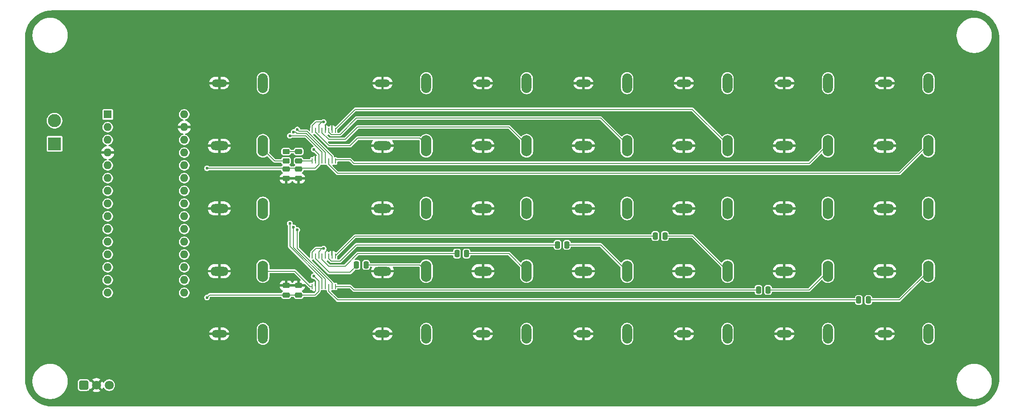
<source format=gbr>
%TF.GenerationSoftware,KiCad,Pcbnew,9.0.3*%
%TF.CreationDate,2025-07-29T17:14:18-05:00*%
%TF.ProjectId,rgb-switch,7267622d-7377-4697-9463-682e6b696361,rev?*%
%TF.SameCoordinates,Original*%
%TF.FileFunction,Copper,L4,Bot*%
%TF.FilePolarity,Positive*%
%FSLAX46Y46*%
G04 Gerber Fmt 4.6, Leading zero omitted, Abs format (unit mm)*
G04 Created by KiCad (PCBNEW 9.0.3) date 2025-07-29 17:14:18*
%MOMM*%
%LPD*%
G01*
G04 APERTURE LIST*
G04 Aperture macros list*
%AMRoundRect*
0 Rectangle with rounded corners*
0 $1 Rounding radius*
0 $2 $3 $4 $5 $6 $7 $8 $9 X,Y pos of 4 corners*
0 Add a 4 corners polygon primitive as box body*
4,1,4,$2,$3,$4,$5,$6,$7,$8,$9,$2,$3,0*
0 Add four circle primitives for the rounded corners*
1,1,$1+$1,$2,$3*
1,1,$1+$1,$4,$5*
1,1,$1+$1,$6,$7*
1,1,$1+$1,$8,$9*
0 Add four rect primitives between the rounded corners*
20,1,$1+$1,$2,$3,$4,$5,0*
20,1,$1+$1,$4,$5,$6,$7,0*
20,1,$1+$1,$6,$7,$8,$9,0*
20,1,$1+$1,$8,$9,$2,$3,0*%
G04 Aperture macros list end*
%TA.AperFunction,ComponentPad*%
%ADD10O,2.100000X4.200000*%
%TD*%
%TA.AperFunction,ComponentPad*%
%ADD11O,3.600000X1.800000*%
%TD*%
%TA.AperFunction,ComponentPad*%
%ADD12O,1.950000X3.900000*%
%TD*%
%TA.AperFunction,ComponentPad*%
%ADD13O,3.016000X1.508000*%
%TD*%
%TA.AperFunction,ComponentPad*%
%ADD14R,2.625000X2.625000*%
%TD*%
%TA.AperFunction,ComponentPad*%
%ADD15C,2.625000*%
%TD*%
%TA.AperFunction,ComponentPad*%
%ADD16RoundRect,0.250200X-0.649800X-0.649800X0.649800X-0.649800X0.649800X0.649800X-0.649800X0.649800X0*%
%TD*%
%TA.AperFunction,ComponentPad*%
%ADD17C,1.800000*%
%TD*%
%TA.AperFunction,ComponentPad*%
%ADD18R,1.600000X1.600000*%
%TD*%
%TA.AperFunction,ComponentPad*%
%ADD19O,1.600000X1.600000*%
%TD*%
%TA.AperFunction,SMDPad,CuDef*%
%ADD20RoundRect,0.250000X0.475000X-0.250000X0.475000X0.250000X-0.475000X0.250000X-0.475000X-0.250000X0*%
%TD*%
%TA.AperFunction,SMDPad,CuDef*%
%ADD21RoundRect,0.250000X-0.250000X-0.475000X0.250000X-0.475000X0.250000X0.475000X-0.250000X0.475000X0*%
%TD*%
%TA.AperFunction,SMDPad,CuDef*%
%ADD22R,0.279400X1.016000*%
%TD*%
%TA.AperFunction,SMDPad,CuDef*%
%ADD23RoundRect,0.250000X-0.475000X0.250000X-0.475000X-0.250000X0.475000X-0.250000X0.475000X0.250000X0*%
%TD*%
%TA.AperFunction,SMDPad,CuDef*%
%ADD24RoundRect,0.250000X-0.450000X0.262500X-0.450000X-0.262500X0.450000X-0.262500X0.450000X0.262500X0*%
%TD*%
%TA.AperFunction,ViaPad*%
%ADD25C,0.600000*%
%TD*%
%TA.AperFunction,Conductor*%
%ADD26C,0.200000*%
%TD*%
G04 APERTURE END LIST*
D10*
%TO.P,J14,1*%
%TO.N,/Analog Switching/Component Input 2/L*%
X157900000Y-87500000D03*
D11*
%TO.P,J14,2*%
%TO.N,GND*%
X149200000Y-87500000D03*
%TD*%
D12*
%TO.P,J35,1*%
%TO.N,/Analog Switching/Component Input 6/R*%
X237900000Y-75000000D03*
D13*
%TO.P,J35,2*%
%TO.N,GND*%
X229200000Y-75000000D03*
%TD*%
D12*
%TO.P,J30,1*%
%TO.N,/Analog Switching/Component Input 5/R*%
X217900000Y-75000000D03*
D13*
%TO.P,J30,2*%
%TO.N,GND*%
X209200000Y-75000000D03*
%TD*%
D14*
%TO.P,S1,1*%
%TO.N,Net-(A1-VIN)*%
X63910000Y-87100000D03*
D15*
%TO.P,S1,2*%
%TO.N,Net-(U8-VO)*%
X63910000Y-82500000D03*
%TD*%
D12*
%TO.P,J26,1*%
%TO.N,Net-(C26-Pad2)*%
X217900000Y-125000000D03*
D13*
%TO.P,J26,2*%
%TO.N,GND*%
X209200000Y-125000000D03*
%TD*%
D10*
%TO.P,J4,1*%
%TO.N,Net-(J4-Pad1)*%
X105400000Y-87500000D03*
D11*
%TO.P,J4,2*%
%TO.N,GND*%
X96700000Y-87500000D03*
%TD*%
D12*
%TO.P,J1,1*%
%TO.N,Net-(U1-OUT)*%
X105400000Y-125000000D03*
D13*
%TO.P,J1,2*%
%TO.N,GND*%
X96700000Y-125000000D03*
%TD*%
D10*
%TO.P,J19,1*%
%TO.N,/Analog Switching/Component Input 3/L*%
X177900000Y-87500000D03*
D11*
%TO.P,J19,2*%
%TO.N,GND*%
X169200000Y-87500000D03*
%TD*%
D10*
%TO.P,J34,1*%
%TO.N,/Analog Switching/Component Input 6/L*%
X237900000Y-87500000D03*
D11*
%TO.P,J34,2*%
%TO.N,GND*%
X229200000Y-87500000D03*
%TD*%
D12*
%TO.P,J21,1*%
%TO.N,Net-(C21-Pad2)*%
X197900000Y-125000000D03*
D13*
%TO.P,J21,2*%
%TO.N,GND*%
X189200000Y-125000000D03*
%TD*%
D12*
%TO.P,J6,1*%
%TO.N,Net-(C6-Pad2)*%
X137900000Y-125000000D03*
D13*
%TO.P,J6,2*%
%TO.N,GND*%
X129200000Y-125000000D03*
%TD*%
D10*
%TO.P,J24,1*%
%TO.N,/Analog Switching/Component Input 4/L*%
X197900000Y-87500000D03*
D11*
%TO.P,J24,2*%
%TO.N,GND*%
X189200000Y-87500000D03*
%TD*%
D12*
%TO.P,J11,1*%
%TO.N,Net-(C11-Pad2)*%
X157900000Y-125000000D03*
D13*
%TO.P,J11,2*%
%TO.N,GND*%
X149200000Y-125000000D03*
%TD*%
D10*
%TO.P,J9,1*%
%TO.N,/Analog Switching/Component Input 1/L*%
X137900000Y-87500000D03*
D11*
%TO.P,J9,2*%
%TO.N,GND*%
X129200000Y-87500000D03*
%TD*%
D10*
%TO.P,J27,1*%
%TO.N,Net-(C27-Pad2)*%
X217900000Y-112500000D03*
D11*
%TO.P,J27,2*%
%TO.N,GND*%
X209200000Y-112500000D03*
%TD*%
D12*
%TO.P,J20,1*%
%TO.N,/Analog Switching/Component Input 3/R*%
X177900000Y-75000000D03*
D13*
%TO.P,J20,2*%
%TO.N,GND*%
X169200000Y-75000000D03*
%TD*%
D10*
%TO.P,J17,1*%
%TO.N,Net-(C17-Pad2)*%
X177900000Y-112500000D03*
D11*
%TO.P,J17,2*%
%TO.N,GND*%
X169200000Y-112500000D03*
%TD*%
D10*
%TO.P,J22,1*%
%TO.N,Net-(C22-Pad2)*%
X197900000Y-112500000D03*
D11*
%TO.P,J22,2*%
%TO.N,GND*%
X189200000Y-112500000D03*
%TD*%
D16*
%TO.P,U6,1,OUT*%
%TO.N,Net-(A1-D7)*%
X69710000Y-135225000D03*
D17*
%TO.P,U6,2,GND*%
%TO.N,GND*%
X72250000Y-135225000D03*
%TO.P,U6,3,Vs*%
%TO.N,/Status LED MUX/3V3*%
X74790000Y-135225000D03*
%TD*%
D10*
%TO.P,J8,1*%
%TO.N,Net-(C8-Pad2)*%
X137900000Y-100000000D03*
D11*
%TO.P,J8,2*%
%TO.N,GND*%
X129200000Y-100000000D03*
%TD*%
D10*
%TO.P,J29,1*%
%TO.N,/Analog Switching/Component Input 5/L*%
X217900000Y-87500000D03*
D11*
%TO.P,J29,2*%
%TO.N,GND*%
X209200000Y-87500000D03*
%TD*%
D10*
%TO.P,J2,1*%
%TO.N,Net-(U2-OUT)*%
X105400000Y-112500000D03*
D11*
%TO.P,J2,2*%
%TO.N,GND*%
X96700000Y-112500000D03*
%TD*%
D10*
%TO.P,J28,1*%
%TO.N,Net-(C28-Pad2)*%
X217900000Y-100000000D03*
D11*
%TO.P,J28,2*%
%TO.N,GND*%
X209200000Y-100000000D03*
%TD*%
D10*
%TO.P,J32,1*%
%TO.N,Net-(C32-Pad2)*%
X237900000Y-112500000D03*
D11*
%TO.P,J32,2*%
%TO.N,GND*%
X229200000Y-112500000D03*
%TD*%
D10*
%TO.P,J12,1*%
%TO.N,Net-(C12-Pad2)*%
X157900000Y-112500000D03*
D11*
%TO.P,J12,2*%
%TO.N,GND*%
X149200000Y-112500000D03*
%TD*%
D12*
%TO.P,J25,1*%
%TO.N,/Analog Switching/Component Input 4/R*%
X197900000Y-75000000D03*
D13*
%TO.P,J25,2*%
%TO.N,GND*%
X189200000Y-75000000D03*
%TD*%
D10*
%TO.P,J18,1*%
%TO.N,Net-(C18-Pad2)*%
X177900000Y-100000000D03*
D11*
%TO.P,J18,2*%
%TO.N,GND*%
X169200000Y-100000000D03*
%TD*%
D10*
%TO.P,J23,1*%
%TO.N,Net-(C23-Pad2)*%
X197900000Y-100000000D03*
D11*
%TO.P,J23,2*%
%TO.N,GND*%
X189200000Y-100000000D03*
%TD*%
D12*
%TO.P,J16,1*%
%TO.N,Net-(C16-Pad2)*%
X177900000Y-125000000D03*
D13*
%TO.P,J16,2*%
%TO.N,GND*%
X169200000Y-125000000D03*
%TD*%
D12*
%TO.P,J15,1*%
%TO.N,/Analog Switching/Component Input 2/R*%
X157900000Y-75000000D03*
D13*
%TO.P,J15,2*%
%TO.N,GND*%
X149200000Y-75000000D03*
%TD*%
D12*
%TO.P,J5,1*%
%TO.N,Net-(J5-Pad1)*%
X105400000Y-75000000D03*
D13*
%TO.P,J5,2*%
%TO.N,GND*%
X96700000Y-75000000D03*
%TD*%
D10*
%TO.P,J7,1*%
%TO.N,Net-(C7-Pad2)*%
X137900000Y-112500000D03*
D11*
%TO.P,J7,2*%
%TO.N,GND*%
X129200000Y-112500000D03*
%TD*%
D12*
%TO.P,J31,1*%
%TO.N,Net-(C31-Pad2)*%
X237900000Y-125000000D03*
D13*
%TO.P,J31,2*%
%TO.N,GND*%
X229200000Y-125000000D03*
%TD*%
D10*
%TO.P,J33,1*%
%TO.N,Net-(C33-Pad2)*%
X237900000Y-100000000D03*
D11*
%TO.P,J33,2*%
%TO.N,GND*%
X229200000Y-100000000D03*
%TD*%
D10*
%TO.P,J3,1*%
%TO.N,Net-(U3-OUT)*%
X105400000Y-100000000D03*
D11*
%TO.P,J3,2*%
%TO.N,GND*%
X96700000Y-100000000D03*
%TD*%
D12*
%TO.P,J10,1*%
%TO.N,/Analog Switching/Component Input 1/R*%
X137900000Y-75000000D03*
D13*
%TO.P,J10,2*%
%TO.N,GND*%
X129200000Y-75000000D03*
%TD*%
D10*
%TO.P,J13,1*%
%TO.N,Net-(C13-Pad2)*%
X157900000Y-100000000D03*
D11*
%TO.P,J13,2*%
%TO.N,GND*%
X149200000Y-100000000D03*
%TD*%
D18*
%TO.P,A1,1,D1/TX*%
%TO.N,unconnected-(A1-D1{slash}TX-Pad1)*%
X74500000Y-81250000D03*
D19*
%TO.P,A1,2,D0/RX*%
%TO.N,unconnected-(A1-D0{slash}RX-Pad2)*%
X74500000Y-83790000D03*
%TO.P,A1,3,~{RESET}*%
%TO.N,unconnected-(A1-~{RESET}-Pad3)*%
X74500000Y-86330000D03*
%TO.P,A1,4,GND*%
%TO.N,GND*%
X74500000Y-88870000D03*
%TO.P,A1,5,D2*%
%TO.N,Net-(A1-D2)*%
X74500000Y-91410000D03*
%TO.P,A1,6,D3*%
%TO.N,Net-(A1-D3)*%
X74500000Y-93950000D03*
%TO.P,A1,7,D4*%
%TO.N,/Analog Switching/CTLA*%
X74500000Y-96490000D03*
%TO.P,A1,8,D5*%
%TO.N,/Analog Switching/CTLB*%
X74500000Y-99030000D03*
%TO.P,A1,9,D6*%
%TO.N,/Analog Switching/CTLC*%
X74500000Y-101570000D03*
%TO.P,A1,10,D7*%
%TO.N,Net-(A1-D7)*%
X74500000Y-104110000D03*
%TO.P,A1,11,D8*%
%TO.N,unconnected-(A1-D8-Pad11)*%
X74500000Y-106650000D03*
%TO.P,A1,12,D9*%
%TO.N,unconnected-(A1-D9-Pad12)*%
X74500000Y-109190000D03*
%TO.P,A1,13,D10*%
%TO.N,unconnected-(A1-D10-Pad13)*%
X74500000Y-111730000D03*
%TO.P,A1,14,D11*%
%TO.N,unconnected-(A1-D11-Pad14)*%
X74500000Y-114270000D03*
%TO.P,A1,15,D12*%
%TO.N,unconnected-(A1-D12-Pad15)*%
X74500000Y-116810000D03*
%TO.P,A1,16,D13*%
%TO.N,unconnected-(A1-D13-Pad16)*%
X89740000Y-116810000D03*
%TO.P,A1,17,3V3*%
%TO.N,/Status LED MUX/3V3*%
X89740000Y-114270000D03*
%TO.P,A1,18,AREF*%
%TO.N,unconnected-(A1-AREF-Pad18)*%
X89740000Y-111730000D03*
%TO.P,A1,19,A0*%
%TO.N,unconnected-(A1-A0-Pad19)*%
X89740000Y-109190000D03*
%TO.P,A1,20,A1*%
%TO.N,unconnected-(A1-A1-Pad20)*%
X89740000Y-106650000D03*
%TO.P,A1,21,A2*%
%TO.N,unconnected-(A1-A2-Pad21)*%
X89740000Y-104110000D03*
%TO.P,A1,22,A3*%
%TO.N,unconnected-(A1-A3-Pad22)*%
X89740000Y-101570000D03*
%TO.P,A1,23,A4*%
%TO.N,unconnected-(A1-A4-Pad23)*%
X89740000Y-99030000D03*
%TO.P,A1,24,A5*%
%TO.N,unconnected-(A1-A5-Pad24)*%
X89740000Y-96490000D03*
%TO.P,A1,25,A6*%
%TO.N,unconnected-(A1-A6-Pad25)*%
X89740000Y-93950000D03*
%TO.P,A1,26,A7*%
%TO.N,unconnected-(A1-A7-Pad26)*%
X89740000Y-91410000D03*
%TO.P,A1,27,+5V*%
%TO.N,/Analog Switching/5V*%
X89740000Y-88870000D03*
%TO.P,A1,28,~{RESET}*%
%TO.N,unconnected-(A1-~{RESET}-Pad28)*%
X89740000Y-86330000D03*
%TO.P,A1,29,GND*%
%TO.N,GND*%
X89740000Y-83790000D03*
%TO.P,A1,30,VIN*%
%TO.N,Net-(A1-VIN)*%
X89740000Y-81250000D03*
%TD*%
D20*
%TO.P,C1,1*%
%TO.N,Net-(U4-OUT)*%
X112500000Y-90537500D03*
%TO.P,C1,2*%
%TO.N,Net-(C1-Pad2)*%
X112500000Y-88637500D03*
%TD*%
D21*
%TO.P,C27,1*%
%TO.N,/Analog Switching/Component Input 5/Pb*%
X204050000Y-116250000D03*
%TO.P,C27,2*%
%TO.N,Net-(C27-Pad2)*%
X205950000Y-116250000D03*
%TD*%
D22*
%TO.P,U4,1,PVCC*%
%TO.N,/Analog Switching/5V*%
X115188600Y-84452000D03*
%TO.P,U4,2,IN1*%
%TO.N,/Analog Switching/Component Input 1/L*%
X115849000Y-84452000D03*
%TO.P,U4,3,VCC*%
%TO.N,/Analog Switching/5V*%
X116509400Y-84452000D03*
%TO.P,U4,4,IN2*%
%TO.N,/Analog Switching/Component Input 2/L*%
X117169800Y-84452000D03*
%TO.P,U4,5,GND*%
%TO.N,GND*%
X117830200Y-84452000D03*
%TO.P,U4,6,IN3*%
%TO.N,/Analog Switching/Component Input 3/L*%
X118490600Y-84452000D03*
%TO.P,U4,7,GND*%
%TO.N,GND*%
X119151000Y-84452000D03*
%TO.P,U4,8,IN4*%
%TO.N,/Analog Switching/Component Input 4/L*%
X119811400Y-84452000D03*
%TO.P,U4,9,IN5*%
%TO.N,/Analog Switching/Component Input 5/L*%
X119811400Y-90548000D03*
%TO.P,U4,10,CTLA*%
%TO.N,/Analog Switching/CTLA*%
X119151000Y-90548000D03*
%TO.P,U4,11,IN6*%
%TO.N,/Analog Switching/Component Input 6/L*%
X118490600Y-90548000D03*
%TO.P,U4,12,CTLB*%
%TO.N,/Analog Switching/CTLB*%
X117830200Y-90548000D03*
%TO.P,U4,13,CTLC*%
%TO.N,/Analog Switching/CTLC*%
X117169800Y-90548000D03*
%TO.P,U4,14,CTLD*%
%TO.N,/Analog Switching/5V*%
X116509400Y-90548000D03*
%TO.P,U4,15,PGND*%
%TO.N,GND*%
X115849000Y-90548000D03*
%TO.P,U4,16,OUT*%
%TO.N,Net-(U4-OUT)*%
X115188600Y-90548000D03*
%TD*%
D20*
%TO.P,C5,1*%
%TO.N,/Analog Switching/5V*%
X112510000Y-117267271D03*
%TO.P,C5,2*%
%TO.N,GND*%
X112510000Y-115367271D03*
%TD*%
D23*
%TO.P,C15,1*%
%TO.N,/Analog Switching/5V*%
X110000000Y-92100000D03*
%TO.P,C15,2*%
%TO.N,GND*%
X110000000Y-94000000D03*
%TD*%
D21*
%TO.P,C32,1*%
%TO.N,/Analog Switching/Component Input 6/Pb*%
X224025000Y-118250000D03*
%TO.P,C32,2*%
%TO.N,Net-(C32-Pad2)*%
X225925000Y-118250000D03*
%TD*%
%TO.P,C12,1*%
%TO.N,/Analog Switching/Component Input 2/Pb*%
X144025000Y-109000000D03*
%TO.P,C12,2*%
%TO.N,Net-(C12-Pad2)*%
X145925000Y-109000000D03*
%TD*%
%TO.P,C22,1*%
%TO.N,/Analog Switching/Component Input 4/Pb*%
X183525000Y-105500000D03*
%TO.P,C22,2*%
%TO.N,Net-(C22-Pad2)*%
X185425000Y-105500000D03*
%TD*%
D24*
%TO.P,R10,1*%
%TO.N,Net-(C1-Pad2)*%
X110000000Y-88675000D03*
%TO.P,R10,2*%
%TO.N,Net-(J4-Pad1)*%
X110000000Y-90500000D03*
%TD*%
D21*
%TO.P,C7,1*%
%TO.N,/Analog Switching/Component Input 1/Pb*%
X124025000Y-111250000D03*
%TO.P,C7,2*%
%TO.N,Net-(C7-Pad2)*%
X125925000Y-111250000D03*
%TD*%
D22*
%TO.P,U2,1,PVCC*%
%TO.N,/Analog Switching/5V*%
X115188600Y-109452000D03*
%TO.P,U2,2,IN1*%
%TO.N,/Analog Switching/Component Input 1/Pb*%
X115849000Y-109452000D03*
%TO.P,U2,3,VCC*%
%TO.N,/Analog Switching/5V*%
X116509400Y-109452000D03*
%TO.P,U2,4,IN2*%
%TO.N,/Analog Switching/Component Input 2/Pb*%
X117169800Y-109452000D03*
%TO.P,U2,5,GND*%
%TO.N,GND*%
X117830200Y-109452000D03*
%TO.P,U2,6,IN3*%
%TO.N,/Analog Switching/Component Input 3/Pb*%
X118490600Y-109452000D03*
%TO.P,U2,7,GND*%
%TO.N,GND*%
X119151000Y-109452000D03*
%TO.P,U2,8,IN4*%
%TO.N,/Analog Switching/Component Input 4/Pb*%
X119811400Y-109452000D03*
%TO.P,U2,9,IN5*%
%TO.N,/Analog Switching/Component Input 5/Pb*%
X119811400Y-115548000D03*
%TO.P,U2,10,CTLA*%
%TO.N,/Analog Switching/CTLA*%
X119151000Y-115548000D03*
%TO.P,U2,11,IN6*%
%TO.N,/Analog Switching/Component Input 6/Pb*%
X118490600Y-115548000D03*
%TO.P,U2,12,CTLB*%
%TO.N,/Analog Switching/CTLB*%
X117830200Y-115548000D03*
%TO.P,U2,13,CTLC*%
%TO.N,/Analog Switching/CTLC*%
X117169800Y-115548000D03*
%TO.P,U2,14,CTLD*%
%TO.N,/Analog Switching/5V*%
X116509400Y-115548000D03*
%TO.P,U2,15,PGND*%
%TO.N,GND*%
X115849000Y-115548000D03*
%TO.P,U2,16,OUT*%
%TO.N,Net-(U2-OUT)*%
X115188600Y-115548000D03*
%TD*%
D21*
%TO.P,C17,1*%
%TO.N,/Analog Switching/Component Input 3/Pb*%
X164025000Y-107250000D03*
%TO.P,C17,2*%
%TO.N,Net-(C17-Pad2)*%
X165925000Y-107250000D03*
%TD*%
D20*
%TO.P,C9,1*%
%TO.N,/Analog Switching/5V*%
X110000000Y-117267271D03*
%TO.P,C9,2*%
%TO.N,GND*%
X110000000Y-115367271D03*
%TD*%
D23*
%TO.P,C19,1*%
%TO.N,/Analog Switching/5V*%
X112510000Y-92100000D03*
%TO.P,C19,2*%
%TO.N,GND*%
X112510000Y-94000000D03*
%TD*%
D25*
%TO.N,/Analog Switching/5V*%
X94250000Y-117750000D03*
X94250000Y-92000000D03*
X117500000Y-108000000D03*
X115500000Y-88250000D03*
X117496375Y-82746375D03*
X115503625Y-113503625D03*
%TO.N,/Analog Switching/CTLC*%
X110750000Y-103000000D03*
X110750000Y-85500000D03*
%TO.N,/Analog Switching/CTLA*%
X112250000Y-104250000D03*
X112250000Y-84250000D03*
%TO.N,/Analog Switching/CTLB*%
X111500000Y-84750000D03*
X111500000Y-103750000D03*
%TD*%
D26*
%TO.N,/Analog Switching/5V*%
X117249775Y-82746375D02*
X117496375Y-82746375D01*
X115503625Y-113503625D02*
X115500000Y-113500000D01*
X115928975Y-82746375D02*
X117249775Y-82746375D01*
X116505775Y-84198375D02*
X116505775Y-83363675D01*
X117253400Y-108000000D02*
X117500000Y-108000000D01*
X115188600Y-109452000D02*
X115188600Y-108744000D01*
X103242750Y-92000000D02*
X103246375Y-91996375D01*
X117123075Y-82746375D02*
X117249775Y-82746375D01*
X115188600Y-108744000D02*
X115932600Y-108000000D01*
X94750000Y-117250000D02*
X94250000Y-117750000D01*
X115503625Y-113503625D02*
X116509400Y-114509400D01*
X116513025Y-116390925D02*
X116513025Y-115801625D01*
X115184975Y-84198375D02*
X115184975Y-83490375D01*
X115750189Y-91996375D02*
X116505775Y-91240789D01*
X115753814Y-117250000D02*
X94750000Y-117250000D01*
X94250000Y-92000000D02*
X103242750Y-92000000D01*
X116509400Y-109452000D02*
X116509400Y-108617300D01*
X115500000Y-88250000D02*
X115496375Y-88246375D01*
X115932600Y-108000000D02*
X117253400Y-108000000D01*
X117126700Y-108000000D02*
X117253400Y-108000000D01*
X116509400Y-108617300D02*
X117126700Y-108000000D01*
X116505775Y-83363675D02*
X117123075Y-82746375D01*
X116505775Y-89255775D02*
X115500000Y-88250000D01*
X116509400Y-116494414D02*
X115753814Y-117250000D01*
X103246375Y-91996375D02*
X115750189Y-91996375D01*
X116509400Y-114509400D02*
X116509400Y-116494414D01*
X115184975Y-83490375D02*
X115928975Y-82746375D01*
X116505775Y-91240789D02*
X116505775Y-89255775D01*
X116509400Y-91137300D02*
X116509400Y-90548000D01*
%TO.N,Net-(U2-OUT)*%
X111750000Y-112500000D02*
X105400000Y-112500000D01*
X115188600Y-115548000D02*
X114798000Y-115548000D01*
X114798000Y-115548000D02*
X111750000Y-112500000D01*
X105403625Y-113425566D02*
X105403625Y-112753625D01*
%TO.N,Net-(U4-OUT)*%
X115188600Y-90548000D02*
X112727000Y-90548000D01*
X112519375Y-90544375D02*
X112496375Y-90521375D01*
X115184975Y-90544375D02*
X112519375Y-90544375D01*
X112727000Y-90548000D02*
X112500000Y-90775000D01*
%TO.N,GND*%
X115500000Y-116750000D02*
X114250000Y-116750000D01*
X118570575Y-82746375D02*
X119246375Y-82746375D01*
X119151000Y-109452000D02*
X119151000Y-108099000D01*
X117826575Y-84198375D02*
X117826575Y-83490375D01*
X119147375Y-82845375D02*
X119246375Y-82746375D01*
X119250000Y-108000000D02*
X120000000Y-108000000D01*
X115849000Y-115548000D02*
X115849000Y-116401000D01*
X119151000Y-108099000D02*
X119250000Y-108000000D01*
X119147375Y-84198375D02*
X119147375Y-82845375D01*
X117830200Y-109452000D02*
X117830200Y-108744000D01*
X117826575Y-83490375D02*
X118570575Y-82746375D01*
X115849000Y-116401000D02*
X115500000Y-116750000D01*
X117830200Y-108744000D02*
X118574200Y-108000000D01*
X119246375Y-82746375D02*
X119996375Y-82746375D01*
X118574200Y-108000000D02*
X119250000Y-108000000D01*
%TO.N,/Analog Switching/CTLC*%
X113926800Y-85500000D02*
X110750000Y-85500000D01*
X110750000Y-103000000D02*
X110750000Y-107573200D01*
X117166175Y-88739375D02*
X113926800Y-85500000D01*
X117166175Y-90294375D02*
X117166175Y-88739375D01*
X110750000Y-107573200D02*
X117169800Y-113993000D01*
X117169800Y-113993000D02*
X117169800Y-115548000D01*
%TO.N,/Analog Switching/CTLA*%
X119147375Y-90294375D02*
X119147375Y-89586375D01*
X112250000Y-104250000D02*
X112250000Y-107939000D01*
X119147375Y-89586375D02*
X114160000Y-84599000D01*
X112599000Y-84599000D02*
X112250000Y-84250000D01*
X112250000Y-107939000D02*
X119151000Y-114840000D01*
X114160000Y-84599000D02*
X112599000Y-84599000D01*
X119151000Y-114840000D02*
X119151000Y-115548000D01*
%TO.N,/Analog Switching/CTLB*%
X117830200Y-114086300D02*
X117830200Y-115548000D01*
X111500000Y-103750000D02*
X111500000Y-107756100D01*
X111500000Y-107756100D02*
X117830200Y-114086300D01*
X111900057Y-84750000D02*
X111500000Y-84750000D01*
X117826575Y-88832675D02*
X113993900Y-85000000D01*
X113993900Y-85000000D02*
X112150057Y-85000000D01*
X117826575Y-90294375D02*
X117826575Y-88832675D01*
X112150057Y-85000000D02*
X111900057Y-84750000D01*
%TO.N,Net-(C1-Pad2)*%
X112500000Y-88637500D02*
X110037500Y-88637500D01*
X110037500Y-88637500D02*
X110000000Y-88675000D01*
%TO.N,Net-(C7-Pad2)*%
X125750000Y-111250000D02*
X136650000Y-111250000D01*
X136650000Y-111250000D02*
X137900000Y-112500000D01*
%TO.N,/Analog Switching/Component Input 1/Pb*%
X115849000Y-110041300D02*
X118557700Y-112750000D01*
X118557700Y-112750000D02*
X122725000Y-112750000D01*
X122725000Y-112750000D02*
X124225000Y-111250000D01*
X115849000Y-109452000D02*
X115849000Y-110041300D01*
%TO.N,Net-(C12-Pad2)*%
X154400000Y-109000000D02*
X145750000Y-109000000D01*
X157900000Y-112500000D02*
X154400000Y-109000000D01*
%TO.N,/Analog Switching/Component Input 2/Pb*%
X124250000Y-109007249D02*
X125000000Y-109007249D01*
X121757249Y-111500000D02*
X124250000Y-109007249D01*
X143757249Y-109000000D02*
X143750000Y-109007249D01*
X117169800Y-109452000D02*
X117169800Y-110160000D01*
X118509800Y-111500000D02*
X121757249Y-111500000D01*
X143750000Y-109007249D02*
X125000000Y-109007249D01*
X144130251Y-109007249D02*
X143750000Y-109007249D01*
X117169800Y-110160000D02*
X118509800Y-111500000D01*
%TO.N,Net-(C17-Pad2)*%
X172650000Y-107250000D02*
X165750000Y-107250000D01*
X177900000Y-112500000D02*
X172650000Y-107250000D01*
%TO.N,/Analog Switching/Component Input 3/Pb*%
X118490600Y-109990600D02*
X118490600Y-109452000D01*
X124000000Y-107250000D02*
X120750000Y-110500000D01*
X119000000Y-110500000D02*
X118490600Y-109990600D01*
X164200000Y-107250000D02*
X124000000Y-107250000D01*
X120750000Y-110500000D02*
X119000000Y-110500000D01*
%TO.N,/Analog Switching/Component Input 4/Pb*%
X183700000Y-105500000D02*
X123750000Y-105500000D01*
X119811400Y-109438600D02*
X123750000Y-105500000D01*
X119811400Y-109452000D02*
X119811400Y-109438600D01*
%TO.N,Net-(C22-Pad2)*%
X190900000Y-105500000D02*
X197900000Y-112500000D01*
X190900000Y-105500000D02*
X185250000Y-105500000D01*
%TO.N,/Analog Switching/Component Input 5/Pb*%
X204225000Y-116250000D02*
X123500000Y-116250000D01*
X122798000Y-115548000D02*
X119811400Y-115548000D01*
X123500000Y-116250000D02*
X122798000Y-115548000D01*
%TO.N,Net-(C27-Pad2)*%
X217900000Y-112500000D02*
X214150000Y-116250000D01*
X214150000Y-116250000D02*
X205775000Y-116250000D01*
%TO.N,/Analog Switching/Component Input 6/Pb*%
X120250000Y-118250000D02*
X118490600Y-116490600D01*
X118490600Y-116490600D02*
X118490600Y-115548000D01*
X224200000Y-118250000D02*
X120250000Y-118250000D01*
%TO.N,Net-(C32-Pad2)*%
X232150000Y-118250000D02*
X225750000Y-118250000D01*
X237900000Y-112500000D02*
X232150000Y-118250000D01*
%TO.N,Net-(J4-Pad1)*%
X105400000Y-88171941D02*
X105400000Y-87500000D01*
X107728059Y-90500000D02*
X105400000Y-88171941D01*
X110425000Y-90500000D02*
X107728059Y-90500000D01*
%TO.N,/Analog Switching/Component Input 1/L*%
X118554075Y-87496375D02*
X122721375Y-87496375D01*
X136646375Y-85996375D02*
X137896375Y-87246375D01*
X122721375Y-87496375D02*
X124221375Y-85996375D01*
X115845375Y-84787675D02*
X118554075Y-87496375D01*
X124221375Y-85996375D02*
X136646375Y-85996375D01*
X115845375Y-84198375D02*
X115845375Y-84787675D01*
%TO.N,/Analog Switching/Component Input 2/L*%
X118506175Y-86246375D02*
X121753624Y-86246375D01*
X157896375Y-87246375D02*
X154396375Y-83746375D01*
X144126626Y-83753624D02*
X143746375Y-83753624D01*
X143753624Y-83746375D02*
X143746375Y-83753624D01*
X117166175Y-84906375D02*
X118506175Y-86246375D01*
X121753624Y-86246375D02*
X124246375Y-83753624D01*
X143746375Y-83753624D02*
X124996375Y-83753624D01*
X124246375Y-83753624D02*
X124996375Y-83753624D01*
X154396375Y-83746375D02*
X143753624Y-83746375D01*
X117166175Y-84198375D02*
X117166175Y-84906375D01*
%TO.N,/Analog Switching/Component Input 3/L*%
X172646375Y-81996375D02*
X123996375Y-81996375D01*
X118486975Y-84736975D02*
X118486975Y-84198375D01*
X118996375Y-85246375D02*
X118486975Y-84736975D01*
X123996375Y-81996375D02*
X120746375Y-85246375D01*
X177896375Y-87246375D02*
X172646375Y-81996375D01*
X120746375Y-85246375D02*
X118996375Y-85246375D01*
%TO.N,/Analog Switching/Component Input 4/L*%
X190896375Y-80246375D02*
X197896375Y-87246375D01*
X119807775Y-84198375D02*
X119807775Y-84184975D01*
X123746375Y-80246375D02*
X190896375Y-80246375D01*
X119807775Y-84184975D02*
X123746375Y-80246375D01*
%TO.N,/Analog Switching/Component Input 5/L*%
X217896375Y-87246375D02*
X214146375Y-90996375D01*
X122794375Y-90294375D02*
X119807775Y-90294375D01*
X123496375Y-90996375D02*
X122794375Y-90294375D01*
X214146375Y-90996375D02*
X123496375Y-90996375D01*
%TO.N,/Analog Switching/Component Input 6/L*%
X120246375Y-92996375D02*
X118486975Y-91236975D01*
X118486975Y-91236975D02*
X118486975Y-90294375D01*
X232146375Y-92996375D02*
X120246375Y-92996375D01*
X237896375Y-87246375D02*
X232146375Y-92996375D01*
%TD*%
%TA.AperFunction,Conductor*%
%TO.N,GND*%
G36*
X246502562Y-60500605D02*
G01*
X246949036Y-60519072D01*
X246959209Y-60519915D01*
X247400114Y-60574873D01*
X247410194Y-60576555D01*
X247845042Y-60667733D01*
X247854950Y-60670242D01*
X248280786Y-60797019D01*
X248290454Y-60800338D01*
X248631430Y-60933388D01*
X248704339Y-60961838D01*
X248713724Y-60965954D01*
X249112869Y-61161083D01*
X249121877Y-61165958D01*
X249503544Y-61393383D01*
X249512123Y-61398989D01*
X249873693Y-61657144D01*
X249881775Y-61663435D01*
X250220796Y-61950571D01*
X250228336Y-61957512D01*
X250542487Y-62271663D01*
X250549428Y-62279203D01*
X250836564Y-62618224D01*
X250842859Y-62626312D01*
X251101010Y-62987876D01*
X251106616Y-62996455D01*
X251334041Y-63378122D01*
X251338919Y-63387136D01*
X251534045Y-63786275D01*
X251538161Y-63795660D01*
X251699656Y-64209533D01*
X251702984Y-64219226D01*
X251829753Y-64645036D01*
X251832269Y-64654971D01*
X251923441Y-65089791D01*
X251925128Y-65099900D01*
X251980082Y-65540769D01*
X251980928Y-65550983D01*
X251999394Y-65997437D01*
X251999500Y-66002561D01*
X251999500Y-133997438D01*
X251999394Y-134002562D01*
X251980928Y-134449016D01*
X251980082Y-134459230D01*
X251925128Y-134900099D01*
X251923441Y-134910208D01*
X251832269Y-135345028D01*
X251829753Y-135354963D01*
X251702984Y-135780773D01*
X251699656Y-135790466D01*
X251538161Y-136204339D01*
X251534045Y-136213724D01*
X251338919Y-136612863D01*
X251334041Y-136621877D01*
X251106616Y-137003544D01*
X251101010Y-137012123D01*
X250842859Y-137373687D01*
X250836564Y-137381775D01*
X250549428Y-137720796D01*
X250542487Y-137728336D01*
X250228336Y-138042487D01*
X250220796Y-138049428D01*
X249881775Y-138336564D01*
X249873687Y-138342859D01*
X249512123Y-138601010D01*
X249503544Y-138606616D01*
X249121877Y-138834041D01*
X249112863Y-138838919D01*
X248713724Y-139034045D01*
X248704339Y-139038161D01*
X248290466Y-139199656D01*
X248280773Y-139202984D01*
X247854963Y-139329753D01*
X247845028Y-139332269D01*
X247410208Y-139423441D01*
X247400099Y-139425128D01*
X246959230Y-139480082D01*
X246949016Y-139480928D01*
X246502563Y-139499394D01*
X246497439Y-139499500D01*
X63502561Y-139499500D01*
X63497437Y-139499394D01*
X63050983Y-139480928D01*
X63040769Y-139480082D01*
X62599900Y-139425128D01*
X62589791Y-139423441D01*
X62154971Y-139332269D01*
X62145036Y-139329753D01*
X61719226Y-139202984D01*
X61709533Y-139199656D01*
X61295660Y-139038161D01*
X61286275Y-139034045D01*
X60887136Y-138838919D01*
X60878122Y-138834041D01*
X60496455Y-138606616D01*
X60487876Y-138601010D01*
X60126312Y-138342859D01*
X60118224Y-138336564D01*
X59779203Y-138049428D01*
X59771663Y-138042487D01*
X59457512Y-137728336D01*
X59450571Y-137720796D01*
X59163435Y-137381775D01*
X59157140Y-137373687D01*
X59115248Y-137315014D01*
X58898989Y-137012123D01*
X58893383Y-137003544D01*
X58665958Y-136621877D01*
X58661080Y-136612863D01*
X58648810Y-136587765D01*
X58475128Y-136232490D01*
X58465954Y-136213724D01*
X58461838Y-136204339D01*
X58372154Y-135974501D01*
X58300338Y-135790454D01*
X58297019Y-135780786D01*
X58170242Y-135354950D01*
X58167733Y-135345042D01*
X58076555Y-134910194D01*
X58074873Y-134900114D01*
X58019915Y-134459209D01*
X58019072Y-134449036D01*
X58014067Y-134328031D01*
X59499500Y-134328031D01*
X59499500Y-134359852D01*
X59499500Y-134671969D01*
X59505880Y-134736749D01*
X59533210Y-135014249D01*
X59600308Y-135351572D01*
X59700150Y-135680706D01*
X59831770Y-135998464D01*
X59831772Y-135998469D01*
X59993893Y-136301775D01*
X59993904Y-136301793D01*
X60184975Y-136587751D01*
X60184985Y-136587765D01*
X60403176Y-136853632D01*
X60646367Y-137096823D01*
X60646372Y-137096827D01*
X60646373Y-137096828D01*
X60912240Y-137315019D01*
X61198213Y-137506100D01*
X61198222Y-137506105D01*
X61198224Y-137506106D01*
X61501530Y-137668227D01*
X61501532Y-137668227D01*
X61501538Y-137668231D01*
X61819295Y-137799850D01*
X62148422Y-137899690D01*
X62485750Y-137966789D01*
X62828031Y-138000500D01*
X62828034Y-138000500D01*
X63171966Y-138000500D01*
X63171969Y-138000500D01*
X63514250Y-137966789D01*
X63851578Y-137899690D01*
X64180705Y-137799850D01*
X64498462Y-137668231D01*
X64801787Y-137506100D01*
X65087760Y-137315019D01*
X65353627Y-137096828D01*
X65596828Y-136853627D01*
X65815019Y-136587760D01*
X66006100Y-136301787D01*
X66168231Y-135998462D01*
X66299850Y-135680705D01*
X66399690Y-135351578D01*
X66466789Y-135014250D01*
X66500500Y-134671969D01*
X66500500Y-134527289D01*
X68559500Y-134527289D01*
X68559500Y-135922710D01*
X68565911Y-135982327D01*
X68565912Y-135982332D01*
X68616226Y-136117227D01*
X68616227Y-136117228D01*
X68702511Y-136232489D01*
X68817772Y-136318773D01*
X68817771Y-136318773D01*
X68952667Y-136369087D01*
X68952670Y-136369087D01*
X68952674Y-136369089D01*
X68981691Y-136372208D01*
X69012289Y-136375499D01*
X69012306Y-136375500D01*
X70407694Y-136375500D01*
X70407710Y-136375499D01*
X70434332Y-136372636D01*
X70467326Y-136369089D01*
X70467330Y-136369087D01*
X70467332Y-136369087D01*
X70602228Y-136318773D01*
X70602231Y-136318771D01*
X70640359Y-136290227D01*
X70717489Y-136232489D01*
X70803773Y-136117228D01*
X70846516Y-136002628D01*
X70888388Y-135946696D01*
X70953853Y-135922279D01*
X71022125Y-135937131D01*
X71063017Y-135973079D01*
X71098932Y-136022513D01*
X71807861Y-135313584D01*
X71830667Y-135398694D01*
X71889910Y-135501306D01*
X71973694Y-135585090D01*
X72076306Y-135644333D01*
X72161414Y-135667137D01*
X71452485Y-136376065D01*
X71452485Y-136376066D01*
X71516243Y-136422388D01*
X71712589Y-136522432D01*
X71922164Y-136590526D01*
X72139819Y-136625000D01*
X72360181Y-136625000D01*
X72577835Y-136590526D01*
X72787410Y-136522432D01*
X72983760Y-136422386D01*
X73047513Y-136376066D01*
X73047514Y-136376066D01*
X72338585Y-135667138D01*
X72423694Y-135644333D01*
X72526306Y-135585090D01*
X72610090Y-135501306D01*
X72669333Y-135398694D01*
X72692137Y-135313585D01*
X73401066Y-136022514D01*
X73401066Y-136022513D01*
X73447388Y-135958758D01*
X73549524Y-135758304D01*
X73597498Y-135707507D01*
X73665319Y-135690712D01*
X73731454Y-135713249D01*
X73770493Y-135758302D01*
X73806004Y-135827995D01*
X73912441Y-135974494D01*
X73912445Y-135974499D01*
X74040500Y-136102554D01*
X74040505Y-136102558D01*
X74127184Y-136165533D01*
X74187006Y-136208996D01*
X74292484Y-136262740D01*
X74348360Y-136291211D01*
X74348363Y-136291212D01*
X74434476Y-136319191D01*
X74520591Y-136347171D01*
X74603429Y-136360291D01*
X74699449Y-136375500D01*
X74699454Y-136375500D01*
X74880551Y-136375500D01*
X74967259Y-136361765D01*
X75059409Y-136347171D01*
X75231639Y-136291211D01*
X75392994Y-136208996D01*
X75539501Y-136102553D01*
X75667553Y-135974501D01*
X75773996Y-135827994D01*
X75856211Y-135666639D01*
X75912171Y-135494409D01*
X75934257Y-135354963D01*
X75940500Y-135315551D01*
X75940500Y-135134448D01*
X75924019Y-135030397D01*
X75912171Y-134955591D01*
X75856211Y-134783361D01*
X75856211Y-134783360D01*
X75827740Y-134727484D01*
X75773996Y-134622006D01*
X75705193Y-134527306D01*
X75667558Y-134475505D01*
X75667554Y-134475500D01*
X75539499Y-134347445D01*
X75539494Y-134347441D01*
X75512778Y-134328031D01*
X243499500Y-134328031D01*
X243499500Y-134359852D01*
X243499500Y-134671969D01*
X243505880Y-134736749D01*
X243533210Y-135014249D01*
X243600308Y-135351572D01*
X243700150Y-135680706D01*
X243831770Y-135998464D01*
X243831772Y-135998469D01*
X243993893Y-136301775D01*
X243993904Y-136301793D01*
X244184975Y-136587751D01*
X244184985Y-136587765D01*
X244403176Y-136853632D01*
X244646367Y-137096823D01*
X244646372Y-137096827D01*
X244646373Y-137096828D01*
X244912240Y-137315019D01*
X245198213Y-137506100D01*
X245198222Y-137506105D01*
X245198224Y-137506106D01*
X245501530Y-137668227D01*
X245501532Y-137668227D01*
X245501538Y-137668231D01*
X245819295Y-137799850D01*
X246148422Y-137899690D01*
X246485750Y-137966789D01*
X246828031Y-138000500D01*
X246828034Y-138000500D01*
X247171966Y-138000500D01*
X247171969Y-138000500D01*
X247514250Y-137966789D01*
X247851578Y-137899690D01*
X248180705Y-137799850D01*
X248498462Y-137668231D01*
X248801787Y-137506100D01*
X249087760Y-137315019D01*
X249353627Y-137096828D01*
X249596828Y-136853627D01*
X249815019Y-136587760D01*
X250006100Y-136301787D01*
X250168231Y-135998462D01*
X250299850Y-135680705D01*
X250399690Y-135351578D01*
X250466789Y-135014250D01*
X250500500Y-134671969D01*
X250500500Y-134328031D01*
X250466789Y-133985750D01*
X250399690Y-133648422D01*
X250299850Y-133319295D01*
X250168231Y-133001538D01*
X250078929Y-132834467D01*
X250006106Y-132698224D01*
X250006105Y-132698222D01*
X250006100Y-132698213D01*
X249815019Y-132412240D01*
X249596828Y-132146373D01*
X249596827Y-132146372D01*
X249596823Y-132146367D01*
X249353632Y-131903176D01*
X249087765Y-131684985D01*
X249087764Y-131684984D01*
X249087760Y-131684981D01*
X248801787Y-131493900D01*
X248801782Y-131493897D01*
X248801775Y-131493893D01*
X248498469Y-131331772D01*
X248498464Y-131331770D01*
X248180706Y-131200150D01*
X247851572Y-131100308D01*
X247514248Y-131033210D01*
X247514249Y-131033210D01*
X247256456Y-131007821D01*
X247171969Y-130999500D01*
X246828031Y-130999500D01*
X246749966Y-131007188D01*
X246485750Y-131033210D01*
X246148427Y-131100308D01*
X245819293Y-131200150D01*
X245501535Y-131331770D01*
X245501530Y-131331772D01*
X245198224Y-131493893D01*
X245198206Y-131493904D01*
X244912248Y-131684975D01*
X244912234Y-131684985D01*
X244646367Y-131903176D01*
X244403176Y-132146367D01*
X244184985Y-132412234D01*
X244184975Y-132412248D01*
X243993904Y-132698206D01*
X243993893Y-132698224D01*
X243831772Y-133001530D01*
X243831770Y-133001535D01*
X243700150Y-133319293D01*
X243600308Y-133648427D01*
X243533210Y-133985750D01*
X243510385Y-134217511D01*
X243499500Y-134328031D01*
X75512778Y-134328031D01*
X75392997Y-134241006D01*
X75392996Y-134241005D01*
X75392994Y-134241004D01*
X75341300Y-134214664D01*
X75231639Y-134158788D01*
X75231636Y-134158787D01*
X75059410Y-134102829D01*
X74880551Y-134074500D01*
X74880546Y-134074500D01*
X74699454Y-134074500D01*
X74699449Y-134074500D01*
X74520589Y-134102829D01*
X74348363Y-134158787D01*
X74348360Y-134158788D01*
X74187002Y-134241006D01*
X74040505Y-134347441D01*
X74040500Y-134347445D01*
X73912445Y-134475500D01*
X73912441Y-134475505D01*
X73806004Y-134622004D01*
X73770493Y-134691697D01*
X73722518Y-134742493D01*
X73654697Y-134759287D01*
X73588562Y-134736749D01*
X73549524Y-134691696D01*
X73447388Y-134491243D01*
X73401066Y-134427485D01*
X73401065Y-134427485D01*
X72692137Y-135136413D01*
X72669333Y-135051306D01*
X72610090Y-134948694D01*
X72526306Y-134864910D01*
X72423694Y-134805667D01*
X72338583Y-134782861D01*
X73047513Y-134073932D01*
X72983756Y-134027611D01*
X72787410Y-133927567D01*
X72577835Y-133859473D01*
X72360181Y-133825000D01*
X72139819Y-133825000D01*
X71922164Y-133859473D01*
X71712589Y-133927567D01*
X71516233Y-134027616D01*
X71452485Y-134073931D01*
X71452485Y-134073932D01*
X72161414Y-134782861D01*
X72076306Y-134805667D01*
X71973694Y-134864910D01*
X71889910Y-134948694D01*
X71830667Y-135051306D01*
X71807861Y-135136414D01*
X71098932Y-134427485D01*
X71098931Y-134427485D01*
X71063016Y-134476920D01*
X71007686Y-134519586D01*
X70938073Y-134525565D01*
X70876277Y-134492960D01*
X70846516Y-134447371D01*
X70803773Y-134332772D01*
X70717489Y-134217511D01*
X70602228Y-134131227D01*
X70602226Y-134131226D01*
X70602228Y-134131226D01*
X70467332Y-134080912D01*
X70467327Y-134080911D01*
X70407710Y-134074500D01*
X70407694Y-134074500D01*
X69012306Y-134074500D01*
X69012289Y-134074500D01*
X68952672Y-134080911D01*
X68952667Y-134080912D01*
X68817772Y-134131226D01*
X68702511Y-134217511D01*
X68616226Y-134332772D01*
X68565912Y-134467667D01*
X68565911Y-134467672D01*
X68559500Y-134527289D01*
X66500500Y-134527289D01*
X66500500Y-134328031D01*
X66466789Y-133985750D01*
X66399690Y-133648422D01*
X66299850Y-133319295D01*
X66168231Y-133001538D01*
X66078929Y-132834467D01*
X66006106Y-132698224D01*
X66006105Y-132698222D01*
X66006100Y-132698213D01*
X65815019Y-132412240D01*
X65596828Y-132146373D01*
X65596827Y-132146372D01*
X65596823Y-132146367D01*
X65353632Y-131903176D01*
X65087765Y-131684985D01*
X65087764Y-131684984D01*
X65087760Y-131684981D01*
X64801787Y-131493900D01*
X64801782Y-131493897D01*
X64801775Y-131493893D01*
X64498469Y-131331772D01*
X64498464Y-131331770D01*
X64180706Y-131200150D01*
X63851572Y-131100308D01*
X63514248Y-131033210D01*
X63514249Y-131033210D01*
X63256456Y-131007821D01*
X63171969Y-130999500D01*
X62828031Y-130999500D01*
X62749966Y-131007188D01*
X62485750Y-131033210D01*
X62148427Y-131100308D01*
X61819293Y-131200150D01*
X61501535Y-131331770D01*
X61501530Y-131331772D01*
X61198224Y-131493893D01*
X61198206Y-131493904D01*
X60912248Y-131684975D01*
X60912234Y-131684985D01*
X60646367Y-131903176D01*
X60403176Y-132146367D01*
X60184985Y-132412234D01*
X60184975Y-132412248D01*
X59993904Y-132698206D01*
X59993893Y-132698224D01*
X59831772Y-133001530D01*
X59831770Y-133001535D01*
X59700150Y-133319293D01*
X59600308Y-133648427D01*
X59533210Y-133985750D01*
X59510385Y-134217511D01*
X59499500Y-134328031D01*
X58014067Y-134328031D01*
X58000606Y-134002562D01*
X58000500Y-133997438D01*
X58000500Y-124750000D01*
X94715964Y-124750000D01*
X95516988Y-124750000D01*
X95484075Y-124807007D01*
X95450000Y-124934174D01*
X95450000Y-125065826D01*
X95484075Y-125192993D01*
X95516988Y-125250000D01*
X94715964Y-125250000D01*
X94722876Y-125293642D01*
X94722876Y-125293643D01*
X94783873Y-125481371D01*
X94873485Y-125657242D01*
X94989496Y-125816919D01*
X94989500Y-125816924D01*
X95129075Y-125956499D01*
X95129080Y-125956503D01*
X95288757Y-126072514D01*
X95464626Y-126162126D01*
X95652353Y-126223123D01*
X95847303Y-126254000D01*
X96450000Y-126254000D01*
X96450000Y-125500000D01*
X96950000Y-125500000D01*
X96950000Y-126254000D01*
X97552697Y-126254000D01*
X97747646Y-126223123D01*
X97935373Y-126162126D01*
X98111242Y-126072514D01*
X98270919Y-125956503D01*
X98270924Y-125956499D01*
X98410499Y-125816924D01*
X98410503Y-125816919D01*
X98526514Y-125657242D01*
X98616126Y-125481371D01*
X98677123Y-125293643D01*
X98677123Y-125293642D01*
X98684036Y-125250000D01*
X97883012Y-125250000D01*
X97915925Y-125192993D01*
X97950000Y-125065826D01*
X97950000Y-124934174D01*
X97915925Y-124807007D01*
X97883012Y-124750000D01*
X98684036Y-124750000D01*
X98677123Y-124706357D01*
X98677123Y-124706356D01*
X98616126Y-124518628D01*
X98526514Y-124342757D01*
X98410503Y-124183080D01*
X98410499Y-124183075D01*
X98270924Y-124043500D01*
X98270919Y-124043496D01*
X98244081Y-124023997D01*
X98112709Y-123928551D01*
X104174500Y-123928551D01*
X104174500Y-126071448D01*
X104204675Y-126261969D01*
X104204676Y-126261972D01*
X104264285Y-126445429D01*
X104351859Y-126617302D01*
X104465241Y-126773359D01*
X104601641Y-126909759D01*
X104757698Y-127023141D01*
X104929571Y-127110715D01*
X105113028Y-127170324D01*
X105303551Y-127200500D01*
X105303552Y-127200500D01*
X105496448Y-127200500D01*
X105496449Y-127200500D01*
X105686972Y-127170324D01*
X105870429Y-127110715D01*
X106042302Y-127023141D01*
X106198359Y-126909759D01*
X106334759Y-126773359D01*
X106448141Y-126617302D01*
X106535715Y-126445429D01*
X106595324Y-126261972D01*
X106625500Y-126071449D01*
X106625500Y-124750000D01*
X127215964Y-124750000D01*
X128016988Y-124750000D01*
X127984075Y-124807007D01*
X127950000Y-124934174D01*
X127950000Y-125065826D01*
X127984075Y-125192993D01*
X128016988Y-125250000D01*
X127215964Y-125250000D01*
X127222876Y-125293642D01*
X127222876Y-125293643D01*
X127283873Y-125481371D01*
X127373485Y-125657242D01*
X127489496Y-125816919D01*
X127489500Y-125816924D01*
X127629075Y-125956499D01*
X127629080Y-125956503D01*
X127788757Y-126072514D01*
X127964626Y-126162126D01*
X128152353Y-126223123D01*
X128347303Y-126254000D01*
X128950000Y-126254000D01*
X128950000Y-125500000D01*
X129450000Y-125500000D01*
X129450000Y-126254000D01*
X130052697Y-126254000D01*
X130247646Y-126223123D01*
X130435373Y-126162126D01*
X130611242Y-126072514D01*
X130770919Y-125956503D01*
X130770924Y-125956499D01*
X130910499Y-125816924D01*
X130910503Y-125816919D01*
X131026514Y-125657242D01*
X131116126Y-125481371D01*
X131177123Y-125293643D01*
X131177123Y-125293642D01*
X131184036Y-125250000D01*
X130383012Y-125250000D01*
X130415925Y-125192993D01*
X130450000Y-125065826D01*
X130450000Y-124934174D01*
X130415925Y-124807007D01*
X130383012Y-124750000D01*
X131184036Y-124750000D01*
X131177123Y-124706357D01*
X131177123Y-124706356D01*
X131116126Y-124518628D01*
X131026514Y-124342757D01*
X130910503Y-124183080D01*
X130910499Y-124183075D01*
X130770924Y-124043500D01*
X130770919Y-124043496D01*
X130744081Y-124023997D01*
X130612709Y-123928551D01*
X136674500Y-123928551D01*
X136674500Y-126071448D01*
X136704675Y-126261969D01*
X136704676Y-126261972D01*
X136764285Y-126445429D01*
X136851859Y-126617302D01*
X136965241Y-126773359D01*
X137101641Y-126909759D01*
X137257698Y-127023141D01*
X137429571Y-127110715D01*
X137613028Y-127170324D01*
X137803551Y-127200500D01*
X137803552Y-127200500D01*
X137996448Y-127200500D01*
X137996449Y-127200500D01*
X138186972Y-127170324D01*
X138370429Y-127110715D01*
X138542302Y-127023141D01*
X138698359Y-126909759D01*
X138834759Y-126773359D01*
X138948141Y-126617302D01*
X139035715Y-126445429D01*
X139095324Y-126261972D01*
X139125500Y-126071449D01*
X139125500Y-124750000D01*
X147215964Y-124750000D01*
X148016988Y-124750000D01*
X147984075Y-124807007D01*
X147950000Y-124934174D01*
X147950000Y-125065826D01*
X147984075Y-125192993D01*
X148016988Y-125250000D01*
X147215964Y-125250000D01*
X147222876Y-125293642D01*
X147222876Y-125293643D01*
X147283873Y-125481371D01*
X147373485Y-125657242D01*
X147489496Y-125816919D01*
X147489500Y-125816924D01*
X147629075Y-125956499D01*
X147629080Y-125956503D01*
X147788757Y-126072514D01*
X147964626Y-126162126D01*
X148152353Y-126223123D01*
X148347303Y-126254000D01*
X148950000Y-126254000D01*
X148950000Y-125500000D01*
X149450000Y-125500000D01*
X149450000Y-126254000D01*
X150052697Y-126254000D01*
X150247646Y-126223123D01*
X150435373Y-126162126D01*
X150611242Y-126072514D01*
X150770919Y-125956503D01*
X150770924Y-125956499D01*
X150910499Y-125816924D01*
X150910503Y-125816919D01*
X151026514Y-125657242D01*
X151116126Y-125481371D01*
X151177123Y-125293643D01*
X151177123Y-125293642D01*
X151184036Y-125250000D01*
X150383012Y-125250000D01*
X150415925Y-125192993D01*
X150450000Y-125065826D01*
X150450000Y-124934174D01*
X150415925Y-124807007D01*
X150383012Y-124750000D01*
X151184036Y-124750000D01*
X151177123Y-124706357D01*
X151177123Y-124706356D01*
X151116126Y-124518628D01*
X151026514Y-124342757D01*
X150910503Y-124183080D01*
X150910499Y-124183075D01*
X150770924Y-124043500D01*
X150770919Y-124043496D01*
X150744081Y-124023997D01*
X150612709Y-123928551D01*
X156674500Y-123928551D01*
X156674500Y-126071448D01*
X156704675Y-126261969D01*
X156704676Y-126261972D01*
X156764285Y-126445429D01*
X156851859Y-126617302D01*
X156965241Y-126773359D01*
X157101641Y-126909759D01*
X157257698Y-127023141D01*
X157429571Y-127110715D01*
X157613028Y-127170324D01*
X157803551Y-127200500D01*
X157803552Y-127200500D01*
X157996448Y-127200500D01*
X157996449Y-127200500D01*
X158186972Y-127170324D01*
X158370429Y-127110715D01*
X158542302Y-127023141D01*
X158698359Y-126909759D01*
X158834759Y-126773359D01*
X158948141Y-126617302D01*
X159035715Y-126445429D01*
X159095324Y-126261972D01*
X159125500Y-126071449D01*
X159125500Y-124750000D01*
X167215964Y-124750000D01*
X168016988Y-124750000D01*
X167984075Y-124807007D01*
X167950000Y-124934174D01*
X167950000Y-125065826D01*
X167984075Y-125192993D01*
X168016988Y-125250000D01*
X167215964Y-125250000D01*
X167222876Y-125293642D01*
X167222876Y-125293643D01*
X167283873Y-125481371D01*
X167373485Y-125657242D01*
X167489496Y-125816919D01*
X167489500Y-125816924D01*
X167629075Y-125956499D01*
X167629080Y-125956503D01*
X167788757Y-126072514D01*
X167964626Y-126162126D01*
X168152353Y-126223123D01*
X168347303Y-126254000D01*
X168950000Y-126254000D01*
X168950000Y-125500000D01*
X169450000Y-125500000D01*
X169450000Y-126254000D01*
X170052697Y-126254000D01*
X170247646Y-126223123D01*
X170435373Y-126162126D01*
X170611242Y-126072514D01*
X170770919Y-125956503D01*
X170770924Y-125956499D01*
X170910499Y-125816924D01*
X170910503Y-125816919D01*
X171026514Y-125657242D01*
X171116126Y-125481371D01*
X171177123Y-125293643D01*
X171177123Y-125293642D01*
X171184036Y-125250000D01*
X170383012Y-125250000D01*
X170415925Y-125192993D01*
X170450000Y-125065826D01*
X170450000Y-124934174D01*
X170415925Y-124807007D01*
X170383012Y-124750000D01*
X171184036Y-124750000D01*
X171177123Y-124706357D01*
X171177123Y-124706356D01*
X171116126Y-124518628D01*
X171026514Y-124342757D01*
X170910503Y-124183080D01*
X170910499Y-124183075D01*
X170770924Y-124043500D01*
X170770919Y-124043496D01*
X170744081Y-124023997D01*
X170612709Y-123928551D01*
X176674500Y-123928551D01*
X176674500Y-126071448D01*
X176704675Y-126261969D01*
X176704676Y-126261972D01*
X176764285Y-126445429D01*
X176851859Y-126617302D01*
X176965241Y-126773359D01*
X177101641Y-126909759D01*
X177257698Y-127023141D01*
X177429571Y-127110715D01*
X177613028Y-127170324D01*
X177803551Y-127200500D01*
X177803552Y-127200500D01*
X177996448Y-127200500D01*
X177996449Y-127200500D01*
X178186972Y-127170324D01*
X178370429Y-127110715D01*
X178542302Y-127023141D01*
X178698359Y-126909759D01*
X178834759Y-126773359D01*
X178948141Y-126617302D01*
X179035715Y-126445429D01*
X179095324Y-126261972D01*
X179125500Y-126071449D01*
X179125500Y-124750000D01*
X187215964Y-124750000D01*
X188016988Y-124750000D01*
X187984075Y-124807007D01*
X187950000Y-124934174D01*
X187950000Y-125065826D01*
X187984075Y-125192993D01*
X188016988Y-125250000D01*
X187215964Y-125250000D01*
X187222876Y-125293642D01*
X187222876Y-125293643D01*
X187283873Y-125481371D01*
X187373485Y-125657242D01*
X187489496Y-125816919D01*
X187489500Y-125816924D01*
X187629075Y-125956499D01*
X187629080Y-125956503D01*
X187788757Y-126072514D01*
X187964626Y-126162126D01*
X188152353Y-126223123D01*
X188347303Y-126254000D01*
X188950000Y-126254000D01*
X188950000Y-125500000D01*
X189450000Y-125500000D01*
X189450000Y-126254000D01*
X190052697Y-126254000D01*
X190247646Y-126223123D01*
X190435373Y-126162126D01*
X190611242Y-126072514D01*
X190770919Y-125956503D01*
X190770924Y-125956499D01*
X190910499Y-125816924D01*
X190910503Y-125816919D01*
X191026514Y-125657242D01*
X191116126Y-125481371D01*
X191177123Y-125293643D01*
X191177123Y-125293642D01*
X191184036Y-125250000D01*
X190383012Y-125250000D01*
X190415925Y-125192993D01*
X190450000Y-125065826D01*
X190450000Y-124934174D01*
X190415925Y-124807007D01*
X190383012Y-124750000D01*
X191184036Y-124750000D01*
X191177123Y-124706357D01*
X191177123Y-124706356D01*
X191116126Y-124518628D01*
X191026514Y-124342757D01*
X190910503Y-124183080D01*
X190910499Y-124183075D01*
X190770924Y-124043500D01*
X190770919Y-124043496D01*
X190744081Y-124023997D01*
X190612709Y-123928551D01*
X196674500Y-123928551D01*
X196674500Y-126071448D01*
X196704675Y-126261969D01*
X196704676Y-126261972D01*
X196764285Y-126445429D01*
X196851859Y-126617302D01*
X196965241Y-126773359D01*
X197101641Y-126909759D01*
X197257698Y-127023141D01*
X197429571Y-127110715D01*
X197613028Y-127170324D01*
X197803551Y-127200500D01*
X197803552Y-127200500D01*
X197996448Y-127200500D01*
X197996449Y-127200500D01*
X198186972Y-127170324D01*
X198370429Y-127110715D01*
X198542302Y-127023141D01*
X198698359Y-126909759D01*
X198834759Y-126773359D01*
X198948141Y-126617302D01*
X199035715Y-126445429D01*
X199095324Y-126261972D01*
X199125500Y-126071449D01*
X199125500Y-124750000D01*
X207215964Y-124750000D01*
X208016988Y-124750000D01*
X207984075Y-124807007D01*
X207950000Y-124934174D01*
X207950000Y-125065826D01*
X207984075Y-125192993D01*
X208016988Y-125250000D01*
X207215964Y-125250000D01*
X207222876Y-125293642D01*
X207222876Y-125293643D01*
X207283873Y-125481371D01*
X207373485Y-125657242D01*
X207489496Y-125816919D01*
X207489500Y-125816924D01*
X207629075Y-125956499D01*
X207629080Y-125956503D01*
X207788757Y-126072514D01*
X207964626Y-126162126D01*
X208152353Y-126223123D01*
X208347303Y-126254000D01*
X208950000Y-126254000D01*
X208950000Y-125500000D01*
X209450000Y-125500000D01*
X209450000Y-126254000D01*
X210052697Y-126254000D01*
X210247646Y-126223123D01*
X210435373Y-126162126D01*
X210611242Y-126072514D01*
X210770919Y-125956503D01*
X210770924Y-125956499D01*
X210910499Y-125816924D01*
X210910503Y-125816919D01*
X211026514Y-125657242D01*
X211116126Y-125481371D01*
X211177123Y-125293643D01*
X211177123Y-125293642D01*
X211184036Y-125250000D01*
X210383012Y-125250000D01*
X210415925Y-125192993D01*
X210450000Y-125065826D01*
X210450000Y-124934174D01*
X210415925Y-124807007D01*
X210383012Y-124750000D01*
X211184036Y-124750000D01*
X211177123Y-124706357D01*
X211177123Y-124706356D01*
X211116126Y-124518628D01*
X211026514Y-124342757D01*
X210910503Y-124183080D01*
X210910499Y-124183075D01*
X210770924Y-124043500D01*
X210770919Y-124043496D01*
X210744081Y-124023997D01*
X210612709Y-123928551D01*
X216674500Y-123928551D01*
X216674500Y-126071448D01*
X216704675Y-126261969D01*
X216704676Y-126261972D01*
X216764285Y-126445429D01*
X216851859Y-126617302D01*
X216965241Y-126773359D01*
X217101641Y-126909759D01*
X217257698Y-127023141D01*
X217429571Y-127110715D01*
X217613028Y-127170324D01*
X217803551Y-127200500D01*
X217803552Y-127200500D01*
X217996448Y-127200500D01*
X217996449Y-127200500D01*
X218186972Y-127170324D01*
X218370429Y-127110715D01*
X218542302Y-127023141D01*
X218698359Y-126909759D01*
X218834759Y-126773359D01*
X218948141Y-126617302D01*
X219035715Y-126445429D01*
X219095324Y-126261972D01*
X219125500Y-126071449D01*
X219125500Y-124750000D01*
X227215964Y-124750000D01*
X228016988Y-124750000D01*
X227984075Y-124807007D01*
X227950000Y-124934174D01*
X227950000Y-125065826D01*
X227984075Y-125192993D01*
X228016988Y-125250000D01*
X227215964Y-125250000D01*
X227222876Y-125293642D01*
X227222876Y-125293643D01*
X227283873Y-125481371D01*
X227373485Y-125657242D01*
X227489496Y-125816919D01*
X227489500Y-125816924D01*
X227629075Y-125956499D01*
X227629080Y-125956503D01*
X227788757Y-126072514D01*
X227964626Y-126162126D01*
X228152353Y-126223123D01*
X228347303Y-126254000D01*
X228950000Y-126254000D01*
X228950000Y-125500000D01*
X229450000Y-125500000D01*
X229450000Y-126254000D01*
X230052697Y-126254000D01*
X230247646Y-126223123D01*
X230435373Y-126162126D01*
X230611242Y-126072514D01*
X230770919Y-125956503D01*
X230770924Y-125956499D01*
X230910499Y-125816924D01*
X230910503Y-125816919D01*
X231026514Y-125657242D01*
X231116126Y-125481371D01*
X231177123Y-125293643D01*
X231177123Y-125293642D01*
X231184036Y-125250000D01*
X230383012Y-125250000D01*
X230415925Y-125192993D01*
X230450000Y-125065826D01*
X230450000Y-124934174D01*
X230415925Y-124807007D01*
X230383012Y-124750000D01*
X231184036Y-124750000D01*
X231177123Y-124706357D01*
X231177123Y-124706356D01*
X231116126Y-124518628D01*
X231026514Y-124342757D01*
X230910503Y-124183080D01*
X230910499Y-124183075D01*
X230770924Y-124043500D01*
X230770919Y-124043496D01*
X230744081Y-124023997D01*
X230612709Y-123928551D01*
X236674500Y-123928551D01*
X236674500Y-126071448D01*
X236704675Y-126261969D01*
X236704676Y-126261972D01*
X236764285Y-126445429D01*
X236851859Y-126617302D01*
X236965241Y-126773359D01*
X237101641Y-126909759D01*
X237257698Y-127023141D01*
X237429571Y-127110715D01*
X237613028Y-127170324D01*
X237803551Y-127200500D01*
X237803552Y-127200500D01*
X237996448Y-127200500D01*
X237996449Y-127200500D01*
X238186972Y-127170324D01*
X238370429Y-127110715D01*
X238542302Y-127023141D01*
X238698359Y-126909759D01*
X238834759Y-126773359D01*
X238948141Y-126617302D01*
X239035715Y-126445429D01*
X239095324Y-126261972D01*
X239125500Y-126071449D01*
X239125500Y-123928551D01*
X239095324Y-123738028D01*
X239035715Y-123554571D01*
X238948141Y-123382698D01*
X238834759Y-123226641D01*
X238698359Y-123090241D01*
X238542302Y-122976859D01*
X238370429Y-122889285D01*
X238186972Y-122829676D01*
X238186970Y-122829675D01*
X238186969Y-122829675D01*
X238040614Y-122806495D01*
X237996449Y-122799500D01*
X237803551Y-122799500D01*
X237767697Y-122805178D01*
X237613030Y-122829675D01*
X237429568Y-122889286D01*
X237257697Y-122976859D01*
X237168661Y-123041547D01*
X237101641Y-123090241D01*
X237101639Y-123090243D01*
X237101638Y-123090243D01*
X236965243Y-123226638D01*
X236965243Y-123226639D01*
X236965241Y-123226641D01*
X236916547Y-123293661D01*
X236851859Y-123382697D01*
X236764286Y-123554568D01*
X236704675Y-123738030D01*
X236674500Y-123928551D01*
X230612709Y-123928551D01*
X230611242Y-123927485D01*
X230435373Y-123837873D01*
X230247646Y-123776876D01*
X230052697Y-123746000D01*
X229450000Y-123746000D01*
X229450000Y-124500000D01*
X228950000Y-124500000D01*
X228950000Y-123746000D01*
X228347303Y-123746000D01*
X228152353Y-123776876D01*
X227964626Y-123837873D01*
X227788757Y-123927485D01*
X227629080Y-124043496D01*
X227629075Y-124043500D01*
X227489500Y-124183075D01*
X227489496Y-124183080D01*
X227373485Y-124342757D01*
X227283873Y-124518628D01*
X227222876Y-124706356D01*
X227222876Y-124706357D01*
X227215964Y-124750000D01*
X219125500Y-124750000D01*
X219125500Y-123928551D01*
X219095324Y-123738028D01*
X219035715Y-123554571D01*
X218948141Y-123382698D01*
X218834759Y-123226641D01*
X218698359Y-123090241D01*
X218542302Y-122976859D01*
X218370429Y-122889285D01*
X218186972Y-122829676D01*
X218186970Y-122829675D01*
X218186969Y-122829675D01*
X218040614Y-122806495D01*
X217996449Y-122799500D01*
X217803551Y-122799500D01*
X217767697Y-122805178D01*
X217613030Y-122829675D01*
X217429568Y-122889286D01*
X217257697Y-122976859D01*
X217168661Y-123041547D01*
X217101641Y-123090241D01*
X217101639Y-123090243D01*
X217101638Y-123090243D01*
X216965243Y-123226638D01*
X216965243Y-123226639D01*
X216965241Y-123226641D01*
X216916547Y-123293661D01*
X216851859Y-123382697D01*
X216764286Y-123554568D01*
X216704675Y-123738030D01*
X216674500Y-123928551D01*
X210612709Y-123928551D01*
X210611242Y-123927485D01*
X210435373Y-123837873D01*
X210247646Y-123776876D01*
X210052697Y-123746000D01*
X209450000Y-123746000D01*
X209450000Y-124500000D01*
X208950000Y-124500000D01*
X208950000Y-123746000D01*
X208347303Y-123746000D01*
X208152353Y-123776876D01*
X207964626Y-123837873D01*
X207788757Y-123927485D01*
X207629080Y-124043496D01*
X207629075Y-124043500D01*
X207489500Y-124183075D01*
X207489496Y-124183080D01*
X207373485Y-124342757D01*
X207283873Y-124518628D01*
X207222876Y-124706356D01*
X207222876Y-124706357D01*
X207215964Y-124750000D01*
X199125500Y-124750000D01*
X199125500Y-123928551D01*
X199095324Y-123738028D01*
X199035715Y-123554571D01*
X198948141Y-123382698D01*
X198834759Y-123226641D01*
X198698359Y-123090241D01*
X198542302Y-122976859D01*
X198370429Y-122889285D01*
X198186972Y-122829676D01*
X198186970Y-122829675D01*
X198186969Y-122829675D01*
X198040614Y-122806495D01*
X197996449Y-122799500D01*
X197803551Y-122799500D01*
X197767697Y-122805178D01*
X197613030Y-122829675D01*
X197429568Y-122889286D01*
X197257697Y-122976859D01*
X197168661Y-123041547D01*
X197101641Y-123090241D01*
X197101639Y-123090243D01*
X197101638Y-123090243D01*
X196965243Y-123226638D01*
X196965243Y-123226639D01*
X196965241Y-123226641D01*
X196916547Y-123293661D01*
X196851859Y-123382697D01*
X196764286Y-123554568D01*
X196704675Y-123738030D01*
X196674500Y-123928551D01*
X190612709Y-123928551D01*
X190611242Y-123927485D01*
X190435373Y-123837873D01*
X190247646Y-123776876D01*
X190052697Y-123746000D01*
X189450000Y-123746000D01*
X189450000Y-124500000D01*
X188950000Y-124500000D01*
X188950000Y-123746000D01*
X188347303Y-123746000D01*
X188152353Y-123776876D01*
X187964626Y-123837873D01*
X187788757Y-123927485D01*
X187629080Y-124043496D01*
X187629075Y-124043500D01*
X187489500Y-124183075D01*
X187489496Y-124183080D01*
X187373485Y-124342757D01*
X187283873Y-124518628D01*
X187222876Y-124706356D01*
X187222876Y-124706357D01*
X187215964Y-124750000D01*
X179125500Y-124750000D01*
X179125500Y-123928551D01*
X179095324Y-123738028D01*
X179035715Y-123554571D01*
X178948141Y-123382698D01*
X178834759Y-123226641D01*
X178698359Y-123090241D01*
X178542302Y-122976859D01*
X178370429Y-122889285D01*
X178186972Y-122829676D01*
X178186970Y-122829675D01*
X178186969Y-122829675D01*
X178040614Y-122806495D01*
X177996449Y-122799500D01*
X177803551Y-122799500D01*
X177767697Y-122805178D01*
X177613030Y-122829675D01*
X177429568Y-122889286D01*
X177257697Y-122976859D01*
X177168661Y-123041547D01*
X177101641Y-123090241D01*
X177101639Y-123090243D01*
X177101638Y-123090243D01*
X176965243Y-123226638D01*
X176965243Y-123226639D01*
X176965241Y-123226641D01*
X176916547Y-123293661D01*
X176851859Y-123382697D01*
X176764286Y-123554568D01*
X176704675Y-123738030D01*
X176674500Y-123928551D01*
X170612709Y-123928551D01*
X170611242Y-123927485D01*
X170435373Y-123837873D01*
X170247646Y-123776876D01*
X170052697Y-123746000D01*
X169450000Y-123746000D01*
X169450000Y-124500000D01*
X168950000Y-124500000D01*
X168950000Y-123746000D01*
X168347303Y-123746000D01*
X168152353Y-123776876D01*
X167964626Y-123837873D01*
X167788757Y-123927485D01*
X167629080Y-124043496D01*
X167629075Y-124043500D01*
X167489500Y-124183075D01*
X167489496Y-124183080D01*
X167373485Y-124342757D01*
X167283873Y-124518628D01*
X167222876Y-124706356D01*
X167222876Y-124706357D01*
X167215964Y-124750000D01*
X159125500Y-124750000D01*
X159125500Y-123928551D01*
X159095324Y-123738028D01*
X159035715Y-123554571D01*
X158948141Y-123382698D01*
X158834759Y-123226641D01*
X158698359Y-123090241D01*
X158542302Y-122976859D01*
X158370429Y-122889285D01*
X158186972Y-122829676D01*
X158186970Y-122829675D01*
X158186969Y-122829675D01*
X158040614Y-122806495D01*
X157996449Y-122799500D01*
X157803551Y-122799500D01*
X157767697Y-122805178D01*
X157613030Y-122829675D01*
X157429568Y-122889286D01*
X157257697Y-122976859D01*
X157168661Y-123041547D01*
X157101641Y-123090241D01*
X157101639Y-123090243D01*
X157101638Y-123090243D01*
X156965243Y-123226638D01*
X156965243Y-123226639D01*
X156965241Y-123226641D01*
X156916547Y-123293661D01*
X156851859Y-123382697D01*
X156764286Y-123554568D01*
X156704675Y-123738030D01*
X156674500Y-123928551D01*
X150612709Y-123928551D01*
X150611242Y-123927485D01*
X150435373Y-123837873D01*
X150247646Y-123776876D01*
X150052697Y-123746000D01*
X149450000Y-123746000D01*
X149450000Y-124500000D01*
X148950000Y-124500000D01*
X148950000Y-123746000D01*
X148347303Y-123746000D01*
X148152353Y-123776876D01*
X147964626Y-123837873D01*
X147788757Y-123927485D01*
X147629080Y-124043496D01*
X147629075Y-124043500D01*
X147489500Y-124183075D01*
X147489496Y-124183080D01*
X147373485Y-124342757D01*
X147283873Y-124518628D01*
X147222876Y-124706356D01*
X147222876Y-124706357D01*
X147215964Y-124750000D01*
X139125500Y-124750000D01*
X139125500Y-123928551D01*
X139095324Y-123738028D01*
X139035715Y-123554571D01*
X138948141Y-123382698D01*
X138834759Y-123226641D01*
X138698359Y-123090241D01*
X138542302Y-122976859D01*
X138370429Y-122889285D01*
X138186972Y-122829676D01*
X138186970Y-122829675D01*
X138186969Y-122829675D01*
X138040614Y-122806495D01*
X137996449Y-122799500D01*
X137803551Y-122799500D01*
X137767697Y-122805178D01*
X137613030Y-122829675D01*
X137429568Y-122889286D01*
X137257697Y-122976859D01*
X137168661Y-123041547D01*
X137101641Y-123090241D01*
X137101639Y-123090243D01*
X137101638Y-123090243D01*
X136965243Y-123226638D01*
X136965243Y-123226639D01*
X136965241Y-123226641D01*
X136916547Y-123293661D01*
X136851859Y-123382697D01*
X136764286Y-123554568D01*
X136704675Y-123738030D01*
X136674500Y-123928551D01*
X130612709Y-123928551D01*
X130611242Y-123927485D01*
X130435373Y-123837873D01*
X130247646Y-123776876D01*
X130052697Y-123746000D01*
X129450000Y-123746000D01*
X129450000Y-124500000D01*
X128950000Y-124500000D01*
X128950000Y-123746000D01*
X128347303Y-123746000D01*
X128152353Y-123776876D01*
X127964626Y-123837873D01*
X127788757Y-123927485D01*
X127629080Y-124043496D01*
X127629075Y-124043500D01*
X127489500Y-124183075D01*
X127489496Y-124183080D01*
X127373485Y-124342757D01*
X127283873Y-124518628D01*
X127222876Y-124706356D01*
X127222876Y-124706357D01*
X127215964Y-124750000D01*
X106625500Y-124750000D01*
X106625500Y-123928551D01*
X106595324Y-123738028D01*
X106535715Y-123554571D01*
X106448141Y-123382698D01*
X106334759Y-123226641D01*
X106198359Y-123090241D01*
X106042302Y-122976859D01*
X105870429Y-122889285D01*
X105686972Y-122829676D01*
X105686970Y-122829675D01*
X105686969Y-122829675D01*
X105540614Y-122806495D01*
X105496449Y-122799500D01*
X105303551Y-122799500D01*
X105267697Y-122805178D01*
X105113030Y-122829675D01*
X104929568Y-122889286D01*
X104757697Y-122976859D01*
X104668661Y-123041547D01*
X104601641Y-123090241D01*
X104601639Y-123090243D01*
X104601638Y-123090243D01*
X104465243Y-123226638D01*
X104465243Y-123226639D01*
X104465241Y-123226641D01*
X104416547Y-123293661D01*
X104351859Y-123382697D01*
X104264286Y-123554568D01*
X104204675Y-123738030D01*
X104174500Y-123928551D01*
X98112709Y-123928551D01*
X98111242Y-123927485D01*
X97935373Y-123837873D01*
X97747646Y-123776876D01*
X97552697Y-123746000D01*
X96950000Y-123746000D01*
X96950000Y-124500000D01*
X96450000Y-124500000D01*
X96450000Y-123746000D01*
X95847303Y-123746000D01*
X95652353Y-123776876D01*
X95464626Y-123837873D01*
X95288757Y-123927485D01*
X95129080Y-124043496D01*
X95129075Y-124043500D01*
X94989500Y-124183075D01*
X94989496Y-124183080D01*
X94873485Y-124342757D01*
X94783873Y-124518628D01*
X94722876Y-124706356D01*
X94722876Y-124706357D01*
X94715964Y-124750000D01*
X58000500Y-124750000D01*
X58000500Y-116706530D01*
X73449500Y-116706530D01*
X73449500Y-116913469D01*
X73489868Y-117116412D01*
X73489870Y-117116420D01*
X73558003Y-117280908D01*
X73569059Y-117307598D01*
X73584831Y-117331202D01*
X73684024Y-117479657D01*
X73830342Y-117625975D01*
X73830345Y-117625977D01*
X74002402Y-117740941D01*
X74193580Y-117820130D01*
X74396530Y-117860499D01*
X74396534Y-117860500D01*
X74396535Y-117860500D01*
X74603466Y-117860500D01*
X74603467Y-117860499D01*
X74806420Y-117820130D01*
X74997598Y-117740941D01*
X75169655Y-117625977D01*
X75315977Y-117479655D01*
X75430941Y-117307598D01*
X75510130Y-117116420D01*
X75550500Y-116913465D01*
X75550500Y-116706535D01*
X75550499Y-116706530D01*
X88689500Y-116706530D01*
X88689500Y-116913469D01*
X88729868Y-117116412D01*
X88729870Y-117116420D01*
X88798003Y-117280908D01*
X88809059Y-117307598D01*
X88824831Y-117331202D01*
X88924024Y-117479657D01*
X89070342Y-117625975D01*
X89070345Y-117625977D01*
X89242402Y-117740941D01*
X89433580Y-117820130D01*
X89636530Y-117860499D01*
X89636534Y-117860500D01*
X89636535Y-117860500D01*
X89843466Y-117860500D01*
X89843467Y-117860499D01*
X90046420Y-117820130D01*
X90237598Y-117740941D01*
X90332507Y-117677525D01*
X93699500Y-117677525D01*
X93699500Y-117822475D01*
X93737016Y-117962485D01*
X93737017Y-117962488D01*
X93809488Y-118088011D01*
X93809490Y-118088013D01*
X93809491Y-118088015D01*
X93911985Y-118190509D01*
X93911986Y-118190510D01*
X93911988Y-118190511D01*
X94037511Y-118262982D01*
X94037512Y-118262982D01*
X94037515Y-118262984D01*
X94177525Y-118300500D01*
X94177528Y-118300500D01*
X94322472Y-118300500D01*
X94322475Y-118300500D01*
X94462485Y-118262984D01*
X94588015Y-118190509D01*
X94690509Y-118088015D01*
X94762984Y-117962485D01*
X94800500Y-117822475D01*
X94800500Y-117746544D01*
X94809144Y-117717103D01*
X94815668Y-117687117D01*
X94819422Y-117682101D01*
X94820185Y-117679505D01*
X94836819Y-117658863D01*
X94858863Y-117636819D01*
X94920186Y-117603334D01*
X94946544Y-117600500D01*
X108935767Y-117600500D01*
X109002806Y-117620185D01*
X109048561Y-117672989D01*
X109051949Y-117681167D01*
X109081202Y-117759599D01*
X109081206Y-117759606D01*
X109167452Y-117874815D01*
X109167455Y-117874818D01*
X109282664Y-117961064D01*
X109282671Y-117961068D01*
X109417517Y-118011362D01*
X109417516Y-118011362D01*
X109424444Y-118012106D01*
X109477127Y-118017771D01*
X110522872Y-118017770D01*
X110582483Y-118011362D01*
X110717331Y-117961067D01*
X110832546Y-117874817D01*
X110918796Y-117759602D01*
X110930913Y-117727116D01*
X110948050Y-117681168D01*
X110989920Y-117625234D01*
X111055384Y-117600816D01*
X111064232Y-117600500D01*
X111445767Y-117600500D01*
X111512806Y-117620185D01*
X111558561Y-117672989D01*
X111561949Y-117681167D01*
X111591202Y-117759599D01*
X111591206Y-117759606D01*
X111677452Y-117874815D01*
X111677455Y-117874818D01*
X111792664Y-117961064D01*
X111792671Y-117961068D01*
X111927517Y-118011362D01*
X111927516Y-118011362D01*
X111934444Y-118012106D01*
X111987127Y-118017771D01*
X113032872Y-118017770D01*
X113092483Y-118011362D01*
X113227331Y-117961067D01*
X113342546Y-117874817D01*
X113428796Y-117759602D01*
X113440913Y-117727116D01*
X113458050Y-117681168D01*
X113499920Y-117625234D01*
X113565384Y-117600816D01*
X113574232Y-117600500D01*
X115799956Y-117600500D01*
X115799958Y-117600500D01*
X115889102Y-117576614D01*
X115969026Y-117530470D01*
X116789870Y-116709626D01*
X116836014Y-116629702D01*
X116837036Y-116625888D01*
X116840155Y-116614249D01*
X116840155Y-116614245D01*
X116842328Y-116606137D01*
X116859900Y-116540558D01*
X116859900Y-116459066D01*
X116860892Y-116451270D01*
X116862421Y-116447771D01*
X116862764Y-116445165D01*
X116862464Y-116445126D01*
X116863525Y-116437068D01*
X116863525Y-116429337D01*
X116883210Y-116362298D01*
X116936014Y-116316543D01*
X116999678Y-116305934D01*
X117005425Y-116306500D01*
X117005426Y-116306500D01*
X117334176Y-116306500D01*
X117334177Y-116306499D01*
X117407240Y-116291966D01*
X117431110Y-116276016D01*
X117497786Y-116255139D01*
X117565166Y-116273623D01*
X117568870Y-116276003D01*
X117592760Y-116291966D01*
X117592762Y-116291966D01*
X117592764Y-116291967D01*
X117665821Y-116306499D01*
X117665824Y-116306500D01*
X117665826Y-116306500D01*
X117994576Y-116306500D01*
X118000639Y-116305903D01*
X118000829Y-116307833D01*
X118006318Y-116308323D01*
X118020358Y-116304720D01*
X118040422Y-116311367D01*
X118061474Y-116313247D01*
X118072922Y-116322136D01*
X118086682Y-116326695D01*
X118099966Y-116343134D01*
X118116661Y-116356097D01*
X118122295Y-116370766D01*
X118130597Y-116381040D01*
X118135310Y-116404652D01*
X118139371Y-116415225D01*
X118140100Y-116421920D01*
X118140100Y-116536744D01*
X118158694Y-116606137D01*
X118161158Y-116615333D01*
X118163986Y-116625889D01*
X118210127Y-116705808D01*
X118210129Y-116705811D01*
X118210130Y-116705812D01*
X119969531Y-118465212D01*
X120034788Y-118530469D01*
X120034791Y-118530470D01*
X120034794Y-118530473D01*
X120114706Y-118576611D01*
X120114707Y-118576611D01*
X120114712Y-118576614D01*
X120203856Y-118600500D01*
X223150501Y-118600500D01*
X223217540Y-118620185D01*
X223263295Y-118672989D01*
X223274501Y-118724500D01*
X223274501Y-118772876D01*
X223280908Y-118832483D01*
X223331202Y-118967328D01*
X223331206Y-118967335D01*
X223417452Y-119082544D01*
X223417455Y-119082547D01*
X223532664Y-119168793D01*
X223532671Y-119168797D01*
X223577618Y-119185561D01*
X223667517Y-119219091D01*
X223727127Y-119225500D01*
X224322872Y-119225499D01*
X224382483Y-119219091D01*
X224517331Y-119168796D01*
X224632546Y-119082546D01*
X224718796Y-118967331D01*
X224769091Y-118832483D01*
X224775500Y-118772873D01*
X224775499Y-117727135D01*
X225174500Y-117727135D01*
X225174500Y-118772870D01*
X225174501Y-118772876D01*
X225180908Y-118832483D01*
X225231202Y-118967328D01*
X225231206Y-118967335D01*
X225317452Y-119082544D01*
X225317455Y-119082547D01*
X225432664Y-119168793D01*
X225432671Y-119168797D01*
X225477618Y-119185561D01*
X225567517Y-119219091D01*
X225627127Y-119225500D01*
X226222872Y-119225499D01*
X226282483Y-119219091D01*
X226417331Y-119168796D01*
X226532546Y-119082546D01*
X226618796Y-118967331D01*
X226669091Y-118832483D01*
X226675500Y-118772873D01*
X226675500Y-118724500D01*
X226695185Y-118657461D01*
X226747989Y-118611706D01*
X226799500Y-118600500D01*
X232196142Y-118600500D01*
X232196144Y-118600500D01*
X232285288Y-118576614D01*
X232365212Y-118530470D01*
X236633023Y-114262657D01*
X236694344Y-114229174D01*
X236764036Y-114234158D01*
X236819969Y-114276030D01*
X236821020Y-114277455D01*
X236908028Y-114397212D01*
X236908032Y-114397217D01*
X237052786Y-114541971D01*
X237199999Y-114648925D01*
X237218390Y-114662287D01*
X237316120Y-114712083D01*
X237400776Y-114755218D01*
X237400778Y-114755218D01*
X237400781Y-114755220D01*
X237502640Y-114788316D01*
X237595465Y-114818477D01*
X237696557Y-114834488D01*
X237797648Y-114850500D01*
X237797649Y-114850500D01*
X238002351Y-114850500D01*
X238002352Y-114850500D01*
X238204534Y-114818477D01*
X238399219Y-114755220D01*
X238581610Y-114662287D01*
X238699808Y-114576412D01*
X238747213Y-114541971D01*
X238747215Y-114541968D01*
X238747219Y-114541966D01*
X238891966Y-114397219D01*
X238891968Y-114397215D01*
X238891971Y-114397213D01*
X238980014Y-114276030D01*
X239012287Y-114231610D01*
X239105220Y-114049219D01*
X239168477Y-113854534D01*
X239200500Y-113652352D01*
X239200500Y-111347648D01*
X239168477Y-111145466D01*
X239105220Y-110950781D01*
X239105218Y-110950778D01*
X239105218Y-110950776D01*
X239054124Y-110850500D01*
X239012287Y-110768390D01*
X239004556Y-110757749D01*
X238891971Y-110602786D01*
X238747213Y-110458028D01*
X238581613Y-110337715D01*
X238581612Y-110337714D01*
X238581610Y-110337713D01*
X238524653Y-110308691D01*
X238399223Y-110244781D01*
X238204534Y-110181522D01*
X238029995Y-110153878D01*
X238002352Y-110149500D01*
X237797648Y-110149500D01*
X237773329Y-110153351D01*
X237595465Y-110181522D01*
X237400776Y-110244781D01*
X237218386Y-110337715D01*
X237052786Y-110458028D01*
X236908028Y-110602786D01*
X236787715Y-110768386D01*
X236694781Y-110950776D01*
X236631522Y-111145465D01*
X236599500Y-111347648D01*
X236599500Y-113253456D01*
X236579815Y-113320495D01*
X236563181Y-113341137D01*
X232041137Y-117863181D01*
X231979814Y-117896666D01*
X231953456Y-117899500D01*
X226799499Y-117899500D01*
X226732460Y-117879815D01*
X226686705Y-117827011D01*
X226675499Y-117775500D01*
X226675499Y-117727129D01*
X226675498Y-117727123D01*
X226675497Y-117727116D01*
X226669091Y-117667517D01*
X226665863Y-117658863D01*
X226618797Y-117532671D01*
X226618793Y-117532664D01*
X226532547Y-117417455D01*
X226532544Y-117417452D01*
X226417335Y-117331206D01*
X226417328Y-117331202D01*
X226282486Y-117280910D01*
X226282485Y-117280909D01*
X226282483Y-117280909D01*
X226222873Y-117274500D01*
X226222863Y-117274500D01*
X225627129Y-117274500D01*
X225627123Y-117274501D01*
X225567516Y-117280908D01*
X225432671Y-117331202D01*
X225432664Y-117331206D01*
X225317455Y-117417452D01*
X225317452Y-117417455D01*
X225231206Y-117532664D01*
X225231202Y-117532671D01*
X225180908Y-117667517D01*
X225174501Y-117727116D01*
X225174501Y-117727123D01*
X225174500Y-117727135D01*
X224775499Y-117727135D01*
X224775499Y-117727128D01*
X224769091Y-117667517D01*
X224765863Y-117658863D01*
X224718797Y-117532671D01*
X224718793Y-117532664D01*
X224632547Y-117417455D01*
X224632544Y-117417452D01*
X224517335Y-117331206D01*
X224517328Y-117331202D01*
X224382486Y-117280910D01*
X224382485Y-117280909D01*
X224382483Y-117280909D01*
X224322873Y-117274500D01*
X224322863Y-117274500D01*
X223727129Y-117274500D01*
X223727123Y-117274501D01*
X223667516Y-117280908D01*
X223532671Y-117331202D01*
X223532664Y-117331206D01*
X223417455Y-117417452D01*
X223417452Y-117417455D01*
X223331206Y-117532664D01*
X223331202Y-117532671D01*
X223280908Y-117667517D01*
X223274501Y-117727116D01*
X223274501Y-117727123D01*
X223274500Y-117727135D01*
X223274500Y-117775500D01*
X223254815Y-117842539D01*
X223202011Y-117888294D01*
X223150500Y-117899500D01*
X120446543Y-117899500D01*
X120379504Y-117879815D01*
X120358862Y-117863181D01*
X119013863Y-116518181D01*
X118980378Y-116456858D01*
X118985362Y-116387166D01*
X119027234Y-116331233D01*
X119092698Y-116306816D01*
X119101544Y-116306500D01*
X119315376Y-116306500D01*
X119315377Y-116306499D01*
X119388440Y-116291966D01*
X119412310Y-116276016D01*
X119478986Y-116255139D01*
X119546366Y-116273623D01*
X119550070Y-116276003D01*
X119573960Y-116291966D01*
X119573962Y-116291966D01*
X119573964Y-116291967D01*
X119647021Y-116306499D01*
X119647024Y-116306500D01*
X119647026Y-116306500D01*
X119975776Y-116306500D01*
X119975777Y-116306499D01*
X120048840Y-116291966D01*
X120131701Y-116236601D01*
X120187066Y-116153740D01*
X120201600Y-116080674D01*
X120201600Y-116022500D01*
X120221285Y-115955461D01*
X120274089Y-115909706D01*
X120325600Y-115898500D01*
X122601456Y-115898500D01*
X122668495Y-115918185D01*
X122689137Y-115934819D01*
X123284788Y-116530470D01*
X123284789Y-116530471D01*
X123284791Y-116530472D01*
X123329624Y-116556356D01*
X123359275Y-116573475D01*
X123364712Y-116576614D01*
X123453856Y-116600500D01*
X203175501Y-116600500D01*
X203242540Y-116620185D01*
X203288295Y-116672989D01*
X203299501Y-116724500D01*
X203299501Y-116772876D01*
X203305908Y-116832483D01*
X203356202Y-116967328D01*
X203356206Y-116967335D01*
X203442452Y-117082544D01*
X203442455Y-117082547D01*
X203557664Y-117168793D01*
X203557671Y-117168797D01*
X203602618Y-117185561D01*
X203692517Y-117219091D01*
X203752127Y-117225500D01*
X204347872Y-117225499D01*
X204407483Y-117219091D01*
X204542331Y-117168796D01*
X204657546Y-117082546D01*
X204743796Y-116967331D01*
X204794091Y-116832483D01*
X204800500Y-116772873D01*
X204800499Y-115727135D01*
X205199500Y-115727135D01*
X205199500Y-116772870D01*
X205199501Y-116772876D01*
X205205908Y-116832483D01*
X205256202Y-116967328D01*
X205256206Y-116967335D01*
X205342452Y-117082544D01*
X205342455Y-117082547D01*
X205457664Y-117168793D01*
X205457671Y-117168797D01*
X205502618Y-117185561D01*
X205592517Y-117219091D01*
X205652127Y-117225500D01*
X206247872Y-117225499D01*
X206307483Y-117219091D01*
X206442331Y-117168796D01*
X206557546Y-117082546D01*
X206643796Y-116967331D01*
X206694091Y-116832483D01*
X206700500Y-116772873D01*
X206700500Y-116724500D01*
X206720185Y-116657461D01*
X206772989Y-116611706D01*
X206824500Y-116600500D01*
X214196142Y-116600500D01*
X214196144Y-116600500D01*
X214285288Y-116576614D01*
X214290725Y-116573475D01*
X214365212Y-116530470D01*
X216633023Y-114262657D01*
X216694344Y-114229174D01*
X216764036Y-114234158D01*
X216819969Y-114276030D01*
X216821020Y-114277455D01*
X216908028Y-114397212D01*
X216908032Y-114397217D01*
X217052786Y-114541971D01*
X217199999Y-114648925D01*
X217218390Y-114662287D01*
X217316120Y-114712083D01*
X217400776Y-114755218D01*
X217400778Y-114755218D01*
X217400781Y-114755220D01*
X217502640Y-114788316D01*
X217595465Y-114818477D01*
X217696557Y-114834488D01*
X217797648Y-114850500D01*
X217797649Y-114850500D01*
X218002351Y-114850500D01*
X218002352Y-114850500D01*
X218204534Y-114818477D01*
X218399219Y-114755220D01*
X218581610Y-114662287D01*
X218699808Y-114576412D01*
X218747213Y-114541971D01*
X218747215Y-114541968D01*
X218747219Y-114541966D01*
X218891966Y-114397219D01*
X218891968Y-114397215D01*
X218891971Y-114397213D01*
X218980014Y-114276030D01*
X219012287Y-114231610D01*
X219105220Y-114049219D01*
X219168477Y-113854534D01*
X219200500Y-113652352D01*
X219200500Y-112250000D01*
X226922145Y-112250000D01*
X228016988Y-112250000D01*
X227984075Y-112307007D01*
X227950000Y-112434174D01*
X227950000Y-112565826D01*
X227984075Y-112692993D01*
X228016988Y-112750000D01*
X226922145Y-112750000D01*
X226934473Y-112827835D01*
X226934473Y-112827838D01*
X227002567Y-113037410D01*
X227102613Y-113233760D01*
X227232142Y-113412041D01*
X227387958Y-113567857D01*
X227566239Y-113697386D01*
X227762589Y-113797432D01*
X227972164Y-113865526D01*
X228189819Y-113900000D01*
X228950000Y-113900000D01*
X228950000Y-113000000D01*
X229450000Y-113000000D01*
X229450000Y-113900000D01*
X230210181Y-113900000D01*
X230427835Y-113865526D01*
X230637410Y-113797432D01*
X230833760Y-113697386D01*
X231012041Y-113567857D01*
X231167857Y-113412041D01*
X231297386Y-113233760D01*
X231397432Y-113037410D01*
X231465526Y-112827838D01*
X231465526Y-112827835D01*
X231477855Y-112750000D01*
X230383012Y-112750000D01*
X230415925Y-112692993D01*
X230450000Y-112565826D01*
X230450000Y-112434174D01*
X230415925Y-112307007D01*
X230383012Y-112250000D01*
X231477855Y-112250000D01*
X231465526Y-112172164D01*
X231465526Y-112172161D01*
X231397432Y-111962589D01*
X231297386Y-111766239D01*
X231167857Y-111587958D01*
X231012041Y-111432142D01*
X230833760Y-111302613D01*
X230637410Y-111202567D01*
X230427835Y-111134473D01*
X230210181Y-111100000D01*
X229450000Y-111100000D01*
X229450000Y-112000000D01*
X228950000Y-112000000D01*
X228950000Y-111100000D01*
X228189819Y-111100000D01*
X227972164Y-111134473D01*
X227762589Y-111202567D01*
X227566239Y-111302613D01*
X227387958Y-111432142D01*
X227232142Y-111587958D01*
X227102613Y-111766239D01*
X227002567Y-111962589D01*
X226934473Y-112172161D01*
X226934473Y-112172164D01*
X226922145Y-112250000D01*
X219200500Y-112250000D01*
X219200500Y-111347648D01*
X219168477Y-111145466D01*
X219105220Y-110950781D01*
X219105218Y-110950778D01*
X219105218Y-110950776D01*
X219054124Y-110850500D01*
X219012287Y-110768390D01*
X219004556Y-110757749D01*
X218891971Y-110602786D01*
X218747213Y-110458028D01*
X218581613Y-110337715D01*
X218581612Y-110337714D01*
X218581610Y-110337713D01*
X218524653Y-110308691D01*
X218399223Y-110244781D01*
X218204534Y-110181522D01*
X218029995Y-110153878D01*
X218002352Y-110149500D01*
X217797648Y-110149500D01*
X217773329Y-110153351D01*
X217595465Y-110181522D01*
X217400776Y-110244781D01*
X217218386Y-110337715D01*
X217052786Y-110458028D01*
X216908028Y-110602786D01*
X216787715Y-110768386D01*
X216694781Y-110950776D01*
X216631522Y-111145465D01*
X216599500Y-111347648D01*
X216599500Y-113253456D01*
X216579815Y-113320495D01*
X216563181Y-113341137D01*
X214041137Y-115863181D01*
X213979814Y-115896666D01*
X213953456Y-115899500D01*
X206824499Y-115899500D01*
X206757460Y-115879815D01*
X206711705Y-115827011D01*
X206700499Y-115775500D01*
X206700499Y-115727129D01*
X206700498Y-115727123D01*
X206700497Y-115727116D01*
X206694091Y-115667517D01*
X206693989Y-115667244D01*
X206643797Y-115532671D01*
X206643793Y-115532664D01*
X206557547Y-115417455D01*
X206557544Y-115417452D01*
X206442335Y-115331206D01*
X206442328Y-115331202D01*
X206307486Y-115280910D01*
X206307485Y-115280909D01*
X206307483Y-115280909D01*
X206247873Y-115274500D01*
X206247863Y-115274500D01*
X205652129Y-115274500D01*
X205652123Y-115274501D01*
X205592516Y-115280908D01*
X205457671Y-115331202D01*
X205457664Y-115331206D01*
X205342455Y-115417452D01*
X205342452Y-115417455D01*
X205256206Y-115532664D01*
X205256202Y-115532671D01*
X205205908Y-115667517D01*
X205199501Y-115727116D01*
X205199501Y-115727123D01*
X205199500Y-115727135D01*
X204800499Y-115727135D01*
X204800499Y-115727128D01*
X204794091Y-115667517D01*
X204793989Y-115667244D01*
X204743797Y-115532671D01*
X204743793Y-115532664D01*
X204657547Y-115417455D01*
X204657544Y-115417452D01*
X204542335Y-115331206D01*
X204542328Y-115331202D01*
X204407486Y-115280910D01*
X204407485Y-115280909D01*
X204407483Y-115280909D01*
X204347873Y-115274500D01*
X204347863Y-115274500D01*
X203752129Y-115274500D01*
X203752123Y-115274501D01*
X203692516Y-115280908D01*
X203557671Y-115331202D01*
X203557664Y-115331206D01*
X203442455Y-115417452D01*
X203442452Y-115417455D01*
X203356206Y-115532664D01*
X203356202Y-115532671D01*
X203305908Y-115667517D01*
X203299501Y-115727116D01*
X203299501Y-115727123D01*
X203299500Y-115727135D01*
X203299500Y-115775500D01*
X203279815Y-115842539D01*
X203227011Y-115888294D01*
X203175500Y-115899500D01*
X123696544Y-115899500D01*
X123629505Y-115879815D01*
X123608863Y-115863181D01*
X123013213Y-115267531D01*
X123013208Y-115267527D01*
X122933290Y-115221387D01*
X122933289Y-115221386D01*
X122933288Y-115221386D01*
X122844144Y-115197500D01*
X122844143Y-115197500D01*
X120325600Y-115197500D01*
X120258561Y-115177815D01*
X120212806Y-115125011D01*
X120201600Y-115073500D01*
X120201600Y-115015323D01*
X120201599Y-115015321D01*
X120187067Y-114942264D01*
X120187066Y-114942260D01*
X120168795Y-114914915D01*
X120131701Y-114859399D01*
X120048840Y-114804034D01*
X120048839Y-114804033D01*
X120048835Y-114804032D01*
X119975777Y-114789500D01*
X119975774Y-114789500D01*
X119647026Y-114789500D01*
X119647025Y-114789500D01*
X119621660Y-114794545D01*
X119552069Y-114788316D01*
X119496892Y-114745452D01*
X119481049Y-114712083D01*
X119480723Y-114712219D01*
X119478050Y-114705766D01*
X119477697Y-114705022D01*
X119477614Y-114704712D01*
X119453118Y-114662284D01*
X119431472Y-114624791D01*
X119431468Y-114624786D01*
X115228863Y-110422181D01*
X115222047Y-110409698D01*
X115211412Y-110400252D01*
X115205634Y-110379640D01*
X115195378Y-110360858D01*
X115196392Y-110346672D01*
X115192553Y-110332976D01*
X115198835Y-110312515D01*
X115200362Y-110291166D01*
X115208886Y-110279778D01*
X115213061Y-110266183D01*
X115229407Y-110252366D01*
X115242234Y-110235233D01*
X115256595Y-110229387D01*
X115266423Y-110221081D01*
X115288399Y-110216441D01*
X115300407Y-110211554D01*
X115308437Y-110210500D01*
X115352974Y-110210500D01*
X115426040Y-110195966D01*
X115427718Y-110194844D01*
X115443400Y-110192786D01*
X115474052Y-110197578D01*
X115504936Y-110200342D01*
X115508264Y-110202927D01*
X115512431Y-110203579D01*
X115535622Y-110224179D01*
X115560114Y-110243204D01*
X115564265Y-110249621D01*
X115564669Y-110249980D01*
X115564800Y-110250448D01*
X115566921Y-110253727D01*
X115568525Y-110256505D01*
X115568529Y-110256510D01*
X115568530Y-110256512D01*
X118277231Y-112965212D01*
X118342488Y-113030469D01*
X118342491Y-113030470D01*
X118342494Y-113030473D01*
X118422406Y-113076611D01*
X118422407Y-113076611D01*
X118422412Y-113076614D01*
X118511556Y-113100500D01*
X118511558Y-113100500D01*
X122771142Y-113100500D01*
X122771144Y-113100500D01*
X122860288Y-113076614D01*
X122860292Y-113076612D01*
X122871977Y-113069865D01*
X122883667Y-113063116D01*
X122940212Y-113030470D01*
X123708862Y-112261817D01*
X123770185Y-112228333D01*
X123796543Y-112225499D01*
X124322871Y-112225499D01*
X124322872Y-112225499D01*
X124382483Y-112219091D01*
X124517331Y-112168796D01*
X124632546Y-112082546D01*
X124718796Y-111967331D01*
X124769091Y-111832483D01*
X124775500Y-111772873D01*
X124775499Y-110727135D01*
X125174500Y-110727135D01*
X125174500Y-111772870D01*
X125174501Y-111772876D01*
X125180908Y-111832483D01*
X125231202Y-111967328D01*
X125231206Y-111967335D01*
X125317452Y-112082544D01*
X125317455Y-112082547D01*
X125432664Y-112168793D01*
X125432671Y-112168797D01*
X125441699Y-112172164D01*
X125567517Y-112219091D01*
X125627127Y-112225500D01*
X126222872Y-112225499D01*
X126282483Y-112219091D01*
X126417331Y-112168796D01*
X126532546Y-112082546D01*
X126618796Y-111967331D01*
X126669091Y-111832483D01*
X126675500Y-111772873D01*
X126675500Y-111724500D01*
X126678050Y-111715814D01*
X126676762Y-111706853D01*
X126687740Y-111682812D01*
X126695185Y-111657461D01*
X126702025Y-111651533D01*
X126705787Y-111643297D01*
X126728021Y-111629007D01*
X126747989Y-111611706D01*
X126758503Y-111609418D01*
X126764565Y-111605523D01*
X126799500Y-111600500D01*
X126984712Y-111600500D01*
X127051751Y-111620185D01*
X127097506Y-111672989D01*
X127107450Y-111742147D01*
X127095197Y-111780795D01*
X127002567Y-111962589D01*
X126934473Y-112172161D01*
X126934473Y-112172164D01*
X126922145Y-112250000D01*
X128016988Y-112250000D01*
X127984075Y-112307007D01*
X127950000Y-112434174D01*
X127950000Y-112565826D01*
X127984075Y-112692993D01*
X128016988Y-112750000D01*
X126922145Y-112750000D01*
X126934473Y-112827835D01*
X126934473Y-112827838D01*
X127002567Y-113037410D01*
X127102613Y-113233760D01*
X127232142Y-113412041D01*
X127387958Y-113567857D01*
X127566239Y-113697386D01*
X127762589Y-113797432D01*
X127972164Y-113865526D01*
X128189819Y-113900000D01*
X128950000Y-113900000D01*
X128950000Y-113000000D01*
X129450000Y-113000000D01*
X129450000Y-113900000D01*
X130210181Y-113900000D01*
X130427835Y-113865526D01*
X130637410Y-113797432D01*
X130833760Y-113697386D01*
X131012041Y-113567857D01*
X131167857Y-113412041D01*
X131297386Y-113233760D01*
X131397432Y-113037410D01*
X131465526Y-112827838D01*
X131465526Y-112827835D01*
X131477855Y-112750000D01*
X130383012Y-112750000D01*
X130415925Y-112692993D01*
X130450000Y-112565826D01*
X130450000Y-112434174D01*
X130415925Y-112307007D01*
X130383012Y-112250000D01*
X131477855Y-112250000D01*
X131465526Y-112172164D01*
X131465526Y-112172161D01*
X131397432Y-111962589D01*
X131304803Y-111780795D01*
X131291907Y-111712126D01*
X131318183Y-111647385D01*
X131375290Y-111607128D01*
X131415288Y-111600500D01*
X136453456Y-111600500D01*
X136482896Y-111609144D01*
X136512883Y-111615668D01*
X136517898Y-111619422D01*
X136520495Y-111620185D01*
X136541137Y-111636819D01*
X136563181Y-111658863D01*
X136596666Y-111720186D01*
X136599500Y-111746544D01*
X136599500Y-113652351D01*
X136631522Y-113854534D01*
X136694781Y-114049223D01*
X136715785Y-114090444D01*
X136780224Y-114216913D01*
X136787715Y-114231613D01*
X136908028Y-114397213D01*
X137052786Y-114541971D01*
X137199999Y-114648925D01*
X137218390Y-114662287D01*
X137316120Y-114712083D01*
X137400776Y-114755218D01*
X137400778Y-114755218D01*
X137400781Y-114755220D01*
X137502640Y-114788316D01*
X137595465Y-114818477D01*
X137696557Y-114834488D01*
X137797648Y-114850500D01*
X137797649Y-114850500D01*
X138002351Y-114850500D01*
X138002352Y-114850500D01*
X138204534Y-114818477D01*
X138399219Y-114755220D01*
X138581610Y-114662287D01*
X138699808Y-114576412D01*
X138747213Y-114541971D01*
X138747215Y-114541968D01*
X138747219Y-114541966D01*
X138891966Y-114397219D01*
X138891968Y-114397215D01*
X138891971Y-114397213D01*
X138980014Y-114276030D01*
X139012287Y-114231610D01*
X139105220Y-114049219D01*
X139168477Y-113854534D01*
X139200500Y-113652352D01*
X139200500Y-112250000D01*
X146922145Y-112250000D01*
X148016988Y-112250000D01*
X147984075Y-112307007D01*
X147950000Y-112434174D01*
X147950000Y-112565826D01*
X147984075Y-112692993D01*
X148016988Y-112750000D01*
X146922145Y-112750000D01*
X146934473Y-112827835D01*
X146934473Y-112827838D01*
X147002567Y-113037410D01*
X147102613Y-113233760D01*
X147232142Y-113412041D01*
X147387958Y-113567857D01*
X147566239Y-113697386D01*
X147762589Y-113797432D01*
X147972164Y-113865526D01*
X148189819Y-113900000D01*
X148950000Y-113900000D01*
X148950000Y-113000000D01*
X149450000Y-113000000D01*
X149450000Y-113900000D01*
X150210181Y-113900000D01*
X150427835Y-113865526D01*
X150637410Y-113797432D01*
X150833760Y-113697386D01*
X151012041Y-113567857D01*
X151167857Y-113412041D01*
X151297386Y-113233760D01*
X151397432Y-113037410D01*
X151465526Y-112827838D01*
X151465526Y-112827835D01*
X151477855Y-112750000D01*
X150383012Y-112750000D01*
X150415925Y-112692993D01*
X150450000Y-112565826D01*
X150450000Y-112434174D01*
X150415925Y-112307007D01*
X150383012Y-112250000D01*
X151477855Y-112250000D01*
X151465526Y-112172164D01*
X151465526Y-112172161D01*
X151397432Y-111962589D01*
X151297386Y-111766239D01*
X151167857Y-111587958D01*
X151012041Y-111432142D01*
X150833760Y-111302613D01*
X150637410Y-111202567D01*
X150427835Y-111134473D01*
X150210181Y-111100000D01*
X149450000Y-111100000D01*
X149450000Y-112000000D01*
X148950000Y-112000000D01*
X148950000Y-111100000D01*
X148189819Y-111100000D01*
X147972164Y-111134473D01*
X147762589Y-111202567D01*
X147566239Y-111302613D01*
X147387958Y-111432142D01*
X147232142Y-111587958D01*
X147102613Y-111766239D01*
X147002567Y-111962589D01*
X146934473Y-112172161D01*
X146934473Y-112172164D01*
X146922145Y-112250000D01*
X139200500Y-112250000D01*
X139200500Y-111347648D01*
X139168477Y-111145466D01*
X139105220Y-110950781D01*
X139105218Y-110950778D01*
X139105218Y-110950776D01*
X139054124Y-110850500D01*
X139012287Y-110768390D01*
X139004556Y-110757749D01*
X138891971Y-110602786D01*
X138747213Y-110458028D01*
X138581613Y-110337715D01*
X138581612Y-110337714D01*
X138581610Y-110337713D01*
X138524653Y-110308691D01*
X138399223Y-110244781D01*
X138204534Y-110181522D01*
X138029995Y-110153878D01*
X138002352Y-110149500D01*
X137797648Y-110149500D01*
X137773329Y-110153351D01*
X137595465Y-110181522D01*
X137400776Y-110244781D01*
X137218386Y-110337715D01*
X137052786Y-110458028D01*
X136908028Y-110602786D01*
X136787713Y-110768388D01*
X136755405Y-110831796D01*
X136707431Y-110882591D01*
X136644921Y-110899500D01*
X126799499Y-110899500D01*
X126732460Y-110879815D01*
X126686705Y-110827011D01*
X126675499Y-110775500D01*
X126675499Y-110727129D01*
X126675498Y-110727123D01*
X126675497Y-110727116D01*
X126669091Y-110667517D01*
X126644946Y-110602782D01*
X126618797Y-110532671D01*
X126618793Y-110532664D01*
X126532547Y-110417455D01*
X126532544Y-110417452D01*
X126417335Y-110331206D01*
X126417328Y-110331202D01*
X126282486Y-110280910D01*
X126282485Y-110280909D01*
X126282483Y-110280909D01*
X126222873Y-110274500D01*
X126222863Y-110274500D01*
X125627129Y-110274500D01*
X125627123Y-110274501D01*
X125567516Y-110280908D01*
X125432671Y-110331202D01*
X125432664Y-110331206D01*
X125317455Y-110417452D01*
X125317452Y-110417455D01*
X125231206Y-110532664D01*
X125231202Y-110532671D01*
X125180908Y-110667517D01*
X125174501Y-110727116D01*
X125174501Y-110727123D01*
X125174500Y-110727135D01*
X124775499Y-110727135D01*
X124775499Y-110727128D01*
X124769091Y-110667517D01*
X124744946Y-110602782D01*
X124718797Y-110532671D01*
X124718793Y-110532664D01*
X124632547Y-110417455D01*
X124632544Y-110417452D01*
X124517335Y-110331206D01*
X124517328Y-110331202D01*
X124382486Y-110280910D01*
X124382485Y-110280909D01*
X124382483Y-110280909D01*
X124322873Y-110274500D01*
X124322864Y-110274500D01*
X123777791Y-110274500D01*
X123710752Y-110254815D01*
X123664997Y-110202011D01*
X123655053Y-110132853D01*
X123684078Y-110069297D01*
X123690092Y-110062837D01*
X124358862Y-109394067D01*
X124420185Y-109360583D01*
X124446543Y-109357749D01*
X124953856Y-109357749D01*
X143150501Y-109357749D01*
X143217540Y-109377434D01*
X143263295Y-109430238D01*
X143274501Y-109481749D01*
X143274501Y-109522876D01*
X143280908Y-109582483D01*
X143331202Y-109717328D01*
X143331206Y-109717335D01*
X143417452Y-109832544D01*
X143417455Y-109832547D01*
X143532664Y-109918793D01*
X143532671Y-109918797D01*
X143577618Y-109935561D01*
X143667517Y-109969091D01*
X143727127Y-109975500D01*
X144322872Y-109975499D01*
X144382483Y-109969091D01*
X144517331Y-109918796D01*
X144632546Y-109832546D01*
X144718796Y-109717331D01*
X144769091Y-109582483D01*
X144775500Y-109522873D01*
X144775499Y-108477135D01*
X145174500Y-108477135D01*
X145174500Y-109522870D01*
X145174501Y-109522876D01*
X145180908Y-109582483D01*
X145231202Y-109717328D01*
X145231206Y-109717335D01*
X145317452Y-109832544D01*
X145317455Y-109832547D01*
X145432664Y-109918793D01*
X145432671Y-109918797D01*
X145477618Y-109935561D01*
X145567517Y-109969091D01*
X145627127Y-109975500D01*
X146222872Y-109975499D01*
X146282483Y-109969091D01*
X146417331Y-109918796D01*
X146532546Y-109832546D01*
X146618796Y-109717331D01*
X146669091Y-109582483D01*
X146675500Y-109522873D01*
X146675500Y-109474500D01*
X146695185Y-109407461D01*
X146747989Y-109361706D01*
X146799500Y-109350500D01*
X154203456Y-109350500D01*
X154270495Y-109370185D01*
X154291137Y-109386819D01*
X156563181Y-111658863D01*
X156596666Y-111720186D01*
X156599500Y-111746544D01*
X156599500Y-113652351D01*
X156631522Y-113854534D01*
X156694781Y-114049223D01*
X156715785Y-114090444D01*
X156780224Y-114216913D01*
X156787715Y-114231613D01*
X156908028Y-114397213D01*
X157052786Y-114541971D01*
X157199999Y-114648925D01*
X157218390Y-114662287D01*
X157316120Y-114712083D01*
X157400776Y-114755218D01*
X157400778Y-114755218D01*
X157400781Y-114755220D01*
X157502640Y-114788316D01*
X157595465Y-114818477D01*
X157696557Y-114834488D01*
X157797648Y-114850500D01*
X157797649Y-114850500D01*
X158002351Y-114850500D01*
X158002352Y-114850500D01*
X158204534Y-114818477D01*
X158399219Y-114755220D01*
X158581610Y-114662287D01*
X158699808Y-114576412D01*
X158747213Y-114541971D01*
X158747215Y-114541968D01*
X158747219Y-114541966D01*
X158891966Y-114397219D01*
X158891968Y-114397215D01*
X158891971Y-114397213D01*
X158980014Y-114276030D01*
X159012287Y-114231610D01*
X159105220Y-114049219D01*
X159168477Y-113854534D01*
X159200500Y-113652352D01*
X159200500Y-112250000D01*
X166922145Y-112250000D01*
X168016988Y-112250000D01*
X167984075Y-112307007D01*
X167950000Y-112434174D01*
X167950000Y-112565826D01*
X167984075Y-112692993D01*
X168016988Y-112750000D01*
X166922145Y-112750000D01*
X166934473Y-112827835D01*
X166934473Y-112827838D01*
X167002567Y-113037410D01*
X167102613Y-113233760D01*
X167232142Y-113412041D01*
X167387958Y-113567857D01*
X167566239Y-113697386D01*
X167762589Y-113797432D01*
X167972164Y-113865526D01*
X168189819Y-113900000D01*
X168950000Y-113900000D01*
X168950000Y-113000000D01*
X169450000Y-113000000D01*
X169450000Y-113900000D01*
X170210181Y-113900000D01*
X170427835Y-113865526D01*
X170637410Y-113797432D01*
X170833760Y-113697386D01*
X171012041Y-113567857D01*
X171167857Y-113412041D01*
X171297386Y-113233760D01*
X171397432Y-113037410D01*
X171465526Y-112827838D01*
X171465526Y-112827835D01*
X171477855Y-112750000D01*
X170383012Y-112750000D01*
X170415925Y-112692993D01*
X170450000Y-112565826D01*
X170450000Y-112434174D01*
X170415925Y-112307007D01*
X170383012Y-112250000D01*
X171477855Y-112250000D01*
X171465526Y-112172164D01*
X171465526Y-112172161D01*
X171397432Y-111962589D01*
X171297386Y-111766239D01*
X171167857Y-111587958D01*
X171012041Y-111432142D01*
X170833760Y-111302613D01*
X170637410Y-111202567D01*
X170427835Y-111134473D01*
X170210181Y-111100000D01*
X169450000Y-111100000D01*
X169450000Y-112000000D01*
X168950000Y-112000000D01*
X168950000Y-111100000D01*
X168189819Y-111100000D01*
X167972164Y-111134473D01*
X167762589Y-111202567D01*
X167566239Y-111302613D01*
X167387958Y-111432142D01*
X167232142Y-111587958D01*
X167102613Y-111766239D01*
X167002567Y-111962589D01*
X166934473Y-112172161D01*
X166934473Y-112172164D01*
X166922145Y-112250000D01*
X159200500Y-112250000D01*
X159200500Y-111347648D01*
X159168477Y-111145466D01*
X159105220Y-110950781D01*
X159105218Y-110950778D01*
X159105218Y-110950776D01*
X159054124Y-110850500D01*
X159012287Y-110768390D01*
X159004556Y-110757749D01*
X158891971Y-110602786D01*
X158747213Y-110458028D01*
X158581613Y-110337715D01*
X158581612Y-110337714D01*
X158581610Y-110337713D01*
X158524653Y-110308691D01*
X158399223Y-110244781D01*
X158204534Y-110181522D01*
X158029995Y-110153878D01*
X158002352Y-110149500D01*
X157797648Y-110149500D01*
X157773329Y-110153351D01*
X157595465Y-110181522D01*
X157400776Y-110244781D01*
X157218386Y-110337715D01*
X157052786Y-110458028D01*
X156908032Y-110602782D01*
X156821020Y-110722544D01*
X156765690Y-110765209D01*
X156696076Y-110771188D01*
X156634281Y-110738582D01*
X156633021Y-110737339D01*
X154615213Y-108719531D01*
X154615208Y-108719527D01*
X154535290Y-108673387D01*
X154535289Y-108673386D01*
X154535288Y-108673386D01*
X154446144Y-108649500D01*
X154446143Y-108649500D01*
X146799499Y-108649500D01*
X146732460Y-108629815D01*
X146686705Y-108577011D01*
X146675499Y-108525500D01*
X146675499Y-108477129D01*
X146675498Y-108477123D01*
X146675497Y-108477116D01*
X146669091Y-108417517D01*
X146663336Y-108402088D01*
X146618797Y-108282671D01*
X146618793Y-108282664D01*
X146532547Y-108167455D01*
X146532544Y-108167452D01*
X146417335Y-108081206D01*
X146417328Y-108081202D01*
X146282486Y-108030910D01*
X146282485Y-108030909D01*
X146282483Y-108030909D01*
X146222873Y-108024500D01*
X146222863Y-108024500D01*
X145627129Y-108024500D01*
X145627123Y-108024501D01*
X145567516Y-108030908D01*
X145432671Y-108081202D01*
X145432664Y-108081206D01*
X145317455Y-108167452D01*
X145317452Y-108167455D01*
X145231206Y-108282664D01*
X145231202Y-108282671D01*
X145180908Y-108417517D01*
X145177373Y-108450401D01*
X145174501Y-108477123D01*
X145174500Y-108477135D01*
X144775499Y-108477135D01*
X144775499Y-108477128D01*
X144769091Y-108417517D01*
X144763336Y-108402088D01*
X144718797Y-108282671D01*
X144718793Y-108282664D01*
X144632547Y-108167455D01*
X144632544Y-108167452D01*
X144517335Y-108081206D01*
X144517328Y-108081202D01*
X144382486Y-108030910D01*
X144382485Y-108030909D01*
X144382483Y-108030909D01*
X144322873Y-108024500D01*
X144322863Y-108024500D01*
X143727129Y-108024500D01*
X143727123Y-108024501D01*
X143667516Y-108030908D01*
X143532671Y-108081202D01*
X143532664Y-108081206D01*
X143417455Y-108167452D01*
X143417452Y-108167455D01*
X143331206Y-108282664D01*
X143331202Y-108282671D01*
X143280908Y-108417517D01*
X143277373Y-108450401D01*
X143274501Y-108477123D01*
X143274500Y-108477135D01*
X143274500Y-108532749D01*
X143254815Y-108599788D01*
X143202011Y-108645543D01*
X143150500Y-108656749D01*
X125046144Y-108656749D01*
X124203856Y-108656749D01*
X124114712Y-108680635D01*
X124114711Y-108680635D01*
X124114709Y-108680636D01*
X124114706Y-108680637D01*
X124034794Y-108726775D01*
X124034785Y-108726782D01*
X121648386Y-111113181D01*
X121587063Y-111146666D01*
X121560705Y-111149500D01*
X118706344Y-111149500D01*
X118639305Y-111129815D01*
X118618663Y-111113181D01*
X118127623Y-110622141D01*
X118114575Y-110598246D01*
X118098549Y-110576226D01*
X118098073Y-110568025D01*
X118094138Y-110560818D01*
X118096080Y-110533657D01*
X118094504Y-110506473D01*
X118098536Y-110499319D01*
X118099122Y-110491126D01*
X118115440Y-110469327D01*
X118128811Y-110445606D01*
X118137152Y-110440324D01*
X118140994Y-110435193D01*
X118157347Y-110424838D01*
X118254235Y-110373614D01*
X118279339Y-110368505D01*
X118303343Y-110359552D01*
X118313008Y-110361654D01*
X118322702Y-110359682D01*
X118346582Y-110368956D01*
X118371616Y-110374402D01*
X118383492Y-110383292D01*
X118387832Y-110384978D01*
X118390331Y-110388412D01*
X118399873Y-110395555D01*
X118565137Y-110560818D01*
X118719531Y-110715212D01*
X118784788Y-110780469D01*
X118784791Y-110780470D01*
X118784794Y-110780473D01*
X118864706Y-110826611D01*
X118864707Y-110826611D01*
X118864712Y-110826614D01*
X118953856Y-110850500D01*
X118953858Y-110850500D01*
X120796142Y-110850500D01*
X120796144Y-110850500D01*
X120885288Y-110826614D01*
X120965212Y-110780470D01*
X124108863Y-107636819D01*
X124170186Y-107603334D01*
X124196544Y-107600500D01*
X163150501Y-107600500D01*
X163217540Y-107620185D01*
X163263295Y-107672989D01*
X163274501Y-107724500D01*
X163274501Y-107772876D01*
X163280908Y-107832483D01*
X163331202Y-107967328D01*
X163331206Y-107967335D01*
X163417452Y-108082544D01*
X163417455Y-108082547D01*
X163532664Y-108168793D01*
X163532671Y-108168797D01*
X163562360Y-108179870D01*
X163667517Y-108219091D01*
X163727127Y-108225500D01*
X164322872Y-108225499D01*
X164382483Y-108219091D01*
X164517331Y-108168796D01*
X164632546Y-108082546D01*
X164718796Y-107967331D01*
X164769091Y-107832483D01*
X164775500Y-107772873D01*
X164775499Y-106727135D01*
X165174500Y-106727135D01*
X165174500Y-107772870D01*
X165174501Y-107772876D01*
X165180908Y-107832483D01*
X165231202Y-107967328D01*
X165231206Y-107967335D01*
X165317452Y-108082544D01*
X165317455Y-108082547D01*
X165432664Y-108168793D01*
X165432671Y-108168797D01*
X165462360Y-108179870D01*
X165567517Y-108219091D01*
X165627127Y-108225500D01*
X166222872Y-108225499D01*
X166282483Y-108219091D01*
X166417331Y-108168796D01*
X166532546Y-108082546D01*
X166618796Y-107967331D01*
X166669091Y-107832483D01*
X166675500Y-107772873D01*
X166675500Y-107724500D01*
X166695185Y-107657461D01*
X166747989Y-107611706D01*
X166799500Y-107600500D01*
X172453456Y-107600500D01*
X172520495Y-107620185D01*
X172541137Y-107636819D01*
X176563181Y-111658863D01*
X176596666Y-111720186D01*
X176599500Y-111746544D01*
X176599500Y-113652351D01*
X176631522Y-113854534D01*
X176694781Y-114049223D01*
X176715785Y-114090444D01*
X176780224Y-114216913D01*
X176787715Y-114231613D01*
X176908028Y-114397213D01*
X177052786Y-114541971D01*
X177199999Y-114648925D01*
X177218390Y-114662287D01*
X177316120Y-114712083D01*
X177400776Y-114755218D01*
X177400778Y-114755218D01*
X177400781Y-114755220D01*
X177502640Y-114788316D01*
X177595465Y-114818477D01*
X177696557Y-114834488D01*
X177797648Y-114850500D01*
X177797649Y-114850500D01*
X178002351Y-114850500D01*
X178002352Y-114850500D01*
X178204534Y-114818477D01*
X178399219Y-114755220D01*
X178581610Y-114662287D01*
X178699808Y-114576412D01*
X178747213Y-114541971D01*
X178747215Y-114541968D01*
X178747219Y-114541966D01*
X178891966Y-114397219D01*
X178891968Y-114397215D01*
X178891971Y-114397213D01*
X178980014Y-114276030D01*
X179012287Y-114231610D01*
X179105220Y-114049219D01*
X179168477Y-113854534D01*
X179200500Y-113652352D01*
X179200500Y-112250000D01*
X186922145Y-112250000D01*
X188016988Y-112250000D01*
X187984075Y-112307007D01*
X187950000Y-112434174D01*
X187950000Y-112565826D01*
X187984075Y-112692993D01*
X188016988Y-112750000D01*
X186922145Y-112750000D01*
X186934473Y-112827835D01*
X186934473Y-112827838D01*
X187002567Y-113037410D01*
X187102613Y-113233760D01*
X187232142Y-113412041D01*
X187387958Y-113567857D01*
X187566239Y-113697386D01*
X187762589Y-113797432D01*
X187972164Y-113865526D01*
X188189819Y-113900000D01*
X188950000Y-113900000D01*
X188950000Y-113000000D01*
X189450000Y-113000000D01*
X189450000Y-113900000D01*
X190210181Y-113900000D01*
X190427835Y-113865526D01*
X190637410Y-113797432D01*
X190833760Y-113697386D01*
X191012041Y-113567857D01*
X191167857Y-113412041D01*
X191297386Y-113233760D01*
X191397432Y-113037410D01*
X191465526Y-112827838D01*
X191465526Y-112827835D01*
X191477855Y-112750000D01*
X190383012Y-112750000D01*
X190415925Y-112692993D01*
X190450000Y-112565826D01*
X190450000Y-112434174D01*
X190415925Y-112307007D01*
X190383012Y-112250000D01*
X191477855Y-112250000D01*
X191465526Y-112172164D01*
X191465526Y-112172161D01*
X191397432Y-111962589D01*
X191297386Y-111766239D01*
X191167857Y-111587958D01*
X191012041Y-111432142D01*
X190833760Y-111302613D01*
X190637410Y-111202567D01*
X190427835Y-111134473D01*
X190210181Y-111100000D01*
X189450000Y-111100000D01*
X189450000Y-112000000D01*
X188950000Y-112000000D01*
X188950000Y-111100000D01*
X188189819Y-111100000D01*
X187972164Y-111134473D01*
X187762589Y-111202567D01*
X187566239Y-111302613D01*
X187387958Y-111432142D01*
X187232142Y-111587958D01*
X187102613Y-111766239D01*
X187002567Y-111962589D01*
X186934473Y-112172161D01*
X186934473Y-112172164D01*
X186922145Y-112250000D01*
X179200500Y-112250000D01*
X179200500Y-111347648D01*
X179168477Y-111145466D01*
X179105220Y-110950781D01*
X179105218Y-110950778D01*
X179105218Y-110950776D01*
X179054124Y-110850500D01*
X179012287Y-110768390D01*
X179004556Y-110757749D01*
X178891971Y-110602786D01*
X178747213Y-110458028D01*
X178581613Y-110337715D01*
X178581612Y-110337714D01*
X178581610Y-110337713D01*
X178524653Y-110308691D01*
X178399223Y-110244781D01*
X178204534Y-110181522D01*
X178029995Y-110153878D01*
X178002352Y-110149500D01*
X177797648Y-110149500D01*
X177773329Y-110153351D01*
X177595465Y-110181522D01*
X177400776Y-110244781D01*
X177218386Y-110337715D01*
X177052786Y-110458028D01*
X176908032Y-110602782D01*
X176821020Y-110722544D01*
X176765690Y-110765209D01*
X176696076Y-110771188D01*
X176634281Y-110738582D01*
X176633021Y-110737339D01*
X172865213Y-106969531D01*
X172865208Y-106969527D01*
X172785290Y-106923387D01*
X172785289Y-106923386D01*
X172785288Y-106923386D01*
X172696144Y-106899500D01*
X172696143Y-106899500D01*
X166799499Y-106899500D01*
X166732460Y-106879815D01*
X166686705Y-106827011D01*
X166675499Y-106775500D01*
X166675499Y-106727129D01*
X166675498Y-106727123D01*
X166675497Y-106727116D01*
X166669091Y-106667517D01*
X166623967Y-106546534D01*
X166618797Y-106532671D01*
X166618793Y-106532664D01*
X166532547Y-106417455D01*
X166532544Y-106417452D01*
X166417335Y-106331206D01*
X166417328Y-106331202D01*
X166282486Y-106280910D01*
X166282485Y-106280909D01*
X166282483Y-106280909D01*
X166222873Y-106274500D01*
X166222863Y-106274500D01*
X165627129Y-106274500D01*
X165627123Y-106274501D01*
X165567516Y-106280908D01*
X165432671Y-106331202D01*
X165432664Y-106331206D01*
X165317455Y-106417452D01*
X165317452Y-106417455D01*
X165231206Y-106532664D01*
X165231202Y-106532671D01*
X165180908Y-106667517D01*
X165174501Y-106727116D01*
X165174501Y-106727123D01*
X165174500Y-106727135D01*
X164775499Y-106727135D01*
X164775499Y-106727128D01*
X164769091Y-106667517D01*
X164723967Y-106546534D01*
X164718797Y-106532671D01*
X164718793Y-106532664D01*
X164632547Y-106417455D01*
X164632544Y-106417452D01*
X164517335Y-106331206D01*
X164517328Y-106331202D01*
X164382486Y-106280910D01*
X164382485Y-106280909D01*
X164382483Y-106280909D01*
X164322873Y-106274500D01*
X164322863Y-106274500D01*
X163727129Y-106274500D01*
X163727123Y-106274501D01*
X163667516Y-106280908D01*
X163532671Y-106331202D01*
X163532664Y-106331206D01*
X163417455Y-106417452D01*
X163417452Y-106417455D01*
X163331206Y-106532664D01*
X163331202Y-106532671D01*
X163280908Y-106667517D01*
X163274501Y-106727116D01*
X163274501Y-106727123D01*
X163274500Y-106727135D01*
X163274500Y-106775500D01*
X163254815Y-106842539D01*
X163202011Y-106888294D01*
X163150500Y-106899500D01*
X123953856Y-106899500D01*
X123864712Y-106923386D01*
X123864709Y-106923387D01*
X123784791Y-106969527D01*
X123784786Y-106969531D01*
X120641137Y-110113181D01*
X120614209Y-110127884D01*
X120588391Y-110144477D01*
X120582190Y-110145368D01*
X120579814Y-110146666D01*
X120553456Y-110149500D01*
X120319909Y-110149500D01*
X120252870Y-110129815D01*
X120207115Y-110077011D01*
X120197171Y-110007853D01*
X120198291Y-110001310D01*
X120201600Y-109984673D01*
X120201600Y-109595444D01*
X120221285Y-109528405D01*
X120237919Y-109507763D01*
X123858863Y-105886819D01*
X123920186Y-105853334D01*
X123946544Y-105850500D01*
X182650501Y-105850500D01*
X182717540Y-105870185D01*
X182763295Y-105922989D01*
X182774501Y-105974500D01*
X182774501Y-106022876D01*
X182780908Y-106082483D01*
X182831202Y-106217328D01*
X182831206Y-106217335D01*
X182917452Y-106332544D01*
X182917455Y-106332547D01*
X183032664Y-106418793D01*
X183032671Y-106418797D01*
X183077618Y-106435561D01*
X183167517Y-106469091D01*
X183227127Y-106475500D01*
X183822872Y-106475499D01*
X183882483Y-106469091D01*
X184017331Y-106418796D01*
X184132546Y-106332546D01*
X184218796Y-106217331D01*
X184269091Y-106082483D01*
X184275500Y-106022873D01*
X184275499Y-104977135D01*
X184674500Y-104977135D01*
X184674500Y-106022870D01*
X184674501Y-106022876D01*
X184680908Y-106082483D01*
X184731202Y-106217328D01*
X184731206Y-106217335D01*
X184817452Y-106332544D01*
X184817455Y-106332547D01*
X184932664Y-106418793D01*
X184932671Y-106418797D01*
X184977618Y-106435561D01*
X185067517Y-106469091D01*
X185127127Y-106475500D01*
X185722872Y-106475499D01*
X185782483Y-106469091D01*
X185917331Y-106418796D01*
X186032546Y-106332546D01*
X186118796Y-106217331D01*
X186169091Y-106082483D01*
X186175500Y-106022873D01*
X186175500Y-105974500D01*
X186195185Y-105907461D01*
X186247989Y-105861706D01*
X186299500Y-105850500D01*
X190703456Y-105850500D01*
X190770495Y-105870185D01*
X190791137Y-105886819D01*
X196563181Y-111658863D01*
X196596666Y-111720186D01*
X196599500Y-111746544D01*
X196599500Y-113652351D01*
X196631522Y-113854534D01*
X196694781Y-114049223D01*
X196715785Y-114090444D01*
X196780224Y-114216913D01*
X196787715Y-114231613D01*
X196908028Y-114397213D01*
X197052786Y-114541971D01*
X197199999Y-114648925D01*
X197218390Y-114662287D01*
X197316120Y-114712083D01*
X197400776Y-114755218D01*
X197400778Y-114755218D01*
X197400781Y-114755220D01*
X197502640Y-114788316D01*
X197595465Y-114818477D01*
X197696557Y-114834488D01*
X197797648Y-114850500D01*
X197797649Y-114850500D01*
X198002351Y-114850500D01*
X198002352Y-114850500D01*
X198204534Y-114818477D01*
X198399219Y-114755220D01*
X198581610Y-114662287D01*
X198699808Y-114576412D01*
X198747213Y-114541971D01*
X198747215Y-114541968D01*
X198747219Y-114541966D01*
X198891966Y-114397219D01*
X198891968Y-114397215D01*
X198891971Y-114397213D01*
X198980014Y-114276030D01*
X199012287Y-114231610D01*
X199105220Y-114049219D01*
X199168477Y-113854534D01*
X199200500Y-113652352D01*
X199200500Y-112250000D01*
X206922145Y-112250000D01*
X208016988Y-112250000D01*
X207984075Y-112307007D01*
X207950000Y-112434174D01*
X207950000Y-112565826D01*
X207984075Y-112692993D01*
X208016988Y-112750000D01*
X206922145Y-112750000D01*
X206934473Y-112827835D01*
X206934473Y-112827838D01*
X207002567Y-113037410D01*
X207102613Y-113233760D01*
X207232142Y-113412041D01*
X207387958Y-113567857D01*
X207566239Y-113697386D01*
X207762589Y-113797432D01*
X207972164Y-113865526D01*
X208189819Y-113900000D01*
X208950000Y-113900000D01*
X208950000Y-113000000D01*
X209450000Y-113000000D01*
X209450000Y-113900000D01*
X210210181Y-113900000D01*
X210427835Y-113865526D01*
X210637410Y-113797432D01*
X210833760Y-113697386D01*
X211012041Y-113567857D01*
X211167857Y-113412041D01*
X211297386Y-113233760D01*
X211397432Y-113037410D01*
X211465526Y-112827838D01*
X211465526Y-112827835D01*
X211477855Y-112750000D01*
X210383012Y-112750000D01*
X210415925Y-112692993D01*
X210450000Y-112565826D01*
X210450000Y-112434174D01*
X210415925Y-112307007D01*
X210383012Y-112250000D01*
X211477855Y-112250000D01*
X211465526Y-112172164D01*
X211465526Y-112172161D01*
X211397432Y-111962589D01*
X211297386Y-111766239D01*
X211167857Y-111587958D01*
X211012041Y-111432142D01*
X210833760Y-111302613D01*
X210637410Y-111202567D01*
X210427835Y-111134473D01*
X210210181Y-111100000D01*
X209450000Y-111100000D01*
X209450000Y-112000000D01*
X208950000Y-112000000D01*
X208950000Y-111100000D01*
X208189819Y-111100000D01*
X207972164Y-111134473D01*
X207762589Y-111202567D01*
X207566239Y-111302613D01*
X207387958Y-111432142D01*
X207232142Y-111587958D01*
X207102613Y-111766239D01*
X207002567Y-111962589D01*
X206934473Y-112172161D01*
X206934473Y-112172164D01*
X206922145Y-112250000D01*
X199200500Y-112250000D01*
X199200500Y-111347648D01*
X199168477Y-111145466D01*
X199105220Y-110950781D01*
X199105218Y-110950778D01*
X199105218Y-110950776D01*
X199054124Y-110850500D01*
X199012287Y-110768390D01*
X199004556Y-110757749D01*
X198891971Y-110602786D01*
X198747213Y-110458028D01*
X198581613Y-110337715D01*
X198581612Y-110337714D01*
X198581610Y-110337713D01*
X198524653Y-110308691D01*
X198399223Y-110244781D01*
X198204534Y-110181522D01*
X198029995Y-110153878D01*
X198002352Y-110149500D01*
X197797648Y-110149500D01*
X197773329Y-110153351D01*
X197595465Y-110181522D01*
X197400776Y-110244781D01*
X197218386Y-110337715D01*
X197052786Y-110458028D01*
X196908032Y-110602782D01*
X196821020Y-110722544D01*
X196765690Y-110765209D01*
X196696076Y-110771188D01*
X196634281Y-110738582D01*
X196633021Y-110737339D01*
X191115213Y-105219531D01*
X191115208Y-105219527D01*
X191035290Y-105173387D01*
X191035289Y-105173386D01*
X191035288Y-105173386D01*
X190946144Y-105149500D01*
X190946143Y-105149500D01*
X186299499Y-105149500D01*
X186232460Y-105129815D01*
X186186705Y-105077011D01*
X186175499Y-105025500D01*
X186175499Y-104977129D01*
X186175498Y-104977123D01*
X186175497Y-104977116D01*
X186169091Y-104917517D01*
X186118796Y-104782669D01*
X186118795Y-104782668D01*
X186118793Y-104782664D01*
X186032547Y-104667455D01*
X186032544Y-104667452D01*
X185917335Y-104581206D01*
X185917328Y-104581202D01*
X185782486Y-104530910D01*
X185782485Y-104530909D01*
X185782483Y-104530909D01*
X185722873Y-104524500D01*
X185722863Y-104524500D01*
X185127129Y-104524500D01*
X185127123Y-104524501D01*
X185067516Y-104530908D01*
X184932671Y-104581202D01*
X184932664Y-104581206D01*
X184817455Y-104667452D01*
X184817452Y-104667455D01*
X184731206Y-104782664D01*
X184731202Y-104782671D01*
X184680908Y-104917517D01*
X184679999Y-104925977D01*
X184674501Y-104977123D01*
X184674500Y-104977135D01*
X184275499Y-104977135D01*
X184275499Y-104977128D01*
X184269091Y-104917517D01*
X184218796Y-104782669D01*
X184218795Y-104782668D01*
X184218793Y-104782664D01*
X184132547Y-104667455D01*
X184132544Y-104667452D01*
X184017335Y-104581206D01*
X184017328Y-104581202D01*
X183882486Y-104530910D01*
X183882485Y-104530909D01*
X183882483Y-104530909D01*
X183822873Y-104524500D01*
X183822863Y-104524500D01*
X183227129Y-104524500D01*
X183227123Y-104524501D01*
X183167516Y-104530908D01*
X183032671Y-104581202D01*
X183032664Y-104581206D01*
X182917455Y-104667452D01*
X182917452Y-104667455D01*
X182831206Y-104782664D01*
X182831202Y-104782671D01*
X182780908Y-104917517D01*
X182779999Y-104925977D01*
X182774501Y-104977123D01*
X182774500Y-104977135D01*
X182774500Y-105025500D01*
X182754815Y-105092539D01*
X182702011Y-105138294D01*
X182650500Y-105149500D01*
X123703856Y-105149500D01*
X123614712Y-105173386D01*
X123614709Y-105173387D01*
X123534791Y-105219527D01*
X123534786Y-105219531D01*
X120093574Y-108660742D01*
X120032251Y-108694227D01*
X120003850Y-108697044D01*
X119992664Y-108696859D01*
X119975774Y-108693500D01*
X119788814Y-108693500D01*
X119787783Y-108693483D01*
X119755347Y-108683375D01*
X119722787Y-108673815D01*
X119721842Y-108672935D01*
X119721077Y-108672697D01*
X119719269Y-108670540D01*
X119690559Y-108643811D01*
X119647890Y-108586813D01*
X119647885Y-108586808D01*
X119532793Y-108500649D01*
X119532786Y-108500645D01*
X119398079Y-108450403D01*
X119398072Y-108450401D01*
X119338544Y-108444000D01*
X119290700Y-108444000D01*
X119290700Y-109328000D01*
X119288149Y-109336685D01*
X119289438Y-109345647D01*
X119278459Y-109369687D01*
X119271015Y-109395039D01*
X119264174Y-109400966D01*
X119260413Y-109409203D01*
X119238178Y-109423492D01*
X119218211Y-109440794D01*
X119207696Y-109443081D01*
X119201635Y-109446977D01*
X119166700Y-109452000D01*
X119135300Y-109452000D01*
X119068261Y-109432315D01*
X119022506Y-109379511D01*
X119011300Y-109328000D01*
X119011300Y-108444000D01*
X118963455Y-108444000D01*
X118903927Y-108450401D01*
X118903920Y-108450403D01*
X118769213Y-108500645D01*
X118769206Y-108500649D01*
X118654114Y-108586808D01*
X118654109Y-108586813D01*
X118611441Y-108643811D01*
X118607784Y-108646548D01*
X118605887Y-108650703D01*
X118580072Y-108667293D01*
X118555507Y-108685682D01*
X118549877Y-108686697D01*
X118547109Y-108688477D01*
X118512174Y-108693500D01*
X118469026Y-108693500D01*
X118401987Y-108673815D01*
X118369759Y-108643811D01*
X118327090Y-108586813D01*
X118327085Y-108586808D01*
X118211993Y-108500649D01*
X118211986Y-108500645D01*
X118077279Y-108450403D01*
X118077268Y-108450400D01*
X118076752Y-108450345D01*
X118076378Y-108450190D01*
X118069732Y-108448620D01*
X118069986Y-108447542D01*
X118012203Y-108423602D01*
X117972360Y-108366206D01*
X117969872Y-108296381D01*
X117982630Y-108265058D01*
X118012984Y-108212485D01*
X118050500Y-108072475D01*
X118050500Y-107927525D01*
X118012984Y-107787515D01*
X118004530Y-107772873D01*
X117940511Y-107661988D01*
X117940506Y-107661982D01*
X117838017Y-107559493D01*
X117838011Y-107559488D01*
X117712488Y-107487017D01*
X117712489Y-107487017D01*
X117675172Y-107477018D01*
X117572475Y-107449500D01*
X117427525Y-107449500D01*
X117324828Y-107477018D01*
X117287511Y-107487017D01*
X117161988Y-107559488D01*
X117161982Y-107559493D01*
X117108295Y-107613181D01*
X117046972Y-107646666D01*
X117020614Y-107649500D01*
X115886456Y-107649500D01*
X115797312Y-107673386D01*
X115797309Y-107673387D01*
X115717391Y-107719527D01*
X115717386Y-107719531D01*
X114908130Y-108528787D01*
X114905843Y-108532749D01*
X114895595Y-108550500D01*
X114883669Y-108571156D01*
X114861986Y-108608711D01*
X114838100Y-108697856D01*
X114838100Y-108770981D01*
X114818415Y-108838020D01*
X114817203Y-108839870D01*
X114812933Y-108846259D01*
X114798400Y-108919323D01*
X114798400Y-109692356D01*
X114778715Y-109759395D01*
X114725911Y-109805150D01*
X114656753Y-109815094D01*
X114593197Y-109786069D01*
X114586719Y-109780037D01*
X112636819Y-107830137D01*
X112603334Y-107768814D01*
X112600500Y-107742456D01*
X112600500Y-104729386D01*
X112620185Y-104662347D01*
X112636819Y-104641705D01*
X112649500Y-104629024D01*
X112690509Y-104588015D01*
X112762984Y-104462485D01*
X112800500Y-104322475D01*
X112800500Y-104177525D01*
X112762984Y-104037515D01*
X112690509Y-103911985D01*
X112588015Y-103809491D01*
X112588013Y-103809490D01*
X112588011Y-103809488D01*
X112462488Y-103737017D01*
X112462489Y-103737017D01*
X112449498Y-103733536D01*
X112322475Y-103699500D01*
X112177525Y-103699500D01*
X112177523Y-103699500D01*
X112169469Y-103700561D01*
X112169044Y-103697336D01*
X112114379Y-103696013D01*
X112056532Y-103656827D01*
X112032409Y-103610012D01*
X112012984Y-103537515D01*
X111964205Y-103453028D01*
X111940511Y-103411988D01*
X111940506Y-103411982D01*
X111838017Y-103309493D01*
X111838011Y-103309488D01*
X111712488Y-103237017D01*
X111712489Y-103237017D01*
X111701006Y-103233940D01*
X111572475Y-103199500D01*
X111427525Y-103199500D01*
X111424500Y-103199500D01*
X111357461Y-103179815D01*
X111311706Y-103127011D01*
X111300500Y-103075500D01*
X111300500Y-102927527D01*
X111300500Y-102927525D01*
X111262984Y-102787515D01*
X111190509Y-102661985D01*
X111088015Y-102559491D01*
X111088013Y-102559490D01*
X111088011Y-102559488D01*
X110962488Y-102487017D01*
X110962489Y-102487017D01*
X110951006Y-102483940D01*
X110822475Y-102449500D01*
X110677525Y-102449500D01*
X110548993Y-102483940D01*
X110537511Y-102487017D01*
X110411988Y-102559488D01*
X110411982Y-102559493D01*
X110309493Y-102661982D01*
X110309488Y-102661988D01*
X110237017Y-102787511D01*
X110237016Y-102787515D01*
X110199500Y-102927525D01*
X110199500Y-103072475D01*
X110228262Y-103179815D01*
X110237017Y-103212488D01*
X110309488Y-103338011D01*
X110309493Y-103338017D01*
X110363181Y-103391705D01*
X110396666Y-103453028D01*
X110399500Y-103479386D01*
X110399500Y-107619345D01*
X110415623Y-107679518D01*
X110423385Y-107708485D01*
X110423387Y-107708490D01*
X110469527Y-107788408D01*
X110469531Y-107788413D01*
X115439456Y-112758338D01*
X115472941Y-112819661D01*
X115467957Y-112889353D01*
X115426085Y-112945286D01*
X115383870Y-112965793D01*
X115351725Y-112974407D01*
X115291135Y-112990642D01*
X115165613Y-113063113D01*
X115165607Y-113063118D01*
X115063118Y-113165607D01*
X115063113Y-113165613D01*
X114990642Y-113291136D01*
X114990641Y-113291140D01*
X114953125Y-113431150D01*
X114953125Y-113576100D01*
X114959621Y-113600342D01*
X114990642Y-113716113D01*
X115063113Y-113841636D01*
X115063115Y-113841638D01*
X115063116Y-113841640D01*
X115165610Y-113944134D01*
X115165611Y-113944135D01*
X115165613Y-113944136D01*
X115291136Y-114016607D01*
X115291137Y-114016607D01*
X115291140Y-114016609D01*
X115431150Y-114054125D01*
X115507081Y-114054125D01*
X115574120Y-114073810D01*
X115594762Y-114090444D01*
X115832637Y-114328319D01*
X115865317Y-114388168D01*
X115914503Y-114410631D01*
X115920981Y-114416663D01*
X115952381Y-114448063D01*
X115985866Y-114509386D01*
X115988700Y-114535744D01*
X115988700Y-115424000D01*
X115986149Y-115432685D01*
X115987438Y-115441647D01*
X115976459Y-115465687D01*
X115969015Y-115491039D01*
X115962174Y-115496966D01*
X115958413Y-115505203D01*
X115936178Y-115519492D01*
X115916211Y-115536794D01*
X115905696Y-115539081D01*
X115899635Y-115542977D01*
X115864700Y-115548000D01*
X115833300Y-115548000D01*
X115766261Y-115528315D01*
X115720506Y-115475511D01*
X115709300Y-115424000D01*
X115709300Y-114540000D01*
X115661455Y-114540000D01*
X115601927Y-114546401D01*
X115601920Y-114546403D01*
X115467213Y-114596645D01*
X115467206Y-114596649D01*
X115352114Y-114682808D01*
X115352109Y-114682813D01*
X115309441Y-114739811D01*
X115253507Y-114781682D01*
X115210174Y-114789500D01*
X115024223Y-114789500D01*
X114951164Y-114804032D01*
X114951160Y-114804033D01*
X114868298Y-114859399D01*
X114846812Y-114891557D01*
X114793200Y-114936362D01*
X114723875Y-114945069D01*
X114660847Y-114914915D01*
X114656029Y-114910347D01*
X111965213Y-112219531D01*
X111965208Y-112219527D01*
X111885290Y-112173387D01*
X111885289Y-112173386D01*
X111885288Y-112173386D01*
X111796144Y-112149500D01*
X111796143Y-112149500D01*
X106824500Y-112149500D01*
X106757461Y-112129815D01*
X106711706Y-112077011D01*
X106700500Y-112025500D01*
X106700500Y-111347648D01*
X106668477Y-111145465D01*
X106605218Y-110950776D01*
X106554124Y-110850500D01*
X106512287Y-110768390D01*
X106504556Y-110757749D01*
X106391971Y-110602786D01*
X106247213Y-110458028D01*
X106081613Y-110337715D01*
X106081612Y-110337714D01*
X106081610Y-110337713D01*
X106024653Y-110308691D01*
X105899223Y-110244781D01*
X105704534Y-110181522D01*
X105529995Y-110153878D01*
X105502352Y-110149500D01*
X105297648Y-110149500D01*
X105273329Y-110153351D01*
X105095465Y-110181522D01*
X104900776Y-110244781D01*
X104718386Y-110337715D01*
X104552786Y-110458028D01*
X104408028Y-110602786D01*
X104287715Y-110768386D01*
X104194781Y-110950776D01*
X104131522Y-111145465D01*
X104099500Y-111347648D01*
X104099500Y-113652351D01*
X104131522Y-113854534D01*
X104194781Y-114049223D01*
X104215785Y-114090444D01*
X104280224Y-114216913D01*
X104287715Y-114231613D01*
X104408028Y-114397213D01*
X104552786Y-114541971D01*
X104699999Y-114648925D01*
X104718390Y-114662287D01*
X104816120Y-114712083D01*
X104900776Y-114755218D01*
X104900778Y-114755218D01*
X104900781Y-114755220D01*
X105002640Y-114788316D01*
X105095465Y-114818477D01*
X105196557Y-114834488D01*
X105297648Y-114850500D01*
X105297649Y-114850500D01*
X105502351Y-114850500D01*
X105502352Y-114850500D01*
X105704534Y-114818477D01*
X105899219Y-114755220D01*
X106081610Y-114662287D01*
X106199808Y-114576412D01*
X106247213Y-114541971D01*
X106247215Y-114541968D01*
X106247219Y-114541966D01*
X106391966Y-114397219D01*
X106391968Y-114397215D01*
X106391971Y-114397213D01*
X106480014Y-114276030D01*
X106512287Y-114231610D01*
X106605220Y-114049219D01*
X106668477Y-113854534D01*
X106700500Y-113652352D01*
X106700500Y-112974500D01*
X106720185Y-112907461D01*
X106772989Y-112861706D01*
X106824500Y-112850500D01*
X111553456Y-112850500D01*
X111620495Y-112870185D01*
X111641137Y-112886819D01*
X112909908Y-114155590D01*
X112943393Y-114216913D01*
X112938409Y-114286605D01*
X112896537Y-114342538D01*
X112831073Y-114366955D01*
X112822227Y-114367271D01*
X112760000Y-114367271D01*
X112760000Y-115117271D01*
X113751116Y-115117271D01*
X113776936Y-115103172D01*
X113846628Y-115108156D01*
X113890975Y-115136657D01*
X114582788Y-115828470D01*
X114662712Y-115874614D01*
X114706494Y-115886345D01*
X114766153Y-115922708D01*
X114796683Y-115985554D01*
X114798400Y-116006119D01*
X114798400Y-116080678D01*
X114812932Y-116153735D01*
X114812933Y-116153739D01*
X114812934Y-116153740D01*
X114868299Y-116236601D01*
X114951159Y-116291965D01*
X114951160Y-116291966D01*
X114951164Y-116291967D01*
X115024221Y-116306499D01*
X115024224Y-116306500D01*
X115210174Y-116306500D01*
X115277213Y-116326185D01*
X115309441Y-116356189D01*
X115352109Y-116413186D01*
X115352114Y-116413191D01*
X115467206Y-116499350D01*
X115467213Y-116499354D01*
X115601920Y-116549596D01*
X115601927Y-116549598D01*
X115664775Y-116556356D01*
X115664634Y-116557665D01*
X115677485Y-116562193D01*
X115696376Y-116563544D01*
X115709759Y-116573562D01*
X115725524Y-116579116D01*
X115737147Y-116594064D01*
X115752310Y-116605415D01*
X115758152Y-116621079D01*
X115768412Y-116634274D01*
X115770108Y-116653133D01*
X115776727Y-116670879D01*
X115773173Y-116687214D01*
X115774671Y-116703862D01*
X115765901Y-116720644D01*
X115761876Y-116739152D01*
X115743185Y-116764120D01*
X115742314Y-116765788D01*
X115740725Y-116767407D01*
X115644949Y-116863182D01*
X115583629Y-116896666D01*
X115557270Y-116899500D01*
X113561349Y-116899500D01*
X113494310Y-116879815D01*
X113448555Y-116827011D01*
X113445167Y-116818832D01*
X113428798Y-116774944D01*
X113428793Y-116774935D01*
X113342547Y-116659726D01*
X113342544Y-116659723D01*
X113227335Y-116573477D01*
X113227329Y-116573474D01*
X113207529Y-116566089D01*
X113151596Y-116524217D01*
X113127179Y-116458753D01*
X113142031Y-116390480D01*
X113191437Y-116341075D01*
X113211860Y-116332201D01*
X113304117Y-116301630D01*
X113304124Y-116301627D01*
X113453345Y-116209586D01*
X113577315Y-116085616D01*
X113669356Y-115936395D01*
X113669358Y-115936390D01*
X113724505Y-115769968D01*
X113724506Y-115769961D01*
X113734999Y-115667257D01*
X113735000Y-115667244D01*
X113735000Y-115617271D01*
X108775001Y-115617271D01*
X108775001Y-115667257D01*
X108785494Y-115769968D01*
X108840641Y-115936390D01*
X108840643Y-115936395D01*
X108932684Y-116085616D01*
X109056654Y-116209586D01*
X109205875Y-116301627D01*
X109205880Y-116301629D01*
X109298140Y-116332201D01*
X109355585Y-116371973D01*
X109382408Y-116436489D01*
X109370093Y-116505265D01*
X109322550Y-116556465D01*
X109302471Y-116566088D01*
X109282674Y-116573472D01*
X109282664Y-116573477D01*
X109167455Y-116659723D01*
X109167452Y-116659726D01*
X109081206Y-116774935D01*
X109081201Y-116774944D01*
X109064833Y-116818832D01*
X109022963Y-116874766D01*
X108957499Y-116899184D01*
X108948651Y-116899500D01*
X94703856Y-116899500D01*
X94614712Y-116923386D01*
X94614709Y-116923387D01*
X94534791Y-116969527D01*
X94534786Y-116969531D01*
X94341137Y-117163181D01*
X94279814Y-117196666D01*
X94253456Y-117199500D01*
X94177525Y-117199500D01*
X94048993Y-117233940D01*
X94037511Y-117237017D01*
X93911988Y-117309488D01*
X93911982Y-117309493D01*
X93809493Y-117411982D01*
X93809488Y-117411988D01*
X93737017Y-117537511D01*
X93737016Y-117537515D01*
X93699500Y-117677525D01*
X90332507Y-117677525D01*
X90409655Y-117625977D01*
X90415447Y-117620185D01*
X90453916Y-117581717D01*
X90555974Y-117479658D01*
X90555975Y-117479657D01*
X90555977Y-117479655D01*
X90670941Y-117307598D01*
X90750130Y-117116420D01*
X90790500Y-116913465D01*
X90790500Y-116706535D01*
X90750130Y-116503580D01*
X90670941Y-116312402D01*
X90555977Y-116140345D01*
X90555975Y-116140342D01*
X90409657Y-115994024D01*
X90302364Y-115922334D01*
X90237598Y-115879059D01*
X90199265Y-115863181D01*
X90046420Y-115799870D01*
X90046412Y-115799868D01*
X89843469Y-115759500D01*
X89843465Y-115759500D01*
X89636535Y-115759500D01*
X89636530Y-115759500D01*
X89433587Y-115799868D01*
X89433579Y-115799870D01*
X89242403Y-115879058D01*
X89070342Y-115994024D01*
X88924024Y-116140342D01*
X88809058Y-116312403D01*
X88729870Y-116503579D01*
X88729868Y-116503587D01*
X88689500Y-116706530D01*
X75550499Y-116706530D01*
X75510130Y-116503580D01*
X75430941Y-116312402D01*
X75315977Y-116140345D01*
X75315975Y-116140342D01*
X75169657Y-115994024D01*
X75062364Y-115922334D01*
X74997598Y-115879059D01*
X74959265Y-115863181D01*
X74806420Y-115799870D01*
X74806412Y-115799868D01*
X74603469Y-115759500D01*
X74603465Y-115759500D01*
X74396535Y-115759500D01*
X74396530Y-115759500D01*
X74193587Y-115799868D01*
X74193579Y-115799870D01*
X74002403Y-115879058D01*
X73830342Y-115994024D01*
X73684024Y-116140342D01*
X73569058Y-116312403D01*
X73489870Y-116503579D01*
X73489868Y-116503587D01*
X73449500Y-116706530D01*
X58000500Y-116706530D01*
X58000500Y-114166530D01*
X73449500Y-114166530D01*
X73449500Y-114373469D01*
X73489868Y-114576412D01*
X73489870Y-114576420D01*
X73543010Y-114704712D01*
X73569059Y-114767598D01*
X73589474Y-114798151D01*
X73684024Y-114939657D01*
X73830342Y-115085975D01*
X73830345Y-115085977D01*
X74002402Y-115200941D01*
X74193580Y-115280130D01*
X74396530Y-115320499D01*
X74396534Y-115320500D01*
X74396535Y-115320500D01*
X74603466Y-115320500D01*
X74603467Y-115320499D01*
X74806420Y-115280130D01*
X74997598Y-115200941D01*
X75169655Y-115085977D01*
X75315977Y-114939655D01*
X75430941Y-114767598D01*
X75510130Y-114576420D01*
X75550500Y-114373465D01*
X75550500Y-114166535D01*
X75550499Y-114166530D01*
X88689500Y-114166530D01*
X88689500Y-114373469D01*
X88729868Y-114576412D01*
X88729870Y-114576420D01*
X88783010Y-114704712D01*
X88809059Y-114767598D01*
X88829474Y-114798151D01*
X88924024Y-114939657D01*
X89070342Y-115085975D01*
X89070345Y-115085977D01*
X89242402Y-115200941D01*
X89433580Y-115280130D01*
X89636530Y-115320499D01*
X89636534Y-115320500D01*
X89636535Y-115320500D01*
X89843466Y-115320500D01*
X89843467Y-115320499D01*
X90046420Y-115280130D01*
X90237598Y-115200941D01*
X90409655Y-115085977D01*
X90428348Y-115067284D01*
X108775000Y-115067284D01*
X108775000Y-115117271D01*
X109750000Y-115117271D01*
X110250000Y-115117271D01*
X112260000Y-115117271D01*
X112260000Y-114367271D01*
X111985029Y-114367271D01*
X111985012Y-114367272D01*
X111882302Y-114377765D01*
X111715880Y-114432912D01*
X111715875Y-114432914D01*
X111566654Y-114524955D01*
X111442684Y-114648925D01*
X111360539Y-114782104D01*
X111308591Y-114828828D01*
X111239628Y-114840051D01*
X111175546Y-114812207D01*
X111149461Y-114782104D01*
X111067315Y-114648925D01*
X110943345Y-114524955D01*
X110794124Y-114432914D01*
X110794119Y-114432912D01*
X110627697Y-114377765D01*
X110627690Y-114377764D01*
X110524986Y-114367271D01*
X110250000Y-114367271D01*
X110250000Y-115117271D01*
X109750000Y-115117271D01*
X109750000Y-114367271D01*
X109475029Y-114367271D01*
X109475012Y-114367272D01*
X109372302Y-114377765D01*
X109205880Y-114432912D01*
X109205875Y-114432914D01*
X109056654Y-114524955D01*
X108932684Y-114648925D01*
X108840643Y-114798146D01*
X108840641Y-114798151D01*
X108785494Y-114964573D01*
X108785493Y-114964580D01*
X108775000Y-115067284D01*
X90428348Y-115067284D01*
X90442914Y-115052718D01*
X90519179Y-114976454D01*
X90555974Y-114939658D01*
X90555975Y-114939657D01*
X90555977Y-114939655D01*
X90670941Y-114767598D01*
X90750130Y-114576420D01*
X90790500Y-114373465D01*
X90790500Y-114166535D01*
X90750130Y-113963580D01*
X90670941Y-113772402D01*
X90555977Y-113600345D01*
X90555975Y-113600342D01*
X90409657Y-113454024D01*
X90323626Y-113396541D01*
X90237598Y-113339059D01*
X90154933Y-113304818D01*
X90046420Y-113259870D01*
X90046412Y-113259868D01*
X89843469Y-113219500D01*
X89843465Y-113219500D01*
X89636535Y-113219500D01*
X89636530Y-113219500D01*
X89433587Y-113259868D01*
X89433579Y-113259870D01*
X89242403Y-113339058D01*
X89070342Y-113454024D01*
X88924024Y-113600342D01*
X88809058Y-113772403D01*
X88729870Y-113963579D01*
X88729868Y-113963587D01*
X88689500Y-114166530D01*
X75550499Y-114166530D01*
X75510130Y-113963580D01*
X75430941Y-113772402D01*
X75315977Y-113600345D01*
X75315975Y-113600342D01*
X75169657Y-113454024D01*
X75083626Y-113396541D01*
X74997598Y-113339059D01*
X74914933Y-113304818D01*
X74806420Y-113259870D01*
X74806412Y-113259868D01*
X74603469Y-113219500D01*
X74603465Y-113219500D01*
X74396535Y-113219500D01*
X74396530Y-113219500D01*
X74193587Y-113259868D01*
X74193579Y-113259870D01*
X74002403Y-113339058D01*
X73830342Y-113454024D01*
X73684024Y-113600342D01*
X73569058Y-113772403D01*
X73489870Y-113963579D01*
X73489868Y-113963587D01*
X73449500Y-114166530D01*
X58000500Y-114166530D01*
X58000500Y-111626530D01*
X73449500Y-111626530D01*
X73449500Y-111833469D01*
X73489868Y-112036412D01*
X73489870Y-112036420D01*
X73568189Y-112225499D01*
X73569059Y-112227598D01*
X73591924Y-112261818D01*
X73684024Y-112399657D01*
X73830342Y-112545975D01*
X73830345Y-112545977D01*
X74002402Y-112660941D01*
X74193580Y-112740130D01*
X74396530Y-112780499D01*
X74396534Y-112780500D01*
X74396535Y-112780500D01*
X74603466Y-112780500D01*
X74603467Y-112780499D01*
X74806420Y-112740130D01*
X74997598Y-112660941D01*
X75169655Y-112545977D01*
X75315977Y-112399655D01*
X75430941Y-112227598D01*
X75510130Y-112036420D01*
X75550500Y-111833465D01*
X75550500Y-111626535D01*
X75550499Y-111626530D01*
X88689500Y-111626530D01*
X88689500Y-111833469D01*
X88729868Y-112036412D01*
X88729870Y-112036420D01*
X88808189Y-112225499D01*
X88809059Y-112227598D01*
X88831924Y-112261818D01*
X88924024Y-112399657D01*
X89070342Y-112545975D01*
X89070345Y-112545977D01*
X89242402Y-112660941D01*
X89433580Y-112740130D01*
X89636530Y-112780499D01*
X89636534Y-112780500D01*
X89636535Y-112780500D01*
X89843466Y-112780500D01*
X89843467Y-112780499D01*
X90046420Y-112740130D01*
X90237598Y-112660941D01*
X90409655Y-112545977D01*
X90555977Y-112399655D01*
X90655973Y-112250000D01*
X94422145Y-112250000D01*
X95516988Y-112250000D01*
X95484075Y-112307007D01*
X95450000Y-112434174D01*
X95450000Y-112565826D01*
X95484075Y-112692993D01*
X95516988Y-112750000D01*
X94422145Y-112750000D01*
X94434473Y-112827835D01*
X94434473Y-112827838D01*
X94502567Y-113037410D01*
X94602613Y-113233760D01*
X94732142Y-113412041D01*
X94887958Y-113567857D01*
X95066239Y-113697386D01*
X95262589Y-113797432D01*
X95472164Y-113865526D01*
X95689819Y-113900000D01*
X96450000Y-113900000D01*
X96450000Y-113000000D01*
X96950000Y-113000000D01*
X96950000Y-113900000D01*
X97710181Y-113900000D01*
X97927835Y-113865526D01*
X98137410Y-113797432D01*
X98333760Y-113697386D01*
X98512041Y-113567857D01*
X98667857Y-113412041D01*
X98797386Y-113233760D01*
X98897432Y-113037410D01*
X98965526Y-112827838D01*
X98965526Y-112827835D01*
X98977855Y-112750000D01*
X97883012Y-112750000D01*
X97915925Y-112692993D01*
X97950000Y-112565826D01*
X97950000Y-112434174D01*
X97915925Y-112307007D01*
X97883012Y-112250000D01*
X98977855Y-112250000D01*
X98965526Y-112172164D01*
X98965526Y-112172161D01*
X98897432Y-111962589D01*
X98797386Y-111766239D01*
X98667857Y-111587958D01*
X98512041Y-111432142D01*
X98333760Y-111302613D01*
X98137410Y-111202567D01*
X97927835Y-111134473D01*
X97710181Y-111100000D01*
X96950000Y-111100000D01*
X96950000Y-112000000D01*
X96450000Y-112000000D01*
X96450000Y-111100000D01*
X95689819Y-111100000D01*
X95472164Y-111134473D01*
X95262589Y-111202567D01*
X95066239Y-111302613D01*
X94887958Y-111432142D01*
X94732142Y-111587958D01*
X94602613Y-111766239D01*
X94502567Y-111962589D01*
X94434473Y-112172161D01*
X94434473Y-112172164D01*
X94422145Y-112250000D01*
X90655973Y-112250000D01*
X90670941Y-112227598D01*
X90750130Y-112036420D01*
X90790500Y-111833465D01*
X90790500Y-111626535D01*
X90750130Y-111423580D01*
X90670941Y-111232402D01*
X90555977Y-111060345D01*
X90555975Y-111060342D01*
X90409657Y-110914024D01*
X90278833Y-110826611D01*
X90237598Y-110799059D01*
X90192725Y-110780472D01*
X90046420Y-110719870D01*
X90046412Y-110719868D01*
X89843469Y-110679500D01*
X89843465Y-110679500D01*
X89636535Y-110679500D01*
X89636530Y-110679500D01*
X89433587Y-110719868D01*
X89433579Y-110719870D01*
X89242403Y-110799058D01*
X89070342Y-110914024D01*
X88924024Y-111060342D01*
X88809058Y-111232403D01*
X88729870Y-111423579D01*
X88729868Y-111423587D01*
X88689500Y-111626530D01*
X75550499Y-111626530D01*
X75510130Y-111423580D01*
X75430941Y-111232402D01*
X75315977Y-111060345D01*
X75315975Y-111060342D01*
X75169657Y-110914024D01*
X75038833Y-110826611D01*
X74997598Y-110799059D01*
X74952725Y-110780472D01*
X74806420Y-110719870D01*
X74806412Y-110719868D01*
X74603469Y-110679500D01*
X74603465Y-110679500D01*
X74396535Y-110679500D01*
X74396530Y-110679500D01*
X74193587Y-110719868D01*
X74193579Y-110719870D01*
X74002403Y-110799058D01*
X73830342Y-110914024D01*
X73684024Y-111060342D01*
X73569058Y-111232403D01*
X73489870Y-111423579D01*
X73489868Y-111423587D01*
X73449500Y-111626530D01*
X58000500Y-111626530D01*
X58000500Y-109086530D01*
X73449500Y-109086530D01*
X73449500Y-109293469D01*
X73489868Y-109496412D01*
X73489870Y-109496420D01*
X73500828Y-109522876D01*
X73569059Y-109687598D01*
X73617032Y-109759395D01*
X73684024Y-109859657D01*
X73830342Y-110005975D01*
X73830345Y-110005977D01*
X74002402Y-110120941D01*
X74193580Y-110200130D01*
X74340666Y-110229387D01*
X74396530Y-110240499D01*
X74396534Y-110240500D01*
X74396535Y-110240500D01*
X74603466Y-110240500D01*
X74603467Y-110240499D01*
X74806420Y-110200130D01*
X74997598Y-110120941D01*
X75169655Y-110005977D01*
X75315977Y-109859655D01*
X75430941Y-109687598D01*
X75510130Y-109496420D01*
X75550500Y-109293465D01*
X75550500Y-109086535D01*
X75550499Y-109086530D01*
X88689500Y-109086530D01*
X88689500Y-109293469D01*
X88729868Y-109496412D01*
X88729870Y-109496420D01*
X88740828Y-109522876D01*
X88809059Y-109687598D01*
X88857032Y-109759395D01*
X88924024Y-109859657D01*
X89070342Y-110005975D01*
X89070345Y-110005977D01*
X89242402Y-110120941D01*
X89433580Y-110200130D01*
X89580666Y-110229387D01*
X89636530Y-110240499D01*
X89636534Y-110240500D01*
X89636535Y-110240500D01*
X89843466Y-110240500D01*
X89843467Y-110240499D01*
X90046420Y-110200130D01*
X90237598Y-110120941D01*
X90409655Y-110005977D01*
X90555977Y-109859655D01*
X90670941Y-109687598D01*
X90750130Y-109496420D01*
X90790500Y-109293465D01*
X90790500Y-109086535D01*
X90750130Y-108883580D01*
X90670941Y-108692402D01*
X90555977Y-108520345D01*
X90555975Y-108520342D01*
X90409657Y-108374024D01*
X90272933Y-108282669D01*
X90237598Y-108259059D01*
X90156577Y-108225499D01*
X90046420Y-108179870D01*
X90046412Y-108179868D01*
X89843469Y-108139500D01*
X89843465Y-108139500D01*
X89636535Y-108139500D01*
X89636530Y-108139500D01*
X89433587Y-108179868D01*
X89433579Y-108179870D01*
X89242403Y-108259058D01*
X89070342Y-108374024D01*
X88924024Y-108520342D01*
X88809058Y-108692403D01*
X88729870Y-108883579D01*
X88729868Y-108883587D01*
X88689500Y-109086530D01*
X75550499Y-109086530D01*
X75510130Y-108883580D01*
X75430941Y-108692402D01*
X75315977Y-108520345D01*
X75315975Y-108520342D01*
X75169657Y-108374024D01*
X75032933Y-108282669D01*
X74997598Y-108259059D01*
X74916577Y-108225499D01*
X74806420Y-108179870D01*
X74806412Y-108179868D01*
X74603469Y-108139500D01*
X74603465Y-108139500D01*
X74396535Y-108139500D01*
X74396530Y-108139500D01*
X74193587Y-108179868D01*
X74193579Y-108179870D01*
X74002403Y-108259058D01*
X73830342Y-108374024D01*
X73684024Y-108520342D01*
X73569058Y-108692403D01*
X73489870Y-108883579D01*
X73489868Y-108883587D01*
X73449500Y-109086530D01*
X58000500Y-109086530D01*
X58000500Y-106546530D01*
X73449500Y-106546530D01*
X73449500Y-106753469D01*
X73489868Y-106956412D01*
X73489870Y-106956420D01*
X73569058Y-107147596D01*
X73684024Y-107319657D01*
X73830342Y-107465975D01*
X73830345Y-107465977D01*
X74002402Y-107580941D01*
X74193580Y-107660130D01*
X74396530Y-107700499D01*
X74396534Y-107700500D01*
X74396535Y-107700500D01*
X74603466Y-107700500D01*
X74603467Y-107700499D01*
X74806420Y-107660130D01*
X74997598Y-107580941D01*
X75169655Y-107465977D01*
X75315977Y-107319655D01*
X75430941Y-107147598D01*
X75510130Y-106956420D01*
X75550500Y-106753465D01*
X75550500Y-106546535D01*
X75550499Y-106546530D01*
X88689500Y-106546530D01*
X88689500Y-106753469D01*
X88729868Y-106956412D01*
X88729870Y-106956420D01*
X88809058Y-107147596D01*
X88924024Y-107319657D01*
X89070342Y-107465975D01*
X89070345Y-107465977D01*
X89242402Y-107580941D01*
X89433580Y-107660130D01*
X89636530Y-107700499D01*
X89636534Y-107700500D01*
X89636535Y-107700500D01*
X89843466Y-107700500D01*
X89843467Y-107700499D01*
X90046420Y-107660130D01*
X90237598Y-107580941D01*
X90409655Y-107465977D01*
X90555977Y-107319655D01*
X90670941Y-107147598D01*
X90750130Y-106956420D01*
X90790500Y-106753465D01*
X90790500Y-106546535D01*
X90750130Y-106343580D01*
X90670941Y-106152402D01*
X90555977Y-105980345D01*
X90555975Y-105980342D01*
X90409657Y-105834024D01*
X90323626Y-105776541D01*
X90237598Y-105719059D01*
X90046420Y-105639870D01*
X90046412Y-105639868D01*
X89843469Y-105599500D01*
X89843465Y-105599500D01*
X89636535Y-105599500D01*
X89636530Y-105599500D01*
X89433587Y-105639868D01*
X89433579Y-105639870D01*
X89242403Y-105719058D01*
X89070342Y-105834024D01*
X88924024Y-105980342D01*
X88809058Y-106152403D01*
X88729870Y-106343579D01*
X88729868Y-106343587D01*
X88689500Y-106546530D01*
X75550499Y-106546530D01*
X75510130Y-106343580D01*
X75430941Y-106152402D01*
X75315977Y-105980345D01*
X75315975Y-105980342D01*
X75169657Y-105834024D01*
X75083626Y-105776541D01*
X74997598Y-105719059D01*
X74806420Y-105639870D01*
X74806412Y-105639868D01*
X74603469Y-105599500D01*
X74603465Y-105599500D01*
X74396535Y-105599500D01*
X74396530Y-105599500D01*
X74193587Y-105639868D01*
X74193579Y-105639870D01*
X74002403Y-105719058D01*
X73830342Y-105834024D01*
X73684024Y-105980342D01*
X73569058Y-106152403D01*
X73489870Y-106343579D01*
X73489868Y-106343587D01*
X73449500Y-106546530D01*
X58000500Y-106546530D01*
X58000500Y-104006530D01*
X73449500Y-104006530D01*
X73449500Y-104213469D01*
X73489868Y-104416412D01*
X73489870Y-104416420D01*
X73537293Y-104530910D01*
X73569059Y-104607598D01*
X73605641Y-104662347D01*
X73684024Y-104779657D01*
X73830342Y-104925975D01*
X73830345Y-104925977D01*
X74002402Y-105040941D01*
X74193580Y-105120130D01*
X74341234Y-105149500D01*
X74396530Y-105160499D01*
X74396534Y-105160500D01*
X74396535Y-105160500D01*
X74603466Y-105160500D01*
X74603467Y-105160499D01*
X74806420Y-105120130D01*
X74997598Y-105040941D01*
X75169655Y-104925977D01*
X75315977Y-104779655D01*
X75430941Y-104607598D01*
X75510130Y-104416420D01*
X75550500Y-104213465D01*
X75550500Y-104006535D01*
X75550499Y-104006530D01*
X88689500Y-104006530D01*
X88689500Y-104213469D01*
X88729868Y-104416412D01*
X88729870Y-104416420D01*
X88777293Y-104530910D01*
X88809059Y-104607598D01*
X88845641Y-104662347D01*
X88924024Y-104779657D01*
X89070342Y-104925975D01*
X89070345Y-104925977D01*
X89242402Y-105040941D01*
X89433580Y-105120130D01*
X89581234Y-105149500D01*
X89636530Y-105160499D01*
X89636534Y-105160500D01*
X89636535Y-105160500D01*
X89843466Y-105160500D01*
X89843467Y-105160499D01*
X90046420Y-105120130D01*
X90237598Y-105040941D01*
X90409655Y-104925977D01*
X90555977Y-104779655D01*
X90670941Y-104607598D01*
X90750130Y-104416420D01*
X90790500Y-104213465D01*
X90790500Y-104006535D01*
X90750130Y-103803580D01*
X90670941Y-103612402D01*
X90555977Y-103440345D01*
X90555975Y-103440342D01*
X90409657Y-103294024D01*
X90238729Y-103179815D01*
X90237598Y-103179059D01*
X90046420Y-103099870D01*
X90046412Y-103099868D01*
X89843469Y-103059500D01*
X89843465Y-103059500D01*
X89636535Y-103059500D01*
X89636530Y-103059500D01*
X89433587Y-103099868D01*
X89433579Y-103099870D01*
X89242403Y-103179058D01*
X89070342Y-103294024D01*
X88924024Y-103440342D01*
X88809058Y-103612403D01*
X88729870Y-103803579D01*
X88729868Y-103803587D01*
X88689500Y-104006530D01*
X75550499Y-104006530D01*
X75510130Y-103803580D01*
X75430941Y-103612402D01*
X75315977Y-103440345D01*
X75315975Y-103440342D01*
X75169657Y-103294024D01*
X74998729Y-103179815D01*
X74997598Y-103179059D01*
X74806420Y-103099870D01*
X74806412Y-103099868D01*
X74603469Y-103059500D01*
X74603465Y-103059500D01*
X74396535Y-103059500D01*
X74396530Y-103059500D01*
X74193587Y-103099868D01*
X74193579Y-103099870D01*
X74002403Y-103179058D01*
X73830342Y-103294024D01*
X73684024Y-103440342D01*
X73569058Y-103612403D01*
X73489870Y-103803579D01*
X73489868Y-103803587D01*
X73449500Y-104006530D01*
X58000500Y-104006530D01*
X58000500Y-101466530D01*
X73449500Y-101466530D01*
X73449500Y-101673469D01*
X73489868Y-101876412D01*
X73489870Y-101876420D01*
X73569058Y-102067596D01*
X73684024Y-102239657D01*
X73830342Y-102385975D01*
X73830345Y-102385977D01*
X74002402Y-102500941D01*
X74193580Y-102580130D01*
X74396530Y-102620499D01*
X74396534Y-102620500D01*
X74396535Y-102620500D01*
X74603466Y-102620500D01*
X74603467Y-102620499D01*
X74806420Y-102580130D01*
X74997598Y-102500941D01*
X75169655Y-102385977D01*
X75315977Y-102239655D01*
X75430941Y-102067598D01*
X75510130Y-101876420D01*
X75550500Y-101673465D01*
X75550500Y-101466535D01*
X75550499Y-101466530D01*
X88689500Y-101466530D01*
X88689500Y-101673469D01*
X88729868Y-101876412D01*
X88729870Y-101876420D01*
X88809058Y-102067596D01*
X88924024Y-102239657D01*
X89070342Y-102385975D01*
X89070345Y-102385977D01*
X89242402Y-102500941D01*
X89433580Y-102580130D01*
X89636530Y-102620499D01*
X89636534Y-102620500D01*
X89636535Y-102620500D01*
X89843466Y-102620500D01*
X89843467Y-102620499D01*
X90046420Y-102580130D01*
X90237598Y-102500941D01*
X90409655Y-102385977D01*
X90555977Y-102239655D01*
X90670941Y-102067598D01*
X90750130Y-101876420D01*
X90790500Y-101673465D01*
X90790500Y-101466535D01*
X90750130Y-101263580D01*
X90670941Y-101072402D01*
X90555977Y-100900345D01*
X90555975Y-100900342D01*
X90409657Y-100754024D01*
X90323626Y-100696541D01*
X90237598Y-100639059D01*
X90046420Y-100559870D01*
X90046412Y-100559868D01*
X89843469Y-100519500D01*
X89843465Y-100519500D01*
X89636535Y-100519500D01*
X89636530Y-100519500D01*
X89433587Y-100559868D01*
X89433579Y-100559870D01*
X89242403Y-100639058D01*
X89070342Y-100754024D01*
X88924024Y-100900342D01*
X88809058Y-101072403D01*
X88729870Y-101263579D01*
X88729868Y-101263587D01*
X88689500Y-101466530D01*
X75550499Y-101466530D01*
X75510130Y-101263580D01*
X75430941Y-101072402D01*
X75315977Y-100900345D01*
X75315975Y-100900342D01*
X75169657Y-100754024D01*
X75083626Y-100696541D01*
X74997598Y-100639059D01*
X74806420Y-100559870D01*
X74806412Y-100559868D01*
X74603469Y-100519500D01*
X74603465Y-100519500D01*
X74396535Y-100519500D01*
X74396530Y-100519500D01*
X74193587Y-100559868D01*
X74193579Y-100559870D01*
X74002403Y-100639058D01*
X73830342Y-100754024D01*
X73684024Y-100900342D01*
X73569058Y-101072403D01*
X73489870Y-101263579D01*
X73489868Y-101263587D01*
X73449500Y-101466530D01*
X58000500Y-101466530D01*
X58000500Y-98926530D01*
X73449500Y-98926530D01*
X73449500Y-99133469D01*
X73489868Y-99336412D01*
X73489870Y-99336420D01*
X73569058Y-99527596D01*
X73684024Y-99699657D01*
X73830342Y-99845975D01*
X73830345Y-99845977D01*
X74002402Y-99960941D01*
X74193580Y-100040130D01*
X74396530Y-100080499D01*
X74396534Y-100080500D01*
X74396535Y-100080500D01*
X74603466Y-100080500D01*
X74603467Y-100080499D01*
X74806420Y-100040130D01*
X74997598Y-99960941D01*
X75169655Y-99845977D01*
X75315977Y-99699655D01*
X75430941Y-99527598D01*
X75510130Y-99336420D01*
X75550500Y-99133465D01*
X75550500Y-98926535D01*
X75550499Y-98926530D01*
X88689500Y-98926530D01*
X88689500Y-99133469D01*
X88729868Y-99336412D01*
X88729870Y-99336420D01*
X88809058Y-99527596D01*
X88924024Y-99699657D01*
X89070342Y-99845975D01*
X89070345Y-99845977D01*
X89242402Y-99960941D01*
X89433580Y-100040130D01*
X89636530Y-100080499D01*
X89636534Y-100080500D01*
X89636535Y-100080500D01*
X89843466Y-100080500D01*
X89843467Y-100080499D01*
X90046420Y-100040130D01*
X90237598Y-99960941D01*
X90409655Y-99845977D01*
X90505632Y-99750000D01*
X94422145Y-99750000D01*
X95516988Y-99750000D01*
X95484075Y-99807007D01*
X95450000Y-99934174D01*
X95450000Y-100065826D01*
X95484075Y-100192993D01*
X95516988Y-100250000D01*
X94422145Y-100250000D01*
X94434473Y-100327835D01*
X94434473Y-100327838D01*
X94502567Y-100537410D01*
X94602613Y-100733760D01*
X94732142Y-100912041D01*
X94887958Y-101067857D01*
X95066239Y-101197386D01*
X95262589Y-101297432D01*
X95472164Y-101365526D01*
X95689819Y-101400000D01*
X96450000Y-101400000D01*
X96450000Y-100500000D01*
X96950000Y-100500000D01*
X96950000Y-101400000D01*
X97710181Y-101400000D01*
X97927835Y-101365526D01*
X98137410Y-101297432D01*
X98333760Y-101197386D01*
X98512041Y-101067857D01*
X98667857Y-100912041D01*
X98797386Y-100733760D01*
X98897432Y-100537410D01*
X98965526Y-100327838D01*
X98965526Y-100327835D01*
X98977855Y-100250000D01*
X97883012Y-100250000D01*
X97915925Y-100192993D01*
X97950000Y-100065826D01*
X97950000Y-99934174D01*
X97915925Y-99807007D01*
X97883012Y-99750000D01*
X98977855Y-99750000D01*
X98965526Y-99672164D01*
X98965526Y-99672161D01*
X98897432Y-99462589D01*
X98797386Y-99266239D01*
X98667857Y-99087958D01*
X98512041Y-98932142D01*
X98395745Y-98847648D01*
X104099500Y-98847648D01*
X104099500Y-101152351D01*
X104131522Y-101354534D01*
X104194781Y-101549223D01*
X104287715Y-101731613D01*
X104408028Y-101897213D01*
X104552786Y-102041971D01*
X104707749Y-102154556D01*
X104718390Y-102162287D01*
X104834607Y-102221503D01*
X104900776Y-102255218D01*
X104900778Y-102255218D01*
X104900781Y-102255220D01*
X105005137Y-102289127D01*
X105095465Y-102318477D01*
X105196557Y-102334488D01*
X105297648Y-102350500D01*
X105297649Y-102350500D01*
X105502351Y-102350500D01*
X105502352Y-102350500D01*
X105704534Y-102318477D01*
X105899219Y-102255220D01*
X106081610Y-102162287D01*
X106174590Y-102094732D01*
X106247213Y-102041971D01*
X106247215Y-102041968D01*
X106247219Y-102041966D01*
X106391966Y-101897219D01*
X106391968Y-101897215D01*
X106391971Y-101897213D01*
X106444732Y-101824590D01*
X106512287Y-101731610D01*
X106605220Y-101549219D01*
X106668477Y-101354534D01*
X106700500Y-101152352D01*
X106700500Y-99750000D01*
X126922145Y-99750000D01*
X128016988Y-99750000D01*
X127984075Y-99807007D01*
X127950000Y-99934174D01*
X127950000Y-100065826D01*
X127984075Y-100192993D01*
X128016988Y-100250000D01*
X126922145Y-100250000D01*
X126934473Y-100327835D01*
X126934473Y-100327838D01*
X127002567Y-100537410D01*
X127102613Y-100733760D01*
X127232142Y-100912041D01*
X127387958Y-101067857D01*
X127566239Y-101197386D01*
X127762589Y-101297432D01*
X127972164Y-101365526D01*
X128189819Y-101400000D01*
X128950000Y-101400000D01*
X128950000Y-100500000D01*
X129450000Y-100500000D01*
X129450000Y-101400000D01*
X130210181Y-101400000D01*
X130427835Y-101365526D01*
X130637410Y-101297432D01*
X130833760Y-101197386D01*
X131012041Y-101067857D01*
X131167857Y-100912041D01*
X131297386Y-100733760D01*
X131397432Y-100537410D01*
X131465526Y-100327838D01*
X131465526Y-100327835D01*
X131477855Y-100250000D01*
X130383012Y-100250000D01*
X130415925Y-100192993D01*
X130450000Y-100065826D01*
X130450000Y-99934174D01*
X130415925Y-99807007D01*
X130383012Y-99750000D01*
X131477855Y-99750000D01*
X131465526Y-99672164D01*
X131465526Y-99672161D01*
X131397432Y-99462589D01*
X131297386Y-99266239D01*
X131167857Y-99087958D01*
X131012041Y-98932142D01*
X130895745Y-98847648D01*
X136599500Y-98847648D01*
X136599500Y-101152351D01*
X136631522Y-101354534D01*
X136694781Y-101549223D01*
X136787715Y-101731613D01*
X136908028Y-101897213D01*
X137052786Y-102041971D01*
X137207749Y-102154556D01*
X137218390Y-102162287D01*
X137334607Y-102221503D01*
X137400776Y-102255218D01*
X137400778Y-102255218D01*
X137400781Y-102255220D01*
X137505137Y-102289127D01*
X137595465Y-102318477D01*
X137696557Y-102334488D01*
X137797648Y-102350500D01*
X137797649Y-102350500D01*
X138002351Y-102350500D01*
X138002352Y-102350500D01*
X138204534Y-102318477D01*
X138399219Y-102255220D01*
X138581610Y-102162287D01*
X138674590Y-102094732D01*
X138747213Y-102041971D01*
X138747215Y-102041968D01*
X138747219Y-102041966D01*
X138891966Y-101897219D01*
X138891968Y-101897215D01*
X138891971Y-101897213D01*
X138944732Y-101824590D01*
X139012287Y-101731610D01*
X139105220Y-101549219D01*
X139168477Y-101354534D01*
X139200500Y-101152352D01*
X139200500Y-99750000D01*
X146922145Y-99750000D01*
X148016988Y-99750000D01*
X147984075Y-99807007D01*
X147950000Y-99934174D01*
X147950000Y-100065826D01*
X147984075Y-100192993D01*
X148016988Y-100250000D01*
X146922145Y-100250000D01*
X146934473Y-100327835D01*
X146934473Y-100327838D01*
X147002567Y-100537410D01*
X147102613Y-100733760D01*
X147232142Y-100912041D01*
X147387958Y-101067857D01*
X147566239Y-101197386D01*
X147762589Y-101297432D01*
X147972164Y-101365526D01*
X148189819Y-101400000D01*
X148950000Y-101400000D01*
X148950000Y-100500000D01*
X149450000Y-100500000D01*
X149450000Y-101400000D01*
X150210181Y-101400000D01*
X150427835Y-101365526D01*
X150637410Y-101297432D01*
X150833760Y-101197386D01*
X151012041Y-101067857D01*
X151167857Y-100912041D01*
X151297386Y-100733760D01*
X151397432Y-100537410D01*
X151465526Y-100327838D01*
X151465526Y-100327835D01*
X151477855Y-100250000D01*
X150383012Y-100250000D01*
X150415925Y-100192993D01*
X150450000Y-100065826D01*
X150450000Y-99934174D01*
X150415925Y-99807007D01*
X150383012Y-99750000D01*
X151477855Y-99750000D01*
X151465526Y-99672164D01*
X151465526Y-99672161D01*
X151397432Y-99462589D01*
X151297386Y-99266239D01*
X151167857Y-99087958D01*
X151012041Y-98932142D01*
X150895745Y-98847648D01*
X156599500Y-98847648D01*
X156599500Y-101152351D01*
X156631522Y-101354534D01*
X156694781Y-101549223D01*
X156787715Y-101731613D01*
X156908028Y-101897213D01*
X157052786Y-102041971D01*
X157207749Y-102154556D01*
X157218390Y-102162287D01*
X157334607Y-102221503D01*
X157400776Y-102255218D01*
X157400778Y-102255218D01*
X157400781Y-102255220D01*
X157505137Y-102289127D01*
X157595465Y-102318477D01*
X157696557Y-102334488D01*
X157797648Y-102350500D01*
X157797649Y-102350500D01*
X158002351Y-102350500D01*
X158002352Y-102350500D01*
X158204534Y-102318477D01*
X158399219Y-102255220D01*
X158581610Y-102162287D01*
X158674590Y-102094732D01*
X158747213Y-102041971D01*
X158747215Y-102041968D01*
X158747219Y-102041966D01*
X158891966Y-101897219D01*
X158891968Y-101897215D01*
X158891971Y-101897213D01*
X158944732Y-101824590D01*
X159012287Y-101731610D01*
X159105220Y-101549219D01*
X159168477Y-101354534D01*
X159200500Y-101152352D01*
X159200500Y-99750000D01*
X166922145Y-99750000D01*
X168016988Y-99750000D01*
X167984075Y-99807007D01*
X167950000Y-99934174D01*
X167950000Y-100065826D01*
X167984075Y-100192993D01*
X168016988Y-100250000D01*
X166922145Y-100250000D01*
X166934473Y-100327835D01*
X166934473Y-100327838D01*
X167002567Y-100537410D01*
X167102613Y-100733760D01*
X167232142Y-100912041D01*
X167387958Y-101067857D01*
X167566239Y-101197386D01*
X167762589Y-101297432D01*
X167972164Y-101365526D01*
X168189819Y-101400000D01*
X168950000Y-101400000D01*
X168950000Y-100500000D01*
X169450000Y-100500000D01*
X169450000Y-101400000D01*
X170210181Y-101400000D01*
X170427835Y-101365526D01*
X170637410Y-101297432D01*
X170833760Y-101197386D01*
X171012041Y-101067857D01*
X171167857Y-100912041D01*
X171297386Y-100733760D01*
X171397432Y-100537410D01*
X171465526Y-100327838D01*
X171465526Y-100327835D01*
X171477855Y-100250000D01*
X170383012Y-100250000D01*
X170415925Y-100192993D01*
X170450000Y-100065826D01*
X170450000Y-99934174D01*
X170415925Y-99807007D01*
X170383012Y-99750000D01*
X171477855Y-99750000D01*
X171465526Y-99672164D01*
X171465526Y-99672161D01*
X171397432Y-99462589D01*
X171297386Y-99266239D01*
X171167857Y-99087958D01*
X171012041Y-98932142D01*
X170895745Y-98847648D01*
X176599500Y-98847648D01*
X176599500Y-101152351D01*
X176631522Y-101354534D01*
X176694781Y-101549223D01*
X176787715Y-101731613D01*
X176908028Y-101897213D01*
X177052786Y-102041971D01*
X177207749Y-102154556D01*
X177218390Y-102162287D01*
X177334607Y-102221503D01*
X177400776Y-102255218D01*
X177400778Y-102255218D01*
X177400781Y-102255220D01*
X177505137Y-102289127D01*
X177595465Y-102318477D01*
X177696557Y-102334488D01*
X177797648Y-102350500D01*
X177797649Y-102350500D01*
X178002351Y-102350500D01*
X178002352Y-102350500D01*
X178204534Y-102318477D01*
X178399219Y-102255220D01*
X178581610Y-102162287D01*
X178674590Y-102094732D01*
X178747213Y-102041971D01*
X178747215Y-102041968D01*
X178747219Y-102041966D01*
X178891966Y-101897219D01*
X178891968Y-101897215D01*
X178891971Y-101897213D01*
X178944732Y-101824590D01*
X179012287Y-101731610D01*
X179105220Y-101549219D01*
X179168477Y-101354534D01*
X179200500Y-101152352D01*
X179200500Y-99750000D01*
X186922145Y-99750000D01*
X188016988Y-99750000D01*
X187984075Y-99807007D01*
X187950000Y-99934174D01*
X187950000Y-100065826D01*
X187984075Y-100192993D01*
X188016988Y-100250000D01*
X186922145Y-100250000D01*
X186934473Y-100327835D01*
X186934473Y-100327838D01*
X187002567Y-100537410D01*
X187102613Y-100733760D01*
X187232142Y-100912041D01*
X187387958Y-101067857D01*
X187566239Y-101197386D01*
X187762589Y-101297432D01*
X187972164Y-101365526D01*
X188189819Y-101400000D01*
X188950000Y-101400000D01*
X188950000Y-100500000D01*
X189450000Y-100500000D01*
X189450000Y-101400000D01*
X190210181Y-101400000D01*
X190427835Y-101365526D01*
X190637410Y-101297432D01*
X190833760Y-101197386D01*
X191012041Y-101067857D01*
X191167857Y-100912041D01*
X191297386Y-100733760D01*
X191397432Y-100537410D01*
X191465526Y-100327838D01*
X191465526Y-100327835D01*
X191477855Y-100250000D01*
X190383012Y-100250000D01*
X190415925Y-100192993D01*
X190450000Y-100065826D01*
X190450000Y-99934174D01*
X190415925Y-99807007D01*
X190383012Y-99750000D01*
X191477855Y-99750000D01*
X191465526Y-99672164D01*
X191465526Y-99672161D01*
X191397432Y-99462589D01*
X191297386Y-99266239D01*
X191167857Y-99087958D01*
X191012041Y-98932142D01*
X190895745Y-98847648D01*
X196599500Y-98847648D01*
X196599500Y-101152351D01*
X196631522Y-101354534D01*
X196694781Y-101549223D01*
X196787715Y-101731613D01*
X196908028Y-101897213D01*
X197052786Y-102041971D01*
X197207749Y-102154556D01*
X197218390Y-102162287D01*
X197334607Y-102221503D01*
X197400776Y-102255218D01*
X197400778Y-102255218D01*
X197400781Y-102255220D01*
X197505137Y-102289127D01*
X197595465Y-102318477D01*
X197696557Y-102334488D01*
X197797648Y-102350500D01*
X197797649Y-102350500D01*
X198002351Y-102350500D01*
X198002352Y-102350500D01*
X198204534Y-102318477D01*
X198399219Y-102255220D01*
X198581610Y-102162287D01*
X198674590Y-102094732D01*
X198747213Y-102041971D01*
X198747215Y-102041968D01*
X198747219Y-102041966D01*
X198891966Y-101897219D01*
X198891968Y-101897215D01*
X198891971Y-101897213D01*
X198944732Y-101824590D01*
X199012287Y-101731610D01*
X199105220Y-101549219D01*
X199168477Y-101354534D01*
X199200500Y-101152352D01*
X199200500Y-99750000D01*
X206922145Y-99750000D01*
X208016988Y-99750000D01*
X207984075Y-99807007D01*
X207950000Y-99934174D01*
X207950000Y-100065826D01*
X207984075Y-100192993D01*
X208016988Y-100250000D01*
X206922145Y-100250000D01*
X206934473Y-100327835D01*
X206934473Y-100327838D01*
X207002567Y-100537410D01*
X207102613Y-100733760D01*
X207232142Y-100912041D01*
X207387958Y-101067857D01*
X207566239Y-101197386D01*
X207762589Y-101297432D01*
X207972164Y-101365526D01*
X208189819Y-101400000D01*
X208950000Y-101400000D01*
X208950000Y-100500000D01*
X209450000Y-100500000D01*
X209450000Y-101400000D01*
X210210181Y-101400000D01*
X210427835Y-101365526D01*
X210637410Y-101297432D01*
X210833760Y-101197386D01*
X211012041Y-101067857D01*
X211167857Y-100912041D01*
X211297386Y-100733760D01*
X211397432Y-100537410D01*
X211465526Y-100327838D01*
X211465526Y-100327835D01*
X211477855Y-100250000D01*
X210383012Y-100250000D01*
X210415925Y-100192993D01*
X210450000Y-100065826D01*
X210450000Y-99934174D01*
X210415925Y-99807007D01*
X210383012Y-99750000D01*
X211477855Y-99750000D01*
X211465526Y-99672164D01*
X211465526Y-99672161D01*
X211397432Y-99462589D01*
X211297386Y-99266239D01*
X211167857Y-99087958D01*
X211012041Y-98932142D01*
X210895745Y-98847648D01*
X216599500Y-98847648D01*
X216599500Y-101152351D01*
X216631522Y-101354534D01*
X216694781Y-101549223D01*
X216787715Y-101731613D01*
X216908028Y-101897213D01*
X217052786Y-102041971D01*
X217207749Y-102154556D01*
X217218390Y-102162287D01*
X217334607Y-102221503D01*
X217400776Y-102255218D01*
X217400778Y-102255218D01*
X217400781Y-102255220D01*
X217505137Y-102289127D01*
X217595465Y-102318477D01*
X217696557Y-102334488D01*
X217797648Y-102350500D01*
X217797649Y-102350500D01*
X218002351Y-102350500D01*
X218002352Y-102350500D01*
X218204534Y-102318477D01*
X218399219Y-102255220D01*
X218581610Y-102162287D01*
X218674590Y-102094732D01*
X218747213Y-102041971D01*
X218747215Y-102041968D01*
X218747219Y-102041966D01*
X218891966Y-101897219D01*
X218891968Y-101897215D01*
X218891971Y-101897213D01*
X218944732Y-101824590D01*
X219012287Y-101731610D01*
X219105220Y-101549219D01*
X219168477Y-101354534D01*
X219200500Y-101152352D01*
X219200500Y-99750000D01*
X226922145Y-99750000D01*
X228016988Y-99750000D01*
X227984075Y-99807007D01*
X227950000Y-99934174D01*
X227950000Y-100065826D01*
X227984075Y-100192993D01*
X228016988Y-100250000D01*
X226922145Y-100250000D01*
X226934473Y-100327835D01*
X226934473Y-100327838D01*
X227002567Y-100537410D01*
X227102613Y-100733760D01*
X227232142Y-100912041D01*
X227387958Y-101067857D01*
X227566239Y-101197386D01*
X227762589Y-101297432D01*
X227972164Y-101365526D01*
X228189819Y-101400000D01*
X228950000Y-101400000D01*
X228950000Y-100500000D01*
X229450000Y-100500000D01*
X229450000Y-101400000D01*
X230210181Y-101400000D01*
X230427835Y-101365526D01*
X230637410Y-101297432D01*
X230833760Y-101197386D01*
X231012041Y-101067857D01*
X231167857Y-100912041D01*
X231297386Y-100733760D01*
X231397432Y-100537410D01*
X231465526Y-100327838D01*
X231465526Y-100327835D01*
X231477855Y-100250000D01*
X230383012Y-100250000D01*
X230415925Y-100192993D01*
X230450000Y-100065826D01*
X230450000Y-99934174D01*
X230415925Y-99807007D01*
X230383012Y-99750000D01*
X231477855Y-99750000D01*
X231465526Y-99672164D01*
X231465526Y-99672161D01*
X231397432Y-99462589D01*
X231297386Y-99266239D01*
X231167857Y-99087958D01*
X231012041Y-98932142D01*
X230895745Y-98847648D01*
X236599500Y-98847648D01*
X236599500Y-101152351D01*
X236631522Y-101354534D01*
X236694781Y-101549223D01*
X236787715Y-101731613D01*
X236908028Y-101897213D01*
X237052786Y-102041971D01*
X237207749Y-102154556D01*
X237218390Y-102162287D01*
X237334607Y-102221503D01*
X237400776Y-102255218D01*
X237400778Y-102255218D01*
X237400781Y-102255220D01*
X237505137Y-102289127D01*
X237595465Y-102318477D01*
X237696557Y-102334488D01*
X237797648Y-102350500D01*
X237797649Y-102350500D01*
X238002351Y-102350500D01*
X238002352Y-102350500D01*
X238204534Y-102318477D01*
X238399219Y-102255220D01*
X238581610Y-102162287D01*
X238674590Y-102094732D01*
X238747213Y-102041971D01*
X238747215Y-102041968D01*
X238747219Y-102041966D01*
X238891966Y-101897219D01*
X238891968Y-101897215D01*
X238891971Y-101897213D01*
X238944732Y-101824590D01*
X239012287Y-101731610D01*
X239105220Y-101549219D01*
X239168477Y-101354534D01*
X239200500Y-101152352D01*
X239200500Y-98847648D01*
X239168477Y-98645466D01*
X239105220Y-98450781D01*
X239105218Y-98450778D01*
X239105218Y-98450776D01*
X239059139Y-98360342D01*
X239012287Y-98268390D01*
X238972788Y-98214024D01*
X238891971Y-98102786D01*
X238747213Y-97958028D01*
X238581613Y-97837715D01*
X238581612Y-97837714D01*
X238581610Y-97837713D01*
X238524653Y-97808691D01*
X238399223Y-97744781D01*
X238204534Y-97681522D01*
X238029995Y-97653878D01*
X238002352Y-97649500D01*
X237797648Y-97649500D01*
X237773329Y-97653351D01*
X237595465Y-97681522D01*
X237400776Y-97744781D01*
X237218386Y-97837715D01*
X237052786Y-97958028D01*
X236908028Y-98102786D01*
X236787715Y-98268386D01*
X236694781Y-98450776D01*
X236631522Y-98645465D01*
X236599500Y-98847648D01*
X230895745Y-98847648D01*
X230833760Y-98802613D01*
X230637410Y-98702567D01*
X230427835Y-98634473D01*
X230210181Y-98600000D01*
X229450000Y-98600000D01*
X229450000Y-99500000D01*
X228950000Y-99500000D01*
X228950000Y-98600000D01*
X228189819Y-98600000D01*
X227972164Y-98634473D01*
X227762589Y-98702567D01*
X227566239Y-98802613D01*
X227387958Y-98932142D01*
X227232142Y-99087958D01*
X227102613Y-99266239D01*
X227002567Y-99462589D01*
X226934473Y-99672161D01*
X226934473Y-99672164D01*
X226922145Y-99750000D01*
X219200500Y-99750000D01*
X219200500Y-98847648D01*
X219168477Y-98645466D01*
X219105220Y-98450781D01*
X219105218Y-98450778D01*
X219105218Y-98450776D01*
X219059139Y-98360342D01*
X219012287Y-98268390D01*
X218972788Y-98214024D01*
X218891971Y-98102786D01*
X218747213Y-97958028D01*
X218581613Y-97837715D01*
X218581612Y-97837714D01*
X218581610Y-97837713D01*
X218524653Y-97808691D01*
X218399223Y-97744781D01*
X218204534Y-97681522D01*
X218029995Y-97653878D01*
X218002352Y-97649500D01*
X217797648Y-97649500D01*
X217773329Y-97653351D01*
X217595465Y-97681522D01*
X217400776Y-97744781D01*
X217218386Y-97837715D01*
X217052786Y-97958028D01*
X216908028Y-98102786D01*
X216787715Y-98268386D01*
X216694781Y-98450776D01*
X216631522Y-98645465D01*
X216599500Y-98847648D01*
X210895745Y-98847648D01*
X210833760Y-98802613D01*
X210637410Y-98702567D01*
X210427835Y-98634473D01*
X210210181Y-98600000D01*
X209450000Y-98600000D01*
X209450000Y-99500000D01*
X208950000Y-99500000D01*
X208950000Y-98600000D01*
X208189819Y-98600000D01*
X207972164Y-98634473D01*
X207762589Y-98702567D01*
X207566239Y-98802613D01*
X207387958Y-98932142D01*
X207232142Y-99087958D01*
X207102613Y-99266239D01*
X207002567Y-99462589D01*
X206934473Y-99672161D01*
X206934473Y-99672164D01*
X206922145Y-99750000D01*
X199200500Y-99750000D01*
X199200500Y-98847648D01*
X199168477Y-98645466D01*
X199105220Y-98450781D01*
X199105218Y-98450778D01*
X199105218Y-98450776D01*
X199059139Y-98360342D01*
X199012287Y-98268390D01*
X198972788Y-98214024D01*
X198891971Y-98102786D01*
X198747213Y-97958028D01*
X198581613Y-97837715D01*
X198581612Y-97837714D01*
X198581610Y-97837713D01*
X198524653Y-97808691D01*
X198399223Y-97744781D01*
X198204534Y-97681522D01*
X198029995Y-97653878D01*
X198002352Y-97649500D01*
X197797648Y-97649500D01*
X197773329Y-97653351D01*
X197595465Y-97681522D01*
X197400776Y-97744781D01*
X197218386Y-97837715D01*
X197052786Y-97958028D01*
X196908028Y-98102786D01*
X196787715Y-98268386D01*
X196694781Y-98450776D01*
X196631522Y-98645465D01*
X196599500Y-98847648D01*
X190895745Y-98847648D01*
X190833760Y-98802613D01*
X190637410Y-98702567D01*
X190427835Y-98634473D01*
X190210181Y-98600000D01*
X189450000Y-98600000D01*
X189450000Y-99500000D01*
X188950000Y-99500000D01*
X188950000Y-98600000D01*
X188189819Y-98600000D01*
X187972164Y-98634473D01*
X187762589Y-98702567D01*
X187566239Y-98802613D01*
X187387958Y-98932142D01*
X187232142Y-99087958D01*
X187102613Y-99266239D01*
X187002567Y-99462589D01*
X186934473Y-99672161D01*
X186934473Y-99672164D01*
X186922145Y-99750000D01*
X179200500Y-99750000D01*
X179200500Y-98847648D01*
X179168477Y-98645466D01*
X179105220Y-98450781D01*
X179105218Y-98450778D01*
X179105218Y-98450776D01*
X179059139Y-98360342D01*
X179012287Y-98268390D01*
X178972788Y-98214024D01*
X178891971Y-98102786D01*
X178747213Y-97958028D01*
X178581613Y-97837715D01*
X178581612Y-97837714D01*
X178581610Y-97837713D01*
X178524653Y-97808691D01*
X178399223Y-97744781D01*
X178204534Y-97681522D01*
X178029995Y-97653878D01*
X178002352Y-97649500D01*
X177797648Y-97649500D01*
X177773329Y-97653351D01*
X177595465Y-97681522D01*
X177400776Y-97744781D01*
X177218386Y-97837715D01*
X177052786Y-97958028D01*
X176908028Y-98102786D01*
X176787715Y-98268386D01*
X176694781Y-98450776D01*
X176631522Y-98645465D01*
X176599500Y-98847648D01*
X170895745Y-98847648D01*
X170833760Y-98802613D01*
X170637410Y-98702567D01*
X170427835Y-98634473D01*
X170210181Y-98600000D01*
X169450000Y-98600000D01*
X169450000Y-99500000D01*
X168950000Y-99500000D01*
X168950000Y-98600000D01*
X168189819Y-98600000D01*
X167972164Y-98634473D01*
X167762589Y-98702567D01*
X167566239Y-98802613D01*
X167387958Y-98932142D01*
X167232142Y-99087958D01*
X167102613Y-99266239D01*
X167002567Y-99462589D01*
X166934473Y-99672161D01*
X166934473Y-99672164D01*
X166922145Y-99750000D01*
X159200500Y-99750000D01*
X159200500Y-98847648D01*
X159168477Y-98645466D01*
X159105220Y-98450781D01*
X159105218Y-98450778D01*
X159105218Y-98450776D01*
X159059139Y-98360342D01*
X159012287Y-98268390D01*
X158972788Y-98214024D01*
X158891971Y-98102786D01*
X158747213Y-97958028D01*
X158581613Y-97837715D01*
X158581612Y-97837714D01*
X158581610Y-97837713D01*
X158524653Y-97808691D01*
X158399223Y-97744781D01*
X158204534Y-97681522D01*
X158029995Y-97653878D01*
X158002352Y-97649500D01*
X157797648Y-97649500D01*
X157773329Y-97653351D01*
X157595465Y-97681522D01*
X157400776Y-97744781D01*
X157218386Y-97837715D01*
X157052786Y-97958028D01*
X156908028Y-98102786D01*
X156787715Y-98268386D01*
X156694781Y-98450776D01*
X156631522Y-98645465D01*
X156599500Y-98847648D01*
X150895745Y-98847648D01*
X150833760Y-98802613D01*
X150637410Y-98702567D01*
X150427835Y-98634473D01*
X150210181Y-98600000D01*
X149450000Y-98600000D01*
X149450000Y-99500000D01*
X148950000Y-99500000D01*
X148950000Y-98600000D01*
X148189819Y-98600000D01*
X147972164Y-98634473D01*
X147762589Y-98702567D01*
X147566239Y-98802613D01*
X147387958Y-98932142D01*
X147232142Y-99087958D01*
X147102613Y-99266239D01*
X147002567Y-99462589D01*
X146934473Y-99672161D01*
X146934473Y-99672164D01*
X146922145Y-99750000D01*
X139200500Y-99750000D01*
X139200500Y-98847648D01*
X139168477Y-98645466D01*
X139105220Y-98450781D01*
X139105218Y-98450778D01*
X139105218Y-98450776D01*
X139059139Y-98360342D01*
X139012287Y-98268390D01*
X138972788Y-98214024D01*
X138891971Y-98102786D01*
X138747213Y-97958028D01*
X138581613Y-97837715D01*
X138581612Y-97837714D01*
X138581610Y-97837713D01*
X138524653Y-97808691D01*
X138399223Y-97744781D01*
X138204534Y-97681522D01*
X138029995Y-97653878D01*
X138002352Y-97649500D01*
X137797648Y-97649500D01*
X137773329Y-97653351D01*
X137595465Y-97681522D01*
X137400776Y-97744781D01*
X137218386Y-97837715D01*
X137052786Y-97958028D01*
X136908028Y-98102786D01*
X136787715Y-98268386D01*
X136694781Y-98450776D01*
X136631522Y-98645465D01*
X136599500Y-98847648D01*
X130895745Y-98847648D01*
X130833760Y-98802613D01*
X130637410Y-98702567D01*
X130427835Y-98634473D01*
X130210181Y-98600000D01*
X129450000Y-98600000D01*
X129450000Y-99500000D01*
X128950000Y-99500000D01*
X128950000Y-98600000D01*
X128189819Y-98600000D01*
X127972164Y-98634473D01*
X127762589Y-98702567D01*
X127566239Y-98802613D01*
X127387958Y-98932142D01*
X127232142Y-99087958D01*
X127102613Y-99266239D01*
X127002567Y-99462589D01*
X126934473Y-99672161D01*
X126934473Y-99672164D01*
X126922145Y-99750000D01*
X106700500Y-99750000D01*
X106700500Y-98847648D01*
X106668477Y-98645466D01*
X106605220Y-98450781D01*
X106605218Y-98450778D01*
X106605218Y-98450776D01*
X106559139Y-98360342D01*
X106512287Y-98268390D01*
X106472788Y-98214024D01*
X106391971Y-98102786D01*
X106247213Y-97958028D01*
X106081613Y-97837715D01*
X106081612Y-97837714D01*
X106081610Y-97837713D01*
X106024653Y-97808691D01*
X105899223Y-97744781D01*
X105704534Y-97681522D01*
X105529995Y-97653878D01*
X105502352Y-97649500D01*
X105297648Y-97649500D01*
X105273329Y-97653351D01*
X105095465Y-97681522D01*
X104900776Y-97744781D01*
X104718386Y-97837715D01*
X104552786Y-97958028D01*
X104408028Y-98102786D01*
X104287715Y-98268386D01*
X104194781Y-98450776D01*
X104131522Y-98645465D01*
X104099500Y-98847648D01*
X98395745Y-98847648D01*
X98333760Y-98802613D01*
X98137410Y-98702567D01*
X97927835Y-98634473D01*
X97710181Y-98600000D01*
X96950000Y-98600000D01*
X96950000Y-99500000D01*
X96450000Y-99500000D01*
X96450000Y-98600000D01*
X95689819Y-98600000D01*
X95472164Y-98634473D01*
X95262589Y-98702567D01*
X95066239Y-98802613D01*
X94887958Y-98932142D01*
X94732142Y-99087958D01*
X94602613Y-99266239D01*
X94502567Y-99462589D01*
X94434473Y-99672161D01*
X94434473Y-99672164D01*
X94422145Y-99750000D01*
X90505632Y-99750000D01*
X90555977Y-99699655D01*
X90670941Y-99527598D01*
X90750130Y-99336420D01*
X90790500Y-99133465D01*
X90790500Y-98926535D01*
X90750130Y-98723580D01*
X90670941Y-98532402D01*
X90555977Y-98360345D01*
X90555975Y-98360342D01*
X90409657Y-98214024D01*
X90323626Y-98156541D01*
X90237598Y-98099059D01*
X90046420Y-98019870D01*
X90046412Y-98019868D01*
X89843469Y-97979500D01*
X89843465Y-97979500D01*
X89636535Y-97979500D01*
X89636530Y-97979500D01*
X89433587Y-98019868D01*
X89433579Y-98019870D01*
X89242403Y-98099058D01*
X89070342Y-98214024D01*
X88924024Y-98360342D01*
X88809058Y-98532403D01*
X88729870Y-98723579D01*
X88729868Y-98723587D01*
X88689500Y-98926530D01*
X75550499Y-98926530D01*
X75510130Y-98723580D01*
X75430941Y-98532402D01*
X75315977Y-98360345D01*
X75315975Y-98360342D01*
X75169657Y-98214024D01*
X75083626Y-98156541D01*
X74997598Y-98099059D01*
X74806420Y-98019870D01*
X74806412Y-98019868D01*
X74603469Y-97979500D01*
X74603465Y-97979500D01*
X74396535Y-97979500D01*
X74396530Y-97979500D01*
X74193587Y-98019868D01*
X74193579Y-98019870D01*
X74002403Y-98099058D01*
X73830342Y-98214024D01*
X73684024Y-98360342D01*
X73569058Y-98532403D01*
X73489870Y-98723579D01*
X73489868Y-98723587D01*
X73449500Y-98926530D01*
X58000500Y-98926530D01*
X58000500Y-96386530D01*
X73449500Y-96386530D01*
X73449500Y-96593469D01*
X73489868Y-96796412D01*
X73489870Y-96796420D01*
X73569058Y-96987596D01*
X73684024Y-97159657D01*
X73830342Y-97305975D01*
X73830345Y-97305977D01*
X74002402Y-97420941D01*
X74193580Y-97500130D01*
X74396530Y-97540499D01*
X74396534Y-97540500D01*
X74396535Y-97540500D01*
X74603466Y-97540500D01*
X74603467Y-97540499D01*
X74806420Y-97500130D01*
X74997598Y-97420941D01*
X75169655Y-97305977D01*
X75315977Y-97159655D01*
X75430941Y-96987598D01*
X75510130Y-96796420D01*
X75550500Y-96593465D01*
X75550500Y-96386535D01*
X75550499Y-96386530D01*
X88689500Y-96386530D01*
X88689500Y-96593469D01*
X88729868Y-96796412D01*
X88729870Y-96796420D01*
X88809058Y-96987596D01*
X88924024Y-97159657D01*
X89070342Y-97305975D01*
X89070345Y-97305977D01*
X89242402Y-97420941D01*
X89433580Y-97500130D01*
X89636530Y-97540499D01*
X89636534Y-97540500D01*
X89636535Y-97540500D01*
X89843466Y-97540500D01*
X89843467Y-97540499D01*
X90046420Y-97500130D01*
X90237598Y-97420941D01*
X90409655Y-97305977D01*
X90555977Y-97159655D01*
X90670941Y-96987598D01*
X90750130Y-96796420D01*
X90790500Y-96593465D01*
X90790500Y-96386535D01*
X90750130Y-96183580D01*
X90670941Y-95992402D01*
X90555977Y-95820345D01*
X90555975Y-95820342D01*
X90409657Y-95674024D01*
X90323626Y-95616541D01*
X90237598Y-95559059D01*
X90046420Y-95479870D01*
X90046412Y-95479868D01*
X89843469Y-95439500D01*
X89843465Y-95439500D01*
X89636535Y-95439500D01*
X89636530Y-95439500D01*
X89433587Y-95479868D01*
X89433579Y-95479870D01*
X89242403Y-95559058D01*
X89070342Y-95674024D01*
X88924024Y-95820342D01*
X88809058Y-95992403D01*
X88729870Y-96183579D01*
X88729868Y-96183587D01*
X88689500Y-96386530D01*
X75550499Y-96386530D01*
X75510130Y-96183580D01*
X75430941Y-95992402D01*
X75315977Y-95820345D01*
X75315975Y-95820342D01*
X75169657Y-95674024D01*
X75083626Y-95616541D01*
X74997598Y-95559059D01*
X74806420Y-95479870D01*
X74806412Y-95479868D01*
X74603469Y-95439500D01*
X74603465Y-95439500D01*
X74396535Y-95439500D01*
X74396530Y-95439500D01*
X74193587Y-95479868D01*
X74193579Y-95479870D01*
X74002403Y-95559058D01*
X73830342Y-95674024D01*
X73684024Y-95820342D01*
X73569058Y-95992403D01*
X73489870Y-96183579D01*
X73489868Y-96183587D01*
X73449500Y-96386530D01*
X58000500Y-96386530D01*
X58000500Y-93846530D01*
X73449500Y-93846530D01*
X73449500Y-94053469D01*
X73489868Y-94256412D01*
X73489870Y-94256420D01*
X73569058Y-94447596D01*
X73684024Y-94619657D01*
X73830342Y-94765975D01*
X73830345Y-94765977D01*
X74002402Y-94880941D01*
X74193580Y-94960130D01*
X74394011Y-94999998D01*
X74396530Y-95000499D01*
X74396534Y-95000500D01*
X74396535Y-95000500D01*
X74603466Y-95000500D01*
X74603467Y-95000499D01*
X74806420Y-94960130D01*
X74997598Y-94880941D01*
X75169655Y-94765977D01*
X75315977Y-94619655D01*
X75430941Y-94447598D01*
X75510130Y-94256420D01*
X75550500Y-94053465D01*
X75550500Y-93846535D01*
X75550499Y-93846530D01*
X88689500Y-93846530D01*
X88689500Y-94053469D01*
X88729868Y-94256412D01*
X88729870Y-94256420D01*
X88809058Y-94447596D01*
X88924024Y-94619657D01*
X89070342Y-94765975D01*
X89070345Y-94765977D01*
X89242402Y-94880941D01*
X89433580Y-94960130D01*
X89634011Y-94999998D01*
X89636530Y-95000499D01*
X89636534Y-95000500D01*
X89636535Y-95000500D01*
X89843466Y-95000500D01*
X89843467Y-95000499D01*
X90046420Y-94960130D01*
X90237598Y-94880941D01*
X90409655Y-94765977D01*
X90555977Y-94619655D01*
X90670941Y-94447598D01*
X90732084Y-94299986D01*
X108775001Y-94299986D01*
X108785494Y-94402697D01*
X108840641Y-94569119D01*
X108840643Y-94569124D01*
X108932684Y-94718345D01*
X109056654Y-94842315D01*
X109205875Y-94934356D01*
X109205880Y-94934358D01*
X109372302Y-94989505D01*
X109372309Y-94989506D01*
X109475019Y-94999999D01*
X109749999Y-94999999D01*
X110250000Y-94999999D01*
X110524972Y-94999999D01*
X110524986Y-94999998D01*
X110627697Y-94989505D01*
X110794119Y-94934358D01*
X110794124Y-94934356D01*
X110943345Y-94842315D01*
X111067315Y-94718345D01*
X111149461Y-94585166D01*
X111201409Y-94538442D01*
X111270372Y-94527219D01*
X111334454Y-94555063D01*
X111360539Y-94585166D01*
X111442684Y-94718345D01*
X111566654Y-94842315D01*
X111715875Y-94934356D01*
X111715880Y-94934358D01*
X111882302Y-94989505D01*
X111882309Y-94989506D01*
X111985019Y-94999999D01*
X112259999Y-94999999D01*
X112760000Y-94999999D01*
X113034972Y-94999999D01*
X113034986Y-94999998D01*
X113137697Y-94989505D01*
X113304119Y-94934358D01*
X113304124Y-94934356D01*
X113453345Y-94842315D01*
X113577315Y-94718345D01*
X113669356Y-94569124D01*
X113669358Y-94569119D01*
X113724505Y-94402697D01*
X113724506Y-94402690D01*
X113734999Y-94299986D01*
X113735000Y-94299973D01*
X113735000Y-94250000D01*
X112760000Y-94250000D01*
X112760000Y-94999999D01*
X112259999Y-94999999D01*
X112260000Y-94999998D01*
X112260000Y-94250000D01*
X110250000Y-94250000D01*
X110250000Y-94999999D01*
X109749999Y-94999999D01*
X109750000Y-94999998D01*
X109750000Y-94250000D01*
X108775001Y-94250000D01*
X108775001Y-94299986D01*
X90732084Y-94299986D01*
X90750130Y-94256420D01*
X90757827Y-94217721D01*
X90766436Y-94174447D01*
X90790499Y-94053469D01*
X90790500Y-94053466D01*
X90790500Y-93846534D01*
X90790499Y-93846530D01*
X90750131Y-93643587D01*
X90750130Y-93643580D01*
X90670941Y-93452402D01*
X90555977Y-93280345D01*
X90555975Y-93280342D01*
X90409657Y-93134024D01*
X90307313Y-93065641D01*
X90237598Y-93019059D01*
X90180229Y-92995296D01*
X90046420Y-92939870D01*
X90046412Y-92939868D01*
X89843469Y-92899500D01*
X89843465Y-92899500D01*
X89636535Y-92899500D01*
X89636530Y-92899500D01*
X89433587Y-92939868D01*
X89433579Y-92939870D01*
X89242403Y-93019058D01*
X89070342Y-93134024D01*
X88924024Y-93280342D01*
X88809058Y-93452403D01*
X88729870Y-93643579D01*
X88729868Y-93643587D01*
X88689500Y-93846530D01*
X75550499Y-93846530D01*
X75510130Y-93643580D01*
X75430941Y-93452402D01*
X75315977Y-93280345D01*
X75315975Y-93280342D01*
X75169657Y-93134024D01*
X75067313Y-93065641D01*
X74997598Y-93019059D01*
X74940229Y-92995296D01*
X74806420Y-92939870D01*
X74806412Y-92939868D01*
X74603469Y-92899500D01*
X74603465Y-92899500D01*
X74396535Y-92899500D01*
X74396530Y-92899500D01*
X74193587Y-92939868D01*
X74193579Y-92939870D01*
X74002403Y-93019058D01*
X73830342Y-93134024D01*
X73684024Y-93280342D01*
X73569058Y-93452403D01*
X73489870Y-93643579D01*
X73489868Y-93643587D01*
X73449500Y-93846530D01*
X58000500Y-93846530D01*
X58000500Y-85762821D01*
X62347000Y-85762821D01*
X62347000Y-88437178D01*
X62361532Y-88510235D01*
X62361533Y-88510239D01*
X62361534Y-88510240D01*
X62416899Y-88593101D01*
X62499760Y-88648466D01*
X62499764Y-88648467D01*
X62572821Y-88662999D01*
X62572824Y-88663000D01*
X62572826Y-88663000D01*
X65247176Y-88663000D01*
X65247177Y-88662999D01*
X65320240Y-88648466D01*
X65362843Y-88620000D01*
X73223391Y-88620000D01*
X74066988Y-88620000D01*
X74034075Y-88677007D01*
X74000000Y-88804174D01*
X74000000Y-88935826D01*
X74034075Y-89062993D01*
X74066988Y-89120000D01*
X73223391Y-89120000D01*
X73232009Y-89174413D01*
X73295244Y-89369029D01*
X73388140Y-89551349D01*
X73508417Y-89716894D01*
X73508417Y-89716895D01*
X73653104Y-89861582D01*
X73818650Y-89981859D01*
X74000968Y-90074755D01*
X74195577Y-90137988D01*
X74241586Y-90145275D01*
X74304722Y-90175204D01*
X74341653Y-90234515D01*
X74340657Y-90304378D01*
X74302047Y-90362611D01*
X74246383Y-90389366D01*
X74193584Y-90399868D01*
X74193579Y-90399870D01*
X74002403Y-90479058D01*
X73830342Y-90594024D01*
X73684024Y-90740342D01*
X73569058Y-90912403D01*
X73489870Y-91103579D01*
X73489868Y-91103587D01*
X73449500Y-91306530D01*
X73449500Y-91513469D01*
X73489868Y-91716412D01*
X73489870Y-91716420D01*
X73569058Y-91907596D01*
X73684024Y-92079657D01*
X73830342Y-92225975D01*
X73830345Y-92225977D01*
X74002402Y-92340941D01*
X74193580Y-92420130D01*
X74396530Y-92460499D01*
X74396534Y-92460500D01*
X74396535Y-92460500D01*
X74603466Y-92460500D01*
X74603467Y-92460499D01*
X74806420Y-92420130D01*
X74997598Y-92340941D01*
X75169655Y-92225977D01*
X75315977Y-92079655D01*
X75430941Y-91907598D01*
X75510130Y-91716420D01*
X75550500Y-91513465D01*
X75550500Y-91306535D01*
X75550499Y-91306530D01*
X88689500Y-91306530D01*
X88689500Y-91513469D01*
X88729868Y-91716412D01*
X88729870Y-91716420D01*
X88809058Y-91907596D01*
X88924024Y-92079657D01*
X89070342Y-92225975D01*
X89070345Y-92225977D01*
X89242402Y-92340941D01*
X89433580Y-92420130D01*
X89636530Y-92460499D01*
X89636534Y-92460500D01*
X89636535Y-92460500D01*
X89843466Y-92460500D01*
X89843467Y-92460499D01*
X90046420Y-92420130D01*
X90237598Y-92340941D01*
X90409655Y-92225977D01*
X90555977Y-92079655D01*
X90657626Y-91927525D01*
X93699500Y-91927525D01*
X93699500Y-92072475D01*
X93737016Y-92212485D01*
X93737017Y-92212488D01*
X93809488Y-92338011D01*
X93809490Y-92338013D01*
X93809491Y-92338015D01*
X93911985Y-92440509D01*
X93911986Y-92440510D01*
X93911988Y-92440511D01*
X94037511Y-92512982D01*
X94037512Y-92512982D01*
X94037515Y-92512984D01*
X94177525Y-92550500D01*
X94177528Y-92550500D01*
X94322472Y-92550500D01*
X94322475Y-92550500D01*
X94462485Y-92512984D01*
X94588015Y-92440509D01*
X94641705Y-92386819D01*
X94703028Y-92353334D01*
X94729386Y-92350500D01*
X103288892Y-92350500D01*
X103288894Y-92350500D01*
X103288895Y-92350499D01*
X103296950Y-92349439D01*
X103296989Y-92349738D01*
X103318747Y-92346875D01*
X108907634Y-92346875D01*
X108974673Y-92366560D01*
X109020428Y-92419364D01*
X109028832Y-92450000D01*
X109029124Y-92449932D01*
X109030907Y-92457479D01*
X109081202Y-92592328D01*
X109081206Y-92592335D01*
X109167452Y-92707544D01*
X109167455Y-92707547D01*
X109282664Y-92793793D01*
X109282673Y-92793798D01*
X109302468Y-92801181D01*
X109358402Y-92843051D01*
X109382820Y-92908515D01*
X109367969Y-92976788D01*
X109318565Y-93026194D01*
X109298141Y-93035069D01*
X109205878Y-93065642D01*
X109205875Y-93065643D01*
X109056654Y-93157684D01*
X108932684Y-93281654D01*
X108840643Y-93430875D01*
X108840641Y-93430880D01*
X108785494Y-93597302D01*
X108785493Y-93597309D01*
X108775000Y-93700013D01*
X108775000Y-93750000D01*
X113734999Y-93750000D01*
X113734999Y-93700028D01*
X113734998Y-93700013D01*
X113724505Y-93597302D01*
X113669358Y-93430880D01*
X113669356Y-93430875D01*
X113577315Y-93281654D01*
X113453345Y-93157684D01*
X113304124Y-93065643D01*
X113304119Y-93065641D01*
X113211859Y-93035069D01*
X113154414Y-92995296D01*
X113127591Y-92930780D01*
X113139906Y-92862004D01*
X113187449Y-92810804D01*
X113207533Y-92801180D01*
X113227326Y-92793798D01*
X113227331Y-92793796D01*
X113342546Y-92707546D01*
X113428796Y-92592331D01*
X113479091Y-92457483D01*
X113479091Y-92457481D01*
X113480874Y-92449938D01*
X113482133Y-92450235D01*
X113505819Y-92393063D01*
X113563214Y-92353218D01*
X113602366Y-92346875D01*
X115796331Y-92346875D01*
X115796333Y-92346875D01*
X115885477Y-92322989D01*
X115889823Y-92320480D01*
X115965401Y-92276845D01*
X116786245Y-91456001D01*
X116832389Y-91376077D01*
X116832391Y-91376069D01*
X116833241Y-91374019D01*
X116834427Y-91372547D01*
X116836453Y-91369038D01*
X116837000Y-91369353D01*
X116877080Y-91319614D01*
X116943373Y-91297546D01*
X116971992Y-91299849D01*
X117005426Y-91306500D01*
X117334176Y-91306500D01*
X117334177Y-91306499D01*
X117407240Y-91291966D01*
X117431110Y-91276016D01*
X117497786Y-91255139D01*
X117565166Y-91273623D01*
X117568870Y-91276003D01*
X117592760Y-91291966D01*
X117592762Y-91291966D01*
X117592764Y-91291967D01*
X117665821Y-91306499D01*
X117665824Y-91306500D01*
X117665826Y-91306500D01*
X117994574Y-91306500D01*
X118022765Y-91300892D01*
X118092354Y-91307118D01*
X118147533Y-91349980D01*
X118156098Y-91365338D01*
X118156297Y-91365224D01*
X118206502Y-91452183D01*
X118206504Y-91452186D01*
X118206505Y-91452187D01*
X119965906Y-93211587D01*
X120031163Y-93276844D01*
X120031166Y-93276845D01*
X120031169Y-93276848D01*
X120111081Y-93322986D01*
X120111082Y-93322986D01*
X120111087Y-93322989D01*
X120200231Y-93346875D01*
X120200233Y-93346875D01*
X232192517Y-93346875D01*
X232192519Y-93346875D01*
X232281663Y-93322989D01*
X232361587Y-93276845D01*
X236538465Y-89099965D01*
X236599786Y-89066482D01*
X236669478Y-89071466D01*
X236725411Y-89113338D01*
X236736629Y-89131353D01*
X236787715Y-89231613D01*
X236908028Y-89397213D01*
X237052786Y-89541971D01*
X237140143Y-89605438D01*
X237218390Y-89662287D01*
X237325562Y-89716894D01*
X237400776Y-89755218D01*
X237400778Y-89755218D01*
X237400781Y-89755220D01*
X237430164Y-89764767D01*
X237595465Y-89818477D01*
X237696557Y-89834488D01*
X237797648Y-89850500D01*
X237797649Y-89850500D01*
X238002351Y-89850500D01*
X238002352Y-89850500D01*
X238204534Y-89818477D01*
X238399219Y-89755220D01*
X238581610Y-89662287D01*
X238677250Y-89592801D01*
X238747213Y-89541971D01*
X238747215Y-89541968D01*
X238747219Y-89541966D01*
X238891966Y-89397219D01*
X238891968Y-89397215D01*
X238891971Y-89397213D01*
X238963817Y-89298324D01*
X239012287Y-89231610D01*
X239105220Y-89049219D01*
X239168477Y-88854534D01*
X239200500Y-88652352D01*
X239200500Y-86347648D01*
X239181317Y-86226534D01*
X239168477Y-86145465D01*
X239128874Y-86023580D01*
X239105220Y-85950781D01*
X239105218Y-85950778D01*
X239105218Y-85950776D01*
X239054124Y-85850500D01*
X239012287Y-85768390D01*
X238974157Y-85715908D01*
X238891971Y-85602786D01*
X238747213Y-85458028D01*
X238581613Y-85337715D01*
X238581612Y-85337714D01*
X238581610Y-85337713D01*
X238487825Y-85289927D01*
X238399223Y-85244781D01*
X238204534Y-85181522D01*
X238029995Y-85153878D01*
X238002352Y-85149500D01*
X237797648Y-85149500D01*
X237773329Y-85153351D01*
X237595465Y-85181522D01*
X237400776Y-85244781D01*
X237218386Y-85337715D01*
X237052786Y-85458028D01*
X236908028Y-85602786D01*
X236787715Y-85768386D01*
X236694781Y-85950776D01*
X236631522Y-86145465D01*
X236599500Y-86347648D01*
X236599500Y-87996206D01*
X236579815Y-88063245D01*
X236563181Y-88083887D01*
X232037512Y-92609556D01*
X231976189Y-92643041D01*
X231949831Y-92645875D01*
X120442918Y-92645875D01*
X120375879Y-92626190D01*
X120355237Y-92609556D01*
X119259888Y-91514206D01*
X119226403Y-91452883D01*
X119231387Y-91383191D01*
X119273259Y-91327258D01*
X119306111Y-91309661D01*
X119315021Y-91306500D01*
X119315374Y-91306500D01*
X119388440Y-91291966D01*
X119425169Y-91267424D01*
X119439742Y-91262255D01*
X119459807Y-91261144D01*
X119478986Y-91255139D01*
X119493980Y-91259252D01*
X119509505Y-91258393D01*
X119526985Y-91268306D01*
X119546366Y-91273623D01*
X119550070Y-91276003D01*
X119573960Y-91291966D01*
X119573962Y-91291966D01*
X119573964Y-91291967D01*
X119647021Y-91306499D01*
X119647024Y-91306500D01*
X119647026Y-91306500D01*
X119975776Y-91306500D01*
X119975777Y-91306499D01*
X120048840Y-91291966D01*
X120131701Y-91236601D01*
X120187066Y-91153740D01*
X120201600Y-91080674D01*
X120201600Y-90768875D01*
X120221285Y-90701836D01*
X120274089Y-90656081D01*
X120325600Y-90644875D01*
X122597831Y-90644875D01*
X122664870Y-90664560D01*
X122685512Y-90681194D01*
X123281163Y-91276845D01*
X123332588Y-91306535D01*
X123332590Y-91306536D01*
X123361084Y-91322988D01*
X123361086Y-91322988D01*
X123361087Y-91322989D01*
X123450231Y-91346875D01*
X123450233Y-91346875D01*
X214192517Y-91346875D01*
X214192519Y-91346875D01*
X214281663Y-91322989D01*
X214310162Y-91306535D01*
X214361587Y-91276845D01*
X216538465Y-89099965D01*
X216599786Y-89066482D01*
X216669478Y-89071466D01*
X216725411Y-89113338D01*
X216736629Y-89131353D01*
X216787715Y-89231613D01*
X216908028Y-89397213D01*
X217052786Y-89541971D01*
X217140143Y-89605438D01*
X217218390Y-89662287D01*
X217325562Y-89716894D01*
X217400776Y-89755218D01*
X217400778Y-89755218D01*
X217400781Y-89755220D01*
X217430164Y-89764767D01*
X217595465Y-89818477D01*
X217696557Y-89834488D01*
X217797648Y-89850500D01*
X217797649Y-89850500D01*
X218002351Y-89850500D01*
X218002352Y-89850500D01*
X218204534Y-89818477D01*
X218399219Y-89755220D01*
X218581610Y-89662287D01*
X218677250Y-89592801D01*
X218747213Y-89541971D01*
X218747215Y-89541968D01*
X218747219Y-89541966D01*
X218891966Y-89397219D01*
X218891968Y-89397215D01*
X218891971Y-89397213D01*
X218963817Y-89298324D01*
X219012287Y-89231610D01*
X219105220Y-89049219D01*
X219168477Y-88854534D01*
X219200500Y-88652352D01*
X219200500Y-87250000D01*
X226922145Y-87250000D01*
X228016988Y-87250000D01*
X227984075Y-87307007D01*
X227950000Y-87434174D01*
X227950000Y-87565826D01*
X227984075Y-87692993D01*
X228016988Y-87750000D01*
X226922145Y-87750000D01*
X226934473Y-87827835D01*
X226934473Y-87827838D01*
X227002567Y-88037410D01*
X227102613Y-88233760D01*
X227232142Y-88412041D01*
X227387958Y-88567857D01*
X227566239Y-88697386D01*
X227762589Y-88797432D01*
X227972164Y-88865526D01*
X228189819Y-88900000D01*
X228950000Y-88900000D01*
X228950000Y-88000000D01*
X229450000Y-88000000D01*
X229450000Y-88900000D01*
X230210181Y-88900000D01*
X230427835Y-88865526D01*
X230637410Y-88797432D01*
X230833760Y-88697386D01*
X231012041Y-88567857D01*
X231167857Y-88412041D01*
X231297386Y-88233760D01*
X231397432Y-88037410D01*
X231465526Y-87827838D01*
X231465526Y-87827835D01*
X231477855Y-87750000D01*
X230383012Y-87750000D01*
X230415925Y-87692993D01*
X230450000Y-87565826D01*
X230450000Y-87434174D01*
X230415925Y-87307007D01*
X230383012Y-87250000D01*
X231477855Y-87250000D01*
X231465526Y-87172164D01*
X231465526Y-87172161D01*
X231397432Y-86962589D01*
X231297386Y-86766239D01*
X231167857Y-86587958D01*
X231012041Y-86432142D01*
X230833760Y-86302613D01*
X230637410Y-86202567D01*
X230427835Y-86134473D01*
X230210181Y-86100000D01*
X229450000Y-86100000D01*
X229450000Y-87000000D01*
X228950000Y-87000000D01*
X228950000Y-86100000D01*
X228189819Y-86100000D01*
X227972164Y-86134473D01*
X227762589Y-86202567D01*
X227566239Y-86302613D01*
X227387958Y-86432142D01*
X227232142Y-86587958D01*
X227102613Y-86766239D01*
X227002567Y-86962589D01*
X226934473Y-87172161D01*
X226934473Y-87172164D01*
X226922145Y-87250000D01*
X219200500Y-87250000D01*
X219200500Y-86347648D01*
X219181317Y-86226534D01*
X219168477Y-86145465D01*
X219128874Y-86023580D01*
X219105220Y-85950781D01*
X219105218Y-85950778D01*
X219105218Y-85950776D01*
X219054124Y-85850500D01*
X219012287Y-85768390D01*
X218974157Y-85715908D01*
X218891971Y-85602786D01*
X218747213Y-85458028D01*
X218581613Y-85337715D01*
X218581612Y-85337714D01*
X218581610Y-85337713D01*
X218487825Y-85289927D01*
X218399223Y-85244781D01*
X218204534Y-85181522D01*
X218029995Y-85153878D01*
X218002352Y-85149500D01*
X217797648Y-85149500D01*
X217773329Y-85153351D01*
X217595465Y-85181522D01*
X217400776Y-85244781D01*
X217218386Y-85337715D01*
X217052786Y-85458028D01*
X216908028Y-85602786D01*
X216787715Y-85768386D01*
X216694781Y-85950776D01*
X216631522Y-86145465D01*
X216599500Y-86347648D01*
X216599500Y-87996206D01*
X216579815Y-88063245D01*
X216563181Y-88083887D01*
X214037512Y-90609556D01*
X213976189Y-90643041D01*
X213949831Y-90645875D01*
X123692919Y-90645875D01*
X123625880Y-90626190D01*
X123605238Y-90609556D01*
X123009588Y-90013906D01*
X123009583Y-90013902D01*
X122929665Y-89967762D01*
X122929664Y-89967761D01*
X122929663Y-89967761D01*
X122840519Y-89943875D01*
X122840518Y-89943875D01*
X120254425Y-89943875D01*
X120187386Y-89924190D01*
X120151323Y-89888766D01*
X120131701Y-89859399D01*
X120048839Y-89804033D01*
X120048835Y-89804032D01*
X119975777Y-89789500D01*
X119975774Y-89789500D01*
X119647026Y-89789500D01*
X119647021Y-89789500D01*
X119646062Y-89789691D01*
X119645549Y-89789645D01*
X119640961Y-89790097D01*
X119640875Y-89789226D01*
X119576470Y-89783461D01*
X119521295Y-89740596D01*
X119498053Y-89674706D01*
X119497875Y-89668073D01*
X119497875Y-89540233D01*
X119497875Y-89540231D01*
X119473989Y-89451087D01*
X119473986Y-89451081D01*
X119427848Y-89371169D01*
X119427845Y-89371166D01*
X119427844Y-89371163D01*
X119362587Y-89305906D01*
X117396810Y-87340129D01*
X115428939Y-85372257D01*
X115418846Y-85353774D01*
X115404769Y-85338106D01*
X115402436Y-85323721D01*
X115395454Y-85310934D01*
X115396956Y-85289927D01*
X115393585Y-85269137D01*
X115399398Y-85255776D01*
X115400438Y-85241242D01*
X115413059Y-85224381D01*
X115421463Y-85205070D01*
X115439952Y-85188457D01*
X115442310Y-85185309D01*
X115447717Y-85181482D01*
X115449898Y-85180024D01*
X115516572Y-85159139D01*
X115583954Y-85177616D01*
X115587670Y-85180004D01*
X115611560Y-85195966D01*
X115611562Y-85195966D01*
X115611564Y-85195967D01*
X115684621Y-85210499D01*
X115684624Y-85210500D01*
X115684626Y-85210500D01*
X115721156Y-85210500D01*
X115788195Y-85230185D01*
X115808837Y-85246819D01*
X117050541Y-86488522D01*
X118273606Y-87711587D01*
X118338863Y-87776844D01*
X118338866Y-87776845D01*
X118338869Y-87776848D01*
X118418781Y-87822986D01*
X118418782Y-87822986D01*
X118418787Y-87822989D01*
X118507931Y-87846875D01*
X118507933Y-87846875D01*
X122767517Y-87846875D01*
X122767519Y-87846875D01*
X122856663Y-87822989D01*
X122856667Y-87822987D01*
X122868352Y-87816240D01*
X122880042Y-87809491D01*
X122936587Y-87776845D01*
X123679357Y-87034075D01*
X124330237Y-86383194D01*
X124391560Y-86349709D01*
X124417918Y-86346875D01*
X127173864Y-86346875D01*
X127240903Y-86366560D01*
X127286658Y-86419364D01*
X127296602Y-86488522D01*
X127267577Y-86552078D01*
X127261545Y-86558556D01*
X127232142Y-86587958D01*
X127102613Y-86766239D01*
X127002567Y-86962589D01*
X126934473Y-87172161D01*
X126934473Y-87172164D01*
X126922145Y-87250000D01*
X128016988Y-87250000D01*
X127984075Y-87307007D01*
X127950000Y-87434174D01*
X127950000Y-87565826D01*
X127984075Y-87692993D01*
X128016988Y-87750000D01*
X126922145Y-87750000D01*
X126934473Y-87827835D01*
X126934473Y-87827838D01*
X127002567Y-88037410D01*
X127102613Y-88233760D01*
X127232142Y-88412041D01*
X127387958Y-88567857D01*
X127566239Y-88697386D01*
X127762589Y-88797432D01*
X127972164Y-88865526D01*
X128189819Y-88900000D01*
X128950000Y-88900000D01*
X128950000Y-88000000D01*
X129450000Y-88000000D01*
X129450000Y-88900000D01*
X130210181Y-88900000D01*
X130427835Y-88865526D01*
X130637410Y-88797432D01*
X130833760Y-88697386D01*
X131012041Y-88567857D01*
X131167857Y-88412041D01*
X131297386Y-88233760D01*
X131397432Y-88037410D01*
X131465526Y-87827838D01*
X131465526Y-87827835D01*
X131477855Y-87750000D01*
X130383012Y-87750000D01*
X130415925Y-87692993D01*
X130450000Y-87565826D01*
X130450000Y-87434174D01*
X130415925Y-87307007D01*
X130383012Y-87250000D01*
X131477855Y-87250000D01*
X131465526Y-87172164D01*
X131465526Y-87172161D01*
X131397432Y-86962589D01*
X131297386Y-86766239D01*
X131167857Y-86587958D01*
X131138455Y-86558556D01*
X131104970Y-86497233D01*
X131109954Y-86427541D01*
X131151826Y-86371608D01*
X131217290Y-86347191D01*
X131226136Y-86346875D01*
X136449831Y-86346875D01*
X136479271Y-86355519D01*
X136509258Y-86362043D01*
X136514273Y-86365797D01*
X136516870Y-86366560D01*
X136537512Y-86383194D01*
X136563181Y-86408863D01*
X136596666Y-86470186D01*
X136599500Y-86496544D01*
X136599500Y-88652351D01*
X136631522Y-88854534D01*
X136694781Y-89049223D01*
X136787715Y-89231613D01*
X136908028Y-89397213D01*
X137052786Y-89541971D01*
X137140143Y-89605438D01*
X137218390Y-89662287D01*
X137325562Y-89716894D01*
X137400776Y-89755218D01*
X137400778Y-89755218D01*
X137400781Y-89755220D01*
X137430164Y-89764767D01*
X137595465Y-89818477D01*
X137696557Y-89834488D01*
X137797648Y-89850500D01*
X137797649Y-89850500D01*
X138002351Y-89850500D01*
X138002352Y-89850500D01*
X138204534Y-89818477D01*
X138399219Y-89755220D01*
X138581610Y-89662287D01*
X138677250Y-89592801D01*
X138747213Y-89541971D01*
X138747215Y-89541968D01*
X138747219Y-89541966D01*
X138891966Y-89397219D01*
X138891968Y-89397215D01*
X138891971Y-89397213D01*
X138963817Y-89298324D01*
X139012287Y-89231610D01*
X139105220Y-89049219D01*
X139168477Y-88854534D01*
X139200500Y-88652352D01*
X139200500Y-87250000D01*
X146922145Y-87250000D01*
X148016988Y-87250000D01*
X147984075Y-87307007D01*
X147950000Y-87434174D01*
X147950000Y-87565826D01*
X147984075Y-87692993D01*
X148016988Y-87750000D01*
X146922145Y-87750000D01*
X146934473Y-87827835D01*
X146934473Y-87827838D01*
X147002567Y-88037410D01*
X147102613Y-88233760D01*
X147232142Y-88412041D01*
X147387958Y-88567857D01*
X147566239Y-88697386D01*
X147762589Y-88797432D01*
X147972164Y-88865526D01*
X148189819Y-88900000D01*
X148950000Y-88900000D01*
X148950000Y-88000000D01*
X149450000Y-88000000D01*
X149450000Y-88900000D01*
X150210181Y-88900000D01*
X150427835Y-88865526D01*
X150637410Y-88797432D01*
X150833760Y-88697386D01*
X151012041Y-88567857D01*
X151167857Y-88412041D01*
X151297386Y-88233760D01*
X151397432Y-88037410D01*
X151465526Y-87827838D01*
X151465526Y-87827835D01*
X151477855Y-87750000D01*
X150383012Y-87750000D01*
X150415925Y-87692993D01*
X150450000Y-87565826D01*
X150450000Y-87434174D01*
X150415925Y-87307007D01*
X150383012Y-87250000D01*
X151477855Y-87250000D01*
X151465526Y-87172164D01*
X151465526Y-87172161D01*
X151397432Y-86962589D01*
X151297386Y-86766239D01*
X151167857Y-86587958D01*
X151012041Y-86432142D01*
X150833760Y-86302613D01*
X150637410Y-86202567D01*
X150427835Y-86134473D01*
X150210181Y-86100000D01*
X149450000Y-86100000D01*
X149450000Y-87000000D01*
X148950000Y-87000000D01*
X148950000Y-86100000D01*
X148189819Y-86100000D01*
X147972164Y-86134473D01*
X147762589Y-86202567D01*
X147566239Y-86302613D01*
X147387958Y-86432142D01*
X147232142Y-86587958D01*
X147102613Y-86766239D01*
X147002567Y-86962589D01*
X146934473Y-87172161D01*
X146934473Y-87172164D01*
X146922145Y-87250000D01*
X139200500Y-87250000D01*
X139200500Y-86347648D01*
X139181317Y-86226534D01*
X139168477Y-86145465D01*
X139128874Y-86023580D01*
X139105220Y-85950781D01*
X139105218Y-85950778D01*
X139105218Y-85950776D01*
X139054124Y-85850500D01*
X139012287Y-85768390D01*
X138974157Y-85715908D01*
X138891971Y-85602786D01*
X138747213Y-85458028D01*
X138581613Y-85337715D01*
X138581612Y-85337714D01*
X138581610Y-85337713D01*
X138487825Y-85289927D01*
X138399223Y-85244781D01*
X138204534Y-85181522D01*
X138029995Y-85153878D01*
X138002352Y-85149500D01*
X137797648Y-85149500D01*
X137773329Y-85153351D01*
X137595465Y-85181522D01*
X137400776Y-85244781D01*
X137218386Y-85337715D01*
X137052786Y-85458028D01*
X136908036Y-85602778D01*
X136908031Y-85602784D01*
X136896798Y-85618245D01*
X136841467Y-85660909D01*
X136771853Y-85666886D01*
X136764390Y-85665132D01*
X136692520Y-85645875D01*
X136692519Y-85645875D01*
X124175231Y-85645875D01*
X124086087Y-85669761D01*
X124086086Y-85669761D01*
X124086084Y-85669762D01*
X124086081Y-85669763D01*
X124006169Y-85715901D01*
X124006160Y-85715908D01*
X122612512Y-87109556D01*
X122551189Y-87143041D01*
X122524831Y-87145875D01*
X118750618Y-87145875D01*
X118683579Y-87126190D01*
X118662937Y-87109556D01*
X118361590Y-86808209D01*
X118328105Y-86746886D01*
X118333089Y-86677194D01*
X118374961Y-86621261D01*
X118440425Y-86596844D01*
X118451904Y-86597186D01*
X118451904Y-86596875D01*
X121799766Y-86596875D01*
X121799768Y-86596875D01*
X121888912Y-86572989D01*
X121968836Y-86526845D01*
X124355237Y-84140442D01*
X124416560Y-84106958D01*
X124442918Y-84104124D01*
X144172768Y-84104124D01*
X144172770Y-84104124D01*
X144184056Y-84101100D01*
X144216148Y-84096875D01*
X154199831Y-84096875D01*
X154266870Y-84116560D01*
X154287512Y-84133194D01*
X156563181Y-86408863D01*
X156596666Y-86470186D01*
X156599500Y-86496544D01*
X156599500Y-88652351D01*
X156631522Y-88854534D01*
X156694781Y-89049223D01*
X156787715Y-89231613D01*
X156908028Y-89397213D01*
X157052786Y-89541971D01*
X157140143Y-89605438D01*
X157218390Y-89662287D01*
X157325562Y-89716894D01*
X157400776Y-89755218D01*
X157400778Y-89755218D01*
X157400781Y-89755220D01*
X157430164Y-89764767D01*
X157595465Y-89818477D01*
X157696557Y-89834488D01*
X157797648Y-89850500D01*
X157797649Y-89850500D01*
X158002351Y-89850500D01*
X158002352Y-89850500D01*
X158204534Y-89818477D01*
X158399219Y-89755220D01*
X158581610Y-89662287D01*
X158677250Y-89592801D01*
X158747213Y-89541971D01*
X158747215Y-89541968D01*
X158747219Y-89541966D01*
X158891966Y-89397219D01*
X158891968Y-89397215D01*
X158891971Y-89397213D01*
X158963817Y-89298324D01*
X159012287Y-89231610D01*
X159105220Y-89049219D01*
X159168477Y-88854534D01*
X159200500Y-88652352D01*
X159200500Y-87250000D01*
X166922145Y-87250000D01*
X168016988Y-87250000D01*
X167984075Y-87307007D01*
X167950000Y-87434174D01*
X167950000Y-87565826D01*
X167984075Y-87692993D01*
X168016988Y-87750000D01*
X166922145Y-87750000D01*
X166934473Y-87827835D01*
X166934473Y-87827838D01*
X167002567Y-88037410D01*
X167102613Y-88233760D01*
X167232142Y-88412041D01*
X167387958Y-88567857D01*
X167566239Y-88697386D01*
X167762589Y-88797432D01*
X167972164Y-88865526D01*
X168189819Y-88900000D01*
X168950000Y-88900000D01*
X168950000Y-88000000D01*
X169450000Y-88000000D01*
X169450000Y-88900000D01*
X170210181Y-88900000D01*
X170427835Y-88865526D01*
X170637410Y-88797432D01*
X170833760Y-88697386D01*
X171012041Y-88567857D01*
X171167857Y-88412041D01*
X171297386Y-88233760D01*
X171397432Y-88037410D01*
X171465526Y-87827838D01*
X171465526Y-87827835D01*
X171477855Y-87750000D01*
X170383012Y-87750000D01*
X170415925Y-87692993D01*
X170450000Y-87565826D01*
X170450000Y-87434174D01*
X170415925Y-87307007D01*
X170383012Y-87250000D01*
X171477855Y-87250000D01*
X171465526Y-87172164D01*
X171465526Y-87172161D01*
X171397432Y-86962589D01*
X171297386Y-86766239D01*
X171167857Y-86587958D01*
X171012041Y-86432142D01*
X170833760Y-86302613D01*
X170637410Y-86202567D01*
X170427835Y-86134473D01*
X170210181Y-86100000D01*
X169450000Y-86100000D01*
X169450000Y-87000000D01*
X168950000Y-87000000D01*
X168950000Y-86100000D01*
X168189819Y-86100000D01*
X167972164Y-86134473D01*
X167762589Y-86202567D01*
X167566239Y-86302613D01*
X167387958Y-86432142D01*
X167232142Y-86587958D01*
X167102613Y-86766239D01*
X167002567Y-86962589D01*
X166934473Y-87172161D01*
X166934473Y-87172164D01*
X166922145Y-87250000D01*
X159200500Y-87250000D01*
X159200500Y-86347648D01*
X159181317Y-86226534D01*
X159168477Y-86145465D01*
X159128874Y-86023580D01*
X159105220Y-85950781D01*
X159105218Y-85950778D01*
X159105218Y-85950776D01*
X159054124Y-85850500D01*
X159012287Y-85768390D01*
X158974157Y-85715908D01*
X158891971Y-85602786D01*
X158747213Y-85458028D01*
X158581613Y-85337715D01*
X158581612Y-85337714D01*
X158581610Y-85337713D01*
X158487825Y-85289927D01*
X158399223Y-85244781D01*
X158204534Y-85181522D01*
X158029995Y-85153878D01*
X158002352Y-85149500D01*
X157797648Y-85149500D01*
X157773329Y-85153351D01*
X157595465Y-85181522D01*
X157400776Y-85244781D01*
X157218386Y-85337715D01*
X157052788Y-85458027D01*
X156915929Y-85594886D01*
X156854606Y-85628370D01*
X156784914Y-85623386D01*
X156740567Y-85594885D01*
X154611588Y-83465906D01*
X154611583Y-83465902D01*
X154531665Y-83419762D01*
X154531664Y-83419761D01*
X154531663Y-83419761D01*
X154442519Y-83395875D01*
X143707480Y-83395875D01*
X143707478Y-83395875D01*
X143696194Y-83398899D01*
X143664102Y-83403124D01*
X125042519Y-83403124D01*
X124200231Y-83403124D01*
X124111087Y-83427010D01*
X124111086Y-83427010D01*
X124111084Y-83427011D01*
X124111081Y-83427012D01*
X124031169Y-83473150D01*
X124031160Y-83473157D01*
X121644761Y-85859556D01*
X121583438Y-85893041D01*
X121557080Y-85895875D01*
X118702719Y-85895875D01*
X118635680Y-85876190D01*
X118615038Y-85859556D01*
X118282779Y-85527297D01*
X118278151Y-85518821D01*
X118270476Y-85512959D01*
X118261679Y-85488655D01*
X118249294Y-85465974D01*
X118249982Y-85456341D01*
X118246696Y-85447261D01*
X118252434Y-85422062D01*
X118254278Y-85396282D01*
X118260479Y-85386735D01*
X118262210Y-85379135D01*
X118274650Y-85364918D01*
X118283634Y-85351088D01*
X118358409Y-85277751D01*
X118381209Y-85265586D01*
X118401899Y-85250098D01*
X118411533Y-85249408D01*
X118420054Y-85244863D01*
X118445810Y-85246956D01*
X118471590Y-85245112D01*
X118480066Y-85249740D01*
X118489694Y-85250523D01*
X118510232Y-85266211D01*
X118532914Y-85278596D01*
X118532916Y-85278598D01*
X118626576Y-85372257D01*
X118715906Y-85461587D01*
X118781163Y-85526844D01*
X118781166Y-85526845D01*
X118781169Y-85526848D01*
X118861081Y-85572986D01*
X118861082Y-85572986D01*
X118861087Y-85572989D01*
X118950231Y-85596875D01*
X118950233Y-85596875D01*
X120792517Y-85596875D01*
X120792519Y-85596875D01*
X120881663Y-85572989D01*
X120882553Y-85572475D01*
X120961587Y-85526845D01*
X124105238Y-82383194D01*
X124166561Y-82349709D01*
X124192919Y-82346875D01*
X172449831Y-82346875D01*
X172516870Y-82366560D01*
X172537512Y-82383194D01*
X176563181Y-86408863D01*
X176596666Y-86470186D01*
X176599500Y-86496544D01*
X176599500Y-88652351D01*
X176631522Y-88854534D01*
X176694781Y-89049223D01*
X176787715Y-89231613D01*
X176908028Y-89397213D01*
X177052786Y-89541971D01*
X177140143Y-89605438D01*
X177218390Y-89662287D01*
X177325562Y-89716894D01*
X177400776Y-89755218D01*
X177400778Y-89755218D01*
X177400781Y-89755220D01*
X177430164Y-89764767D01*
X177595465Y-89818477D01*
X177696557Y-89834488D01*
X177797648Y-89850500D01*
X177797649Y-89850500D01*
X178002351Y-89850500D01*
X178002352Y-89850500D01*
X178204534Y-89818477D01*
X178399219Y-89755220D01*
X178581610Y-89662287D01*
X178677250Y-89592801D01*
X178747213Y-89541971D01*
X178747215Y-89541968D01*
X178747219Y-89541966D01*
X178891966Y-89397219D01*
X178891968Y-89397215D01*
X178891971Y-89397213D01*
X178963817Y-89298324D01*
X179012287Y-89231610D01*
X179105220Y-89049219D01*
X179168477Y-88854534D01*
X179200500Y-88652352D01*
X179200500Y-87250000D01*
X186922145Y-87250000D01*
X188016988Y-87250000D01*
X187984075Y-87307007D01*
X187950000Y-87434174D01*
X187950000Y-87565826D01*
X187984075Y-87692993D01*
X188016988Y-87750000D01*
X186922145Y-87750000D01*
X186934473Y-87827835D01*
X186934473Y-87827838D01*
X187002567Y-88037410D01*
X187102613Y-88233760D01*
X187232142Y-88412041D01*
X187387958Y-88567857D01*
X187566239Y-88697386D01*
X187762589Y
... [64761 chars truncated]
</source>
